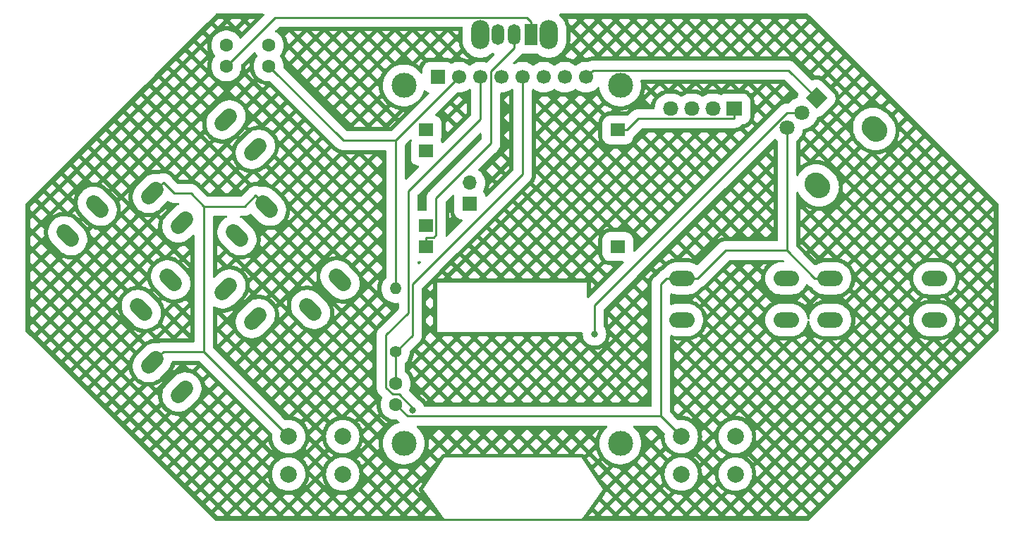
<source format=gbr>
%TF.GenerationSoftware,KiCad,Pcbnew,7.0.10*%
%TF.CreationDate,2024-01-30T15:10:23+02:00*%
%TF.ProjectId,main,6d61696e-2e6b-4696-9361-645f70636258,rev?*%
%TF.SameCoordinates,Original*%
%TF.FileFunction,Copper,L2,Bot*%
%TF.FilePolarity,Positive*%
%FSLAX46Y46*%
G04 Gerber Fmt 4.6, Leading zero omitted, Abs format (unit mm)*
G04 Created by KiCad (PCBNEW 7.0.10) date 2024-01-30 15:10:23*
%MOMM*%
%LPD*%
G01*
G04 APERTURE LIST*
G04 Aperture macros list*
%AMHorizOval*
0 Thick line with rounded ends*
0 $1 width*
0 $2 $3 position (X,Y) of the first rounded end (center of the circle)*
0 $4 $5 position (X,Y) of the second rounded end (center of the circle)*
0 Add line between two ends*
20,1,$1,$2,$3,$4,$5,0*
0 Add two circle primitives to create the rounded ends*
1,1,$1,$2,$3*
1,1,$1,$4,$5*%
%AMRotRect*
0 Rectangle, with rotation*
0 The origin of the aperture is its center*
0 $1 length*
0 $2 width*
0 $3 Rotation angle, in degrees counterclockwise*
0 Add horizontal line*
21,1,$1,$2,0,0,$3*%
G04 Aperture macros list end*
%TA.AperFunction,ComponentPad*%
%ADD10C,3.000000*%
%TD*%
%TA.AperFunction,ComponentPad*%
%ADD11R,1.700000X1.700000*%
%TD*%
%TA.AperFunction,ComponentPad*%
%ADD12C,1.700000*%
%TD*%
%TA.AperFunction,ComponentPad*%
%ADD13HorizOval,1.850000X0.423557X-0.423557X-0.423557X0.423557X0*%
%TD*%
%TA.AperFunction,ComponentPad*%
%ADD14HorizOval,1.850000X0.423557X0.423557X-0.423557X-0.423557X0*%
%TD*%
%TA.AperFunction,ComponentPad*%
%ADD15O,3.048000X1.850000*%
%TD*%
%TA.AperFunction,ComponentPad*%
%ADD16R,1.700000X1.500000*%
%TD*%
%TA.AperFunction,ComponentPad*%
%ADD17O,1.700000X1.700000*%
%TD*%
%TA.AperFunction,ComponentPad*%
%ADD18C,2.000000*%
%TD*%
%TA.AperFunction,ComponentPad*%
%ADD19C,1.600000*%
%TD*%
%TA.AperFunction,ComponentPad*%
%ADD20O,2.200000X3.500000*%
%TD*%
%TA.AperFunction,ComponentPad*%
%ADD21R,1.500000X2.500000*%
%TD*%
%TA.AperFunction,ComponentPad*%
%ADD22O,1.500000X2.500000*%
%TD*%
%TA.AperFunction,ComponentPad*%
%ADD23R,1.850000X1.700000*%
%TD*%
%TA.AperFunction,ComponentPad*%
%ADD24O,1.850000X1.700000*%
%TD*%
%TA.AperFunction,ComponentPad*%
%ADD25HorizOval,2.720000X-0.183848X0.183848X0.183848X-0.183848X0*%
%TD*%
%TA.AperFunction,ComponentPad*%
%ADD26RotRect,1.800000X1.800000X45.000000*%
%TD*%
%TA.AperFunction,ComponentPad*%
%ADD27C,1.800000*%
%TD*%
%TA.AperFunction,ComponentPad*%
%ADD28C,1.400000*%
%TD*%
%TA.AperFunction,ComponentPad*%
%ADD29O,1.400000X1.400000*%
%TD*%
%TA.AperFunction,ViaPad*%
%ADD30C,0.800000*%
%TD*%
%TA.AperFunction,Conductor*%
%ADD31C,0.250000*%
%TD*%
G04 APERTURE END LIST*
D10*
%TO.P,U2,*%
%TO.N,*%
X83520000Y-54340000D03*
X83520000Y-97340000D03*
X109520000Y-54340000D03*
X109520000Y-97340000D03*
D11*
%TO.P,U2,1,GND*%
%TO.N,GND*%
X87630000Y-53340000D03*
D12*
%TO.P,U2,2,VCC*%
%TO.N,+3V3*%
X90170000Y-53340000D03*
%TO.P,U2,3,SCL*%
%TO.N,DISP_SCK*%
X92710000Y-53340000D03*
%TO.P,U2,4,SDA*%
%TO.N,DISP_MOSI*%
X95250000Y-53340000D03*
%TO.P,U2,5,RES*%
%TO.N,~{RESET}*%
X97790000Y-53340000D03*
%TO.P,U2,6,D/C*%
%TO.N,DISP_D{slash}C*%
X100330000Y-53340000D03*
%TO.P,U2,7,CS*%
%TO.N,DISP_CS*%
X102870000Y-53340000D03*
%TO.P,U2,8,BLK*%
%TO.N,+3V3*%
X105410000Y-53340000D03*
%TD*%
D13*
%TO.P,SW4,*%
%TO.N,*%
X75874335Y-77693335D03*
X72338801Y-81228869D03*
%TO.P,SW4,1,1*%
%TO.N,GND*%
X67035500Y-68854500D03*
%TO.P,SW4,2,2*%
%TO.N,RIGHT*%
X63499966Y-72390034D03*
%TD*%
D14*
%TO.P,SW2,*%
%TO.N,*%
X62178835Y-78791165D03*
X65714369Y-82326699D03*
%TO.P,SW2,1,1*%
%TO.N,GND*%
X53340000Y-87630000D03*
%TO.P,SW2,2,2*%
%TO.N,DOWN*%
X56875534Y-91165534D03*
%TD*%
D15*
%TO.P,SW5,*%
%TO.N,*%
X147230000Y-77510000D03*
X147230000Y-82510000D03*
%TO.P,SW5,1,1*%
%TO.N,GND*%
X134730000Y-77510000D03*
%TO.P,SW5,2,2*%
%TO.N,A*%
X134730000Y-82510000D03*
%TD*%
D16*
%TO.P,J3,1,IN+*%
%TO.N,VBUS*%
X109220000Y-73690000D03*
%TO.P,J3,2,IN-*%
%TO.N,GND1*%
X109220000Y-59690000D03*
%TO.P,J3,3,OUT+*%
%TO.N,Net-(J3-OUT+)*%
X86220000Y-73690000D03*
%TO.P,J3,4,OUT-*%
%TO.N,GND*%
X86220000Y-59690000D03*
%TO.P,J3,5,BAT+*%
%TO.N,Net-(J2-Pin_1)*%
X86220000Y-71150000D03*
%TO.P,J3,6,BAT-*%
%TO.N,Net-(J2-Pin_2)*%
X86220000Y-62230000D03*
%TD*%
D11*
%TO.P,J2,1,Pin_1*%
%TO.N,Net-(J2-Pin_1)*%
X91440000Y-68580000D03*
D17*
%TO.P,J2,2,Pin_2*%
%TO.N,Net-(J2-Pin_2)*%
X91440000Y-66040000D03*
%TD*%
D18*
%TO.P,SW7,1,1*%
%TO.N,GND*%
X69700000Y-96520000D03*
X76200000Y-96520000D03*
%TO.P,SW7,2,2*%
%TO.N,SELECT*%
X69700000Y-101020000D03*
X76200000Y-101020000D03*
%TD*%
D14*
%TO.P,SW1,*%
%TO.N,*%
X62178835Y-58471165D03*
X65714369Y-62006699D03*
%TO.P,SW1,1,1*%
%TO.N,GND*%
X53340000Y-67310000D03*
%TO.P,SW1,2,2*%
%TO.N,UP*%
X56875534Y-70845534D03*
%TD*%
D19*
%TO.P,C1,1*%
%TO.N,~{RESET}*%
X82550000Y-90170000D03*
%TO.P,C1,2*%
%TO.N,GND*%
X82550000Y-92670000D03*
%TD*%
%TO.P,C2,1*%
%TO.N,VCC*%
X62230000Y-52030000D03*
%TO.P,C2,2*%
%TO.N,GND*%
X62230000Y-49530000D03*
%TD*%
D20*
%TO.P,SW9,*%
%TO.N,*%
X100910000Y-48260000D03*
X92710000Y-48260000D03*
D21*
%TO.P,SW9,1,A*%
%TO.N,VCC*%
X98810000Y-48260000D03*
D22*
%TO.P,SW9,2,B*%
%TO.N,Net-(J3-OUT+)*%
X96810000Y-48260000D03*
%TO.P,SW9,3,C*%
%TO.N,unconnected-(SW9-C-Pad3)*%
X94810000Y-48260000D03*
%TD*%
D23*
%TO.P,J1,1,GND*%
%TO.N,GND1*%
X123190000Y-57150000D03*
D24*
%TO.P,J1,2,D+*%
%TO.N,USB+*%
X120650000Y-57150000D03*
%TO.P,J1,3,D-*%
%TO.N,USB-*%
X118110000Y-57150000D03*
%TO.P,J1,4,VBUS*%
%TO.N,VBUS*%
X115570000Y-57150000D03*
%TD*%
D25*
%TO.P,RV1,*%
%TO.N,*%
X140005146Y-59556955D03*
X133216921Y-66345180D03*
D26*
%TO.P,RV1,1,1*%
%TO.N,+3V3*%
X133075500Y-55880000D03*
D27*
%TO.P,RV1,2,2*%
%TO.N,Net-(U1-GPIO0{slash}ADC1_CH0{slash}XTAL_32K_P)*%
X131307733Y-57647767D03*
%TO.P,RV1,3,3*%
%TO.N,GND*%
X129539966Y-59415534D03*
%TD*%
D19*
%TO.P,C3,1*%
%TO.N,+3V3*%
X67310000Y-52030000D03*
%TO.P,C3,2*%
%TO.N,GND*%
X67310000Y-49530000D03*
%TD*%
D15*
%TO.P,SW6,*%
%TO.N,*%
X129450000Y-77510000D03*
X129450000Y-82510000D03*
%TO.P,SW6,1,1*%
%TO.N,GND*%
X116950000Y-77510000D03*
%TO.P,SW6,2,2*%
%TO.N,B*%
X116950000Y-82510000D03*
%TD*%
D13*
%TO.P,SW3,*%
%TO.N,*%
X55554335Y-77693335D03*
X52018801Y-81228869D03*
%TO.P,SW3,1,1*%
%TO.N,GND*%
X46715500Y-68854500D03*
%TO.P,SW3,2,2*%
%TO.N,LEFT*%
X43179966Y-72390034D03*
%TD*%
D28*
%TO.P,R1,1*%
%TO.N,~{RESET}*%
X82550000Y-86360000D03*
D29*
%TO.P,R1,2*%
%TO.N,+3V3*%
X82550000Y-78740000D03*
%TD*%
D18*
%TO.P,SW8,1,1*%
%TO.N,GND*%
X116840000Y-96520000D03*
X123340000Y-96520000D03*
%TO.P,SW8,2,2*%
%TO.N,START*%
X116840000Y-101020000D03*
X123340000Y-101020000D03*
%TD*%
D30*
%TO.N,DISP_SCK*%
X84583200Y-93307100D03*
%TO.N,Net-(U1-GPIO0{slash}ADC1_CH0{slash}XTAL_32K_P)*%
X106426600Y-84190700D03*
%TD*%
D31*
%TO.N,~{RESET}*%
X84567200Y-78217600D02*
X97790000Y-64994800D01*
X84567200Y-84342800D02*
X84567200Y-78217600D01*
X97790000Y-64994800D02*
X97790000Y-53340000D01*
X82550000Y-86360000D02*
X84567200Y-84342800D01*
X82550000Y-86360000D02*
X82550000Y-90170000D01*
%TO.N,GND*%
X65726800Y-67545700D02*
X64418000Y-68854500D01*
X116950000Y-77510000D02*
X118800900Y-77510000D01*
X69700000Y-96520000D02*
X59501300Y-86321300D01*
X55957500Y-67310000D02*
X57956800Y-67310000D01*
X53340000Y-87630000D02*
X54648800Y-86321200D01*
X83943100Y-94063100D02*
X114383100Y-94063100D01*
X134730000Y-77510000D02*
X132879100Y-77510000D01*
X59501300Y-68854500D02*
X59501300Y-86321300D01*
X122140000Y-74170900D02*
X118800900Y-77510000D01*
X54648800Y-86321300D02*
X54648800Y-86321200D01*
X129540000Y-59415500D02*
X129540000Y-74170900D01*
X116950000Y-77510000D02*
X115099100Y-77510000D01*
X67035500Y-68854500D02*
X65726800Y-67545700D01*
X129540000Y-74170900D02*
X122140000Y-74170900D01*
X59501300Y-86321300D02*
X54648800Y-86321300D01*
X114383100Y-78226000D02*
X115099100Y-77510000D01*
X53340000Y-67310000D02*
X54648800Y-66001200D01*
X114383100Y-94063100D02*
X116840000Y-96520000D01*
X114383100Y-94063100D02*
X114383100Y-78226000D01*
X57956800Y-67310000D02*
X59501300Y-68854500D01*
X82550000Y-92670000D02*
X83943100Y-94063100D01*
X129540000Y-74170900D02*
X132879100Y-77510000D01*
X54648800Y-66001200D02*
X55957500Y-67310000D01*
X64418000Y-68854500D02*
X59501300Y-68854500D01*
%TO.N,DISP_SCK*%
X82949600Y-91420000D02*
X84583200Y-93053600D01*
X84066500Y-67027300D02*
X84066500Y-81643500D01*
X84066500Y-81643500D02*
X81399600Y-84310400D01*
X82187200Y-91420000D02*
X82949600Y-91420000D01*
X81399600Y-90632400D02*
X82187200Y-91420000D01*
X84583200Y-93053600D02*
X84583200Y-93307100D01*
X92710000Y-58383800D02*
X84066500Y-67027300D01*
X92710000Y-53340000D02*
X92710000Y-58383800D01*
X81399600Y-84310400D02*
X81399600Y-90632400D01*
%TO.N,Net-(U1-GPIO0{slash}ADC1_CH0{slash}XTAL_32K_P)*%
X106426600Y-80721400D02*
X129500200Y-57647800D01*
X129500200Y-57647800D02*
X131307700Y-57647800D01*
X106426600Y-84190700D02*
X106426600Y-80721400D01*
%TO.N,+3V3*%
X76240000Y-60960000D02*
X82550000Y-60960000D01*
X106248800Y-52501200D02*
X129696700Y-52501200D01*
X129696700Y-52501200D02*
X133075500Y-55880000D01*
X82550000Y-60960000D02*
X82550000Y-78740000D01*
X67310000Y-52030000D02*
X76240000Y-60960000D01*
X90170000Y-53340000D02*
X82550000Y-60960000D01*
X105410000Y-53340000D02*
X106248800Y-52501200D01*
%TO.N,GND1*%
X111672000Y-58326900D02*
X110308900Y-59690000D01*
X123190000Y-58326900D02*
X111672000Y-58326900D01*
X123190000Y-57150000D02*
X123190000Y-58326900D01*
X109220000Y-59690000D02*
X110308900Y-59690000D01*
%TO.N,VCC*%
X98310000Y-46183100D02*
X68076900Y-46183100D01*
X98810000Y-46683100D02*
X98310000Y-46183100D01*
X68076900Y-46183100D02*
X62230000Y-52030000D01*
X98810000Y-48260000D02*
X98810000Y-46683100D01*
%TO.N,Net-(J3-OUT+)*%
X93980000Y-61291800D02*
X93980000Y-52666900D01*
X87100800Y-72601100D02*
X87395000Y-72306900D01*
X87395000Y-72306900D02*
X87395000Y-67876800D01*
X93980000Y-52666900D02*
X96810000Y-49836900D01*
X86220000Y-73690000D02*
X86220000Y-72601100D01*
X96810000Y-49836900D02*
X96810000Y-48260000D01*
X86220000Y-72601100D02*
X87100800Y-72601100D01*
X87395000Y-67876800D02*
X93980000Y-61291800D01*
%TD*%
%TA.AperFunction,NonConductor*%
G36*
X90559476Y-47328285D02*
G01*
X90605231Y-47381089D01*
X90616147Y-47441061D01*
X90609500Y-47538248D01*
X90609500Y-48981752D01*
X90611101Y-49005158D01*
X90624201Y-49196680D01*
X90682666Y-49478034D01*
X90682667Y-49478037D01*
X90778894Y-49748793D01*
X90778893Y-49748793D01*
X90911098Y-50003935D01*
X91076812Y-50238700D01*
X91099099Y-50262563D01*
X91272947Y-50448708D01*
X91495853Y-50630055D01*
X91721663Y-50767374D01*
X91741382Y-50779365D01*
X91871930Y-50836069D01*
X92004942Y-50893844D01*
X92281642Y-50971371D01*
X92527166Y-51005118D01*
X92566321Y-51010500D01*
X92566322Y-51010500D01*
X92853679Y-51010500D01*
X92888018Y-51005780D01*
X93138358Y-50971371D01*
X93415058Y-50893844D01*
X93548070Y-50836069D01*
X93678617Y-50779365D01*
X93678620Y-50779363D01*
X93678625Y-50779361D01*
X93924147Y-50630055D01*
X94147053Y-50448708D01*
X94147053Y-50448707D01*
X94150261Y-50446098D01*
X94214687Y-50419060D01*
X94265065Y-50423795D01*
X94323264Y-50441746D01*
X94345832Y-50448708D01*
X94348397Y-50449499D01*
X94406656Y-50488069D01*
X94434814Y-50552013D01*
X94423932Y-50621030D01*
X94399529Y-50655671D01*
X93480291Y-51574910D01*
X93418968Y-51608395D01*
X93349277Y-51603411D01*
X93232679Y-51559923D01*
X92974034Y-51503658D01*
X92974027Y-51503657D01*
X92710001Y-51484773D01*
X92709999Y-51484773D01*
X92445972Y-51503657D01*
X92445965Y-51503658D01*
X92187326Y-51559921D01*
X91939309Y-51652426D01*
X91939305Y-51652428D01*
X91706994Y-51779280D01*
X91706986Y-51779285D01*
X91514310Y-51923520D01*
X91448845Y-51947937D01*
X91380573Y-51933085D01*
X91365690Y-51923520D01*
X91173013Y-51779285D01*
X91173005Y-51779280D01*
X90940694Y-51652428D01*
X90940690Y-51652426D01*
X90692673Y-51559921D01*
X90434034Y-51503658D01*
X90434027Y-51503657D01*
X90170001Y-51484773D01*
X90169999Y-51484773D01*
X89905972Y-51503657D01*
X89905965Y-51503658D01*
X89647326Y-51559921D01*
X89399309Y-51652426D01*
X89254895Y-51731282D01*
X89186622Y-51746133D01*
X89121158Y-51721716D01*
X89117108Y-51718551D01*
X89061106Y-51672888D01*
X89033407Y-51650302D01*
X88853049Y-51556091D01*
X88853048Y-51556090D01*
X88853045Y-51556089D01*
X88735829Y-51522550D01*
X88657418Y-51500114D01*
X88657415Y-51500113D01*
X88657413Y-51500113D01*
X88591102Y-51494217D01*
X88538037Y-51489500D01*
X88538032Y-51489500D01*
X86721971Y-51489500D01*
X86721965Y-51489500D01*
X86721964Y-51489501D01*
X86710316Y-51490536D01*
X86602584Y-51500113D01*
X86406954Y-51556089D01*
X86340856Y-51590616D01*
X86226593Y-51650302D01*
X86226591Y-51650303D01*
X86226590Y-51650304D01*
X86068890Y-51778890D01*
X85943162Y-51933085D01*
X85940302Y-51936593D01*
X85900091Y-52013574D01*
X85846089Y-52116954D01*
X85815293Y-52224584D01*
X85793303Y-52301439D01*
X85790114Y-52312583D01*
X85790113Y-52312586D01*
X85779500Y-52431966D01*
X85779500Y-52806970D01*
X85759815Y-52874009D01*
X85707011Y-52919764D01*
X85637853Y-52929708D01*
X85574297Y-52900683D01*
X85550804Y-52873414D01*
X85546946Y-52867335D01*
X85546945Y-52867334D01*
X85346393Y-52624909D01*
X85346391Y-52624907D01*
X85117031Y-52409523D01*
X85117021Y-52409515D01*
X84862495Y-52224591D01*
X84862488Y-52224586D01*
X84862484Y-52224584D01*
X84586766Y-52073006D01*
X84586763Y-52073004D01*
X84586758Y-52073002D01*
X84586757Y-52073001D01*
X84294228Y-51957181D01*
X84294225Y-51957180D01*
X83989476Y-51878934D01*
X83989463Y-51878932D01*
X83677329Y-51839500D01*
X83677318Y-51839500D01*
X83362682Y-51839500D01*
X83362670Y-51839500D01*
X83050536Y-51878932D01*
X83050523Y-51878934D01*
X82745774Y-51957180D01*
X82745771Y-51957181D01*
X82453242Y-52073001D01*
X82453241Y-52073002D01*
X82177516Y-52224584D01*
X82177504Y-52224591D01*
X81922978Y-52409515D01*
X81922968Y-52409523D01*
X81693608Y-52624907D01*
X81693606Y-52624909D01*
X81493054Y-52867334D01*
X81493051Y-52867338D01*
X81324464Y-53132990D01*
X81324461Y-53132996D01*
X81190499Y-53417678D01*
X81190497Y-53417683D01*
X81093270Y-53716916D01*
X81034311Y-54025988D01*
X81034310Y-54025995D01*
X81014556Y-54339994D01*
X81014556Y-54340005D01*
X81034310Y-54654004D01*
X81034311Y-54654011D01*
X81051114Y-54742093D01*
X81093102Y-54962206D01*
X81093270Y-54963083D01*
X81190497Y-55262316D01*
X81190499Y-55262321D01*
X81324461Y-55547003D01*
X81324464Y-55547009D01*
X81493051Y-55812661D01*
X81493054Y-55812665D01*
X81693606Y-56055090D01*
X81693608Y-56055092D01*
X81693610Y-56055094D01*
X81857269Y-56208780D01*
X81922968Y-56270476D01*
X81922978Y-56270484D01*
X82177504Y-56455408D01*
X82177509Y-56455410D01*
X82177516Y-56455416D01*
X82453234Y-56606994D01*
X82453239Y-56606996D01*
X82453241Y-56606997D01*
X82453242Y-56606998D01*
X82745771Y-56722818D01*
X82745774Y-56722819D01*
X82952749Y-56775961D01*
X83050527Y-56801066D01*
X83078051Y-56804543D01*
X83362670Y-56840499D01*
X83362679Y-56840499D01*
X83362682Y-56840500D01*
X83362684Y-56840500D01*
X83677316Y-56840500D01*
X83677318Y-56840500D01*
X83677321Y-56840499D01*
X83677329Y-56840499D01*
X83863593Y-56816968D01*
X83989473Y-56801066D01*
X84294225Y-56722819D01*
X84297049Y-56721701D01*
X84586757Y-56606998D01*
X84586758Y-56606997D01*
X84586756Y-56606997D01*
X84586766Y-56606994D01*
X84862484Y-56455416D01*
X85117030Y-56270478D01*
X85346390Y-56055094D01*
X85546947Y-55812663D01*
X85715537Y-55547007D01*
X85849503Y-55262315D01*
X85932280Y-55007552D01*
X85971716Y-54949880D01*
X86036075Y-54922681D01*
X86104921Y-54934595D01*
X86128567Y-54949768D01*
X86226593Y-55029698D01*
X86406951Y-55123909D01*
X86505678Y-55152158D01*
X86564714Y-55189524D01*
X86594178Y-55252877D01*
X86584713Y-55322103D01*
X86559246Y-55359054D01*
X82120122Y-59798181D01*
X82058799Y-59831666D01*
X82032441Y-59834500D01*
X76757560Y-59834500D01*
X76690521Y-59814815D01*
X76669879Y-59798181D01*
X76101135Y-59229437D01*
X77500479Y-59229437D01*
X77607542Y-59336500D01*
X78810461Y-59336500D01*
X78917523Y-59229438D01*
X78917522Y-59229437D01*
X79621799Y-59229437D01*
X79728862Y-59336500D01*
X80931781Y-59336500D01*
X81038843Y-59229438D01*
X81743120Y-59229438D01*
X81850182Y-59336500D01*
X81877525Y-59336500D01*
X82572374Y-58641648D01*
X82451641Y-58520916D01*
X81743120Y-59229438D01*
X81038843Y-59229438D01*
X80330321Y-58520916D01*
X79621799Y-59229437D01*
X78917522Y-59229437D01*
X78209001Y-58520916D01*
X77500479Y-59229437D01*
X76101135Y-59229437D01*
X75040474Y-58168777D01*
X76439819Y-58168777D01*
X77148340Y-58877298D01*
X77856862Y-58168777D01*
X78561139Y-58168777D01*
X79269661Y-58877298D01*
X79978182Y-58168777D01*
X80682460Y-58168777D01*
X81390981Y-58877298D01*
X82099503Y-58168777D01*
X82803780Y-58168777D01*
X82924512Y-58289509D01*
X83633034Y-57580988D01*
X83512301Y-57460255D01*
X82803780Y-58168777D01*
X82099503Y-58168777D01*
X81390981Y-57460255D01*
X80682460Y-58168777D01*
X79978182Y-58168777D01*
X79269661Y-57460255D01*
X78561139Y-58168777D01*
X77856862Y-58168777D01*
X77148340Y-57460255D01*
X76439819Y-58168777D01*
X75040474Y-58168777D01*
X73979814Y-57108117D01*
X75379159Y-57108117D01*
X76087680Y-57816638D01*
X76796202Y-57108117D01*
X77500479Y-57108117D01*
X78209001Y-57816638D01*
X78917522Y-57108117D01*
X79621799Y-57108117D01*
X80330321Y-57816638D01*
X81038842Y-57108117D01*
X81038841Y-57108116D01*
X81743119Y-57108116D01*
X82451641Y-57816638D01*
X82974918Y-57293360D01*
X82968722Y-57292379D01*
X82964872Y-57291707D01*
X82949500Y-57288773D01*
X82945691Y-57287984D01*
X82938034Y-57286272D01*
X82934254Y-57285364D01*
X82614352Y-57203228D01*
X82610594Y-57202200D01*
X82603056Y-57200010D01*
X82599338Y-57198867D01*
X82584455Y-57194032D01*
X82580765Y-57192768D01*
X82573371Y-57190106D01*
X82569727Y-57188729D01*
X82262630Y-57067141D01*
X82259032Y-57065651D01*
X82251815Y-57062528D01*
X82248255Y-57060921D01*
X82234096Y-57054257D01*
X82230607Y-57052547D01*
X82223616Y-57048985D01*
X82220172Y-57047162D01*
X81951679Y-56899556D01*
X81743119Y-57108116D01*
X81038841Y-57108116D01*
X80330321Y-56399595D01*
X79621799Y-57108117D01*
X78917522Y-57108117D01*
X78209001Y-56399595D01*
X77500479Y-57108117D01*
X76796202Y-57108117D01*
X76087680Y-56399595D01*
X75379159Y-57108117D01*
X73979814Y-57108117D01*
X72919154Y-56047457D01*
X74318499Y-56047457D01*
X75027020Y-56755978D01*
X75735542Y-56047457D01*
X76439819Y-56047457D01*
X77148340Y-56755978D01*
X77856862Y-56047457D01*
X78561139Y-56047457D01*
X79269661Y-56755978D01*
X79978182Y-56047457D01*
X79978181Y-56047456D01*
X80682459Y-56047456D01*
X81390981Y-56755978D01*
X81546682Y-56600277D01*
X81347002Y-56412764D01*
X81344213Y-56410061D01*
X81338660Y-56404509D01*
X81335937Y-56401700D01*
X81325226Y-56390293D01*
X81322613Y-56387421D01*
X81317417Y-56381528D01*
X81314883Y-56378561D01*
X81104351Y-56124073D01*
X81101914Y-56121032D01*
X81097101Y-56114827D01*
X81094763Y-56111712D01*
X81085565Y-56099052D01*
X81083325Y-56095865D01*
X81078909Y-56089367D01*
X81076770Y-56086112D01*
X80908676Y-55821239D01*
X80682459Y-56047456D01*
X79978181Y-56047456D01*
X79269661Y-55338935D01*
X78561139Y-56047457D01*
X77856862Y-56047457D01*
X77148340Y-55338935D01*
X76439819Y-56047457D01*
X75735542Y-56047457D01*
X75027020Y-55338935D01*
X74318499Y-56047457D01*
X72919154Y-56047457D01*
X71858493Y-54986796D01*
X73257838Y-54986796D01*
X73966360Y-55695318D01*
X74674881Y-54986796D01*
X75379159Y-54986796D01*
X76087680Y-55695318D01*
X76796202Y-54986796D01*
X77500479Y-54986796D01*
X78209001Y-55695318D01*
X78917522Y-54986796D01*
X79621799Y-54986796D01*
X80330320Y-55695317D01*
X80690522Y-55335115D01*
X80617225Y-55109526D01*
X80616082Y-55105813D01*
X80613889Y-55098267D01*
X80612857Y-55094495D01*
X80608966Y-55079338D01*
X80608056Y-55075545D01*
X80606344Y-55067883D01*
X80605556Y-55064078D01*
X80543667Y-54739647D01*
X80542999Y-54735821D01*
X80541770Y-54728066D01*
X80541220Y-54724196D01*
X80539259Y-54708671D01*
X80538832Y-54704809D01*
X80538092Y-54696986D01*
X80537786Y-54693095D01*
X80523864Y-54471818D01*
X80330321Y-54278275D01*
X79621799Y-54986796D01*
X78917522Y-54986796D01*
X78209001Y-54278275D01*
X77500479Y-54986796D01*
X76796202Y-54986796D01*
X76087680Y-54278275D01*
X75379159Y-54986796D01*
X74674881Y-54986796D01*
X73966360Y-54278275D01*
X73257838Y-54986796D01*
X71858493Y-54986796D01*
X70797833Y-53926136D01*
X72197178Y-53926136D01*
X72905700Y-54634658D01*
X73614221Y-53926136D01*
X74318499Y-53926136D01*
X75027020Y-54634658D01*
X75735542Y-53926136D01*
X76439819Y-53926136D01*
X77148340Y-54634658D01*
X77856862Y-53926136D01*
X78561139Y-53926136D01*
X79269661Y-54634658D01*
X79978182Y-53926136D01*
X79269661Y-53217615D01*
X78561139Y-53926136D01*
X77856862Y-53926136D01*
X77148340Y-53217615D01*
X76439819Y-53926136D01*
X75735542Y-53926136D01*
X75027020Y-53217615D01*
X74318499Y-53926136D01*
X73614221Y-53926136D01*
X72905700Y-53217615D01*
X72197178Y-53926136D01*
X70797833Y-53926136D01*
X69737173Y-52865476D01*
X71136518Y-52865476D01*
X71845040Y-53573998D01*
X72553561Y-52865476D01*
X73257838Y-52865476D01*
X73966360Y-53573998D01*
X74674881Y-52865476D01*
X75379159Y-52865476D01*
X76087680Y-53573998D01*
X76796202Y-52865476D01*
X77500479Y-52865476D01*
X78209001Y-53573998D01*
X78917522Y-52865476D01*
X79621799Y-52865476D01*
X80330321Y-53573998D01*
X80776529Y-53127789D01*
X80877191Y-52913876D01*
X80878903Y-52910380D01*
X80882467Y-52903385D01*
X80884287Y-52899948D01*
X80891824Y-52886236D01*
X80893756Y-52882847D01*
X80897756Y-52876083D01*
X80899793Y-52872760D01*
X80956604Y-52783238D01*
X80330321Y-52156955D01*
X79621799Y-52865476D01*
X78917522Y-52865476D01*
X78209001Y-52156955D01*
X77500479Y-52865476D01*
X76796202Y-52865476D01*
X76087680Y-52156955D01*
X75379159Y-52865476D01*
X74674881Y-52865476D01*
X73966360Y-52156955D01*
X73257838Y-52865476D01*
X72553561Y-52865476D01*
X71845040Y-52156955D01*
X71136518Y-52865476D01*
X69737173Y-52865476D01*
X69140863Y-52269166D01*
X69107378Y-52207843D01*
X69104891Y-52172218D01*
X69115549Y-52030003D01*
X69115549Y-52029995D01*
X69098674Y-51804816D01*
X70075858Y-51804816D01*
X70784379Y-52513337D01*
X71492901Y-51804816D01*
X72197178Y-51804816D01*
X72905700Y-52513337D01*
X73614221Y-51804816D01*
X74318499Y-51804816D01*
X75027020Y-52513337D01*
X75735542Y-51804816D01*
X76439819Y-51804816D01*
X77148340Y-52513337D01*
X77856862Y-51804816D01*
X78561139Y-51804816D01*
X79269661Y-52513337D01*
X79978182Y-51804816D01*
X80682460Y-51804816D01*
X81253401Y-52375757D01*
X81314883Y-52301439D01*
X81317417Y-52298472D01*
X81322613Y-52292579D01*
X81325226Y-52289707D01*
X81335937Y-52278300D01*
X81338660Y-52275491D01*
X81344213Y-52269939D01*
X81347002Y-52267236D01*
X81587768Y-52041141D01*
X81590647Y-52038521D01*
X81596537Y-52033328D01*
X81599499Y-52030799D01*
X81611556Y-52020824D01*
X81614593Y-52018390D01*
X81620801Y-52013574D01*
X81623922Y-52011231D01*
X81891131Y-51817093D01*
X81894326Y-51814847D01*
X81900828Y-51810429D01*
X81904077Y-51808296D01*
X81917290Y-51799911D01*
X81920609Y-51797877D01*
X81927364Y-51793882D01*
X81930748Y-51791951D01*
X82031337Y-51736650D01*
X82025875Y-51731188D01*
X84998727Y-51731188D01*
X85109252Y-51791951D01*
X85112636Y-51793882D01*
X85119391Y-51797877D01*
X85122710Y-51799911D01*
X85135923Y-51808296D01*
X85139172Y-51810429D01*
X85145674Y-51814847D01*
X85148869Y-51817093D01*
X85368289Y-51976510D01*
X85370778Y-51967815D01*
X85372660Y-51961818D01*
X85376760Y-51949824D01*
X85378942Y-51943933D01*
X85388308Y-51920487D01*
X85390786Y-51914712D01*
X85396075Y-51903202D01*
X85398840Y-51897566D01*
X85504738Y-51694834D01*
X85507788Y-51689339D01*
X85514214Y-51678423D01*
X85517534Y-51673097D01*
X85531427Y-51652015D01*
X85535018Y-51646854D01*
X85542519Y-51636639D01*
X85546365Y-51631671D01*
X85690910Y-51454400D01*
X85695005Y-51449630D01*
X85703500Y-51440228D01*
X85707826Y-51435678D01*
X85725678Y-51417826D01*
X85730228Y-51413500D01*
X85739630Y-51405005D01*
X85744400Y-51400910D01*
X85851174Y-51313846D01*
X85633622Y-51096294D01*
X84998727Y-51731188D01*
X82025875Y-51731188D01*
X81390981Y-51096294D01*
X80682460Y-51804816D01*
X79978182Y-51804816D01*
X79269661Y-51096294D01*
X78561139Y-51804816D01*
X77856862Y-51804816D01*
X77148340Y-51096294D01*
X76439819Y-51804816D01*
X75735542Y-51804816D01*
X75027020Y-51096294D01*
X74318499Y-51804816D01*
X73614221Y-51804816D01*
X72905700Y-51096294D01*
X72197178Y-51804816D01*
X71492901Y-51804816D01*
X70784379Y-51096294D01*
X70075858Y-51804816D01*
X69098674Y-51804816D01*
X69095383Y-51760898D01*
X69095383Y-51760897D01*
X69035334Y-51497805D01*
X68936743Y-51246602D01*
X68801815Y-51012898D01*
X68677738Y-50857311D01*
X68651331Y-50792626D01*
X68653675Y-50780000D01*
X69242391Y-50780000D01*
X69372681Y-51005669D01*
X69374926Y-51009730D01*
X69379295Y-51017997D01*
X69381381Y-51022130D01*
X69389465Y-51038915D01*
X69391403Y-51043140D01*
X69395142Y-51051711D01*
X69396914Y-51055990D01*
X69442058Y-51171016D01*
X69723719Y-51452677D01*
X70432241Y-50744156D01*
X71136518Y-50744156D01*
X71845040Y-51452677D01*
X72553561Y-50744156D01*
X73257838Y-50744156D01*
X73966360Y-51452677D01*
X74674881Y-50744156D01*
X75379159Y-50744156D01*
X76087680Y-51452677D01*
X76796202Y-50744156D01*
X77500479Y-50744156D01*
X78209001Y-51452677D01*
X78917522Y-50744156D01*
X79621799Y-50744156D01*
X80330321Y-51452677D01*
X81038842Y-50744156D01*
X81743120Y-50744156D01*
X82451641Y-51452677D01*
X83160163Y-50744156D01*
X83864440Y-50744156D01*
X84572962Y-51452677D01*
X85281483Y-50744156D01*
X85985760Y-50744156D01*
X86308017Y-51066413D01*
X86476961Y-51018074D01*
X86482654Y-51016590D01*
X86494211Y-51013869D01*
X86499976Y-51012656D01*
X86523247Y-51008332D01*
X86529059Y-51007394D01*
X86540833Y-51005780D01*
X86546694Y-51005118D01*
X86686118Y-50992724D01*
X86691595Y-50992359D01*
X86708162Y-50991623D01*
X86713665Y-50991501D01*
X87155458Y-50991500D01*
X87402802Y-50744156D01*
X88107081Y-50744156D01*
X88354425Y-50991500D01*
X88546335Y-50991500D01*
X88551838Y-50991622D01*
X88568407Y-50992358D01*
X88573884Y-50992723D01*
X88713309Y-51005118D01*
X88719167Y-51005780D01*
X88730943Y-51007394D01*
X88736765Y-51008333D01*
X88760034Y-51012658D01*
X88765787Y-51013869D01*
X88777342Y-51016589D01*
X88783040Y-51018074D01*
X89002184Y-51080778D01*
X89008182Y-51082660D01*
X89020176Y-51086760D01*
X89026067Y-51088942D01*
X89049513Y-51098308D01*
X89055288Y-51100786D01*
X89066798Y-51106075D01*
X89072434Y-51108840D01*
X89129586Y-51138693D01*
X89524124Y-50744156D01*
X89524123Y-50744155D01*
X90228401Y-50744155D01*
X90493362Y-51009116D01*
X90496083Y-51009458D01*
X90513685Y-51011988D01*
X90518059Y-51012697D01*
X90526850Y-51014283D01*
X90531192Y-51015147D01*
X90807226Y-51075195D01*
X90811533Y-51076213D01*
X90820188Y-51078422D01*
X90824463Y-51079594D01*
X90841526Y-51084605D01*
X90845748Y-51085928D01*
X90854211Y-51088745D01*
X90858382Y-51090216D01*
X91123049Y-51188931D01*
X91127162Y-51190549D01*
X91135403Y-51193962D01*
X91139464Y-51195730D01*
X91155641Y-51203117D01*
X91159633Y-51205026D01*
X91167621Y-51209024D01*
X91171549Y-51211079D01*
X91176058Y-51213541D01*
X91297384Y-51092215D01*
X91229830Y-51051135D01*
X91226244Y-51048870D01*
X91219099Y-51044183D01*
X91215599Y-51041800D01*
X91201703Y-51031990D01*
X91198288Y-51029491D01*
X91191492Y-51024337D01*
X91188166Y-51021724D01*
X90952064Y-50829642D01*
X90948818Y-50826907D01*
X90942375Y-50821288D01*
X90939235Y-50818454D01*
X90926804Y-50806843D01*
X90923764Y-50803905D01*
X90917735Y-50797876D01*
X90914792Y-50794832D01*
X90707051Y-50572396D01*
X90704220Y-50569258D01*
X90698610Y-50562825D01*
X90695877Y-50559581D01*
X90685142Y-50546386D01*
X90682525Y-50543055D01*
X90677364Y-50536249D01*
X90674864Y-50532833D01*
X90577565Y-50394991D01*
X90228401Y-50744155D01*
X89524123Y-50744155D01*
X88815602Y-50035634D01*
X88107081Y-50744156D01*
X87402802Y-50744156D01*
X87402803Y-50744155D01*
X86694282Y-50035634D01*
X85985760Y-50744156D01*
X85281483Y-50744156D01*
X84572962Y-50035634D01*
X83864440Y-50744156D01*
X83160163Y-50744156D01*
X82451641Y-50035634D01*
X81743120Y-50744156D01*
X81038842Y-50744156D01*
X80330321Y-50035634D01*
X79621799Y-50744156D01*
X78917522Y-50744156D01*
X78209001Y-50035634D01*
X77500479Y-50744156D01*
X76796202Y-50744156D01*
X76087680Y-50035634D01*
X75379159Y-50744156D01*
X74674881Y-50744156D01*
X73966360Y-50035634D01*
X73257838Y-50744156D01*
X72553561Y-50744156D01*
X71845040Y-50035634D01*
X71136518Y-50744156D01*
X70432241Y-50744156D01*
X69723719Y-50035634D01*
X69488370Y-50270982D01*
X69396914Y-50504010D01*
X69395142Y-50508289D01*
X69391403Y-50516860D01*
X69389465Y-50521085D01*
X69381381Y-50537870D01*
X69379295Y-50542003D01*
X69374926Y-50550270D01*
X69372681Y-50554331D01*
X69242391Y-50780000D01*
X68653675Y-50780000D01*
X68664086Y-50723931D01*
X68677736Y-50702690D01*
X68801815Y-50547102D01*
X68936743Y-50313398D01*
X69035334Y-50062195D01*
X69095383Y-49799103D01*
X69104046Y-49683496D01*
X70075858Y-49683496D01*
X70784379Y-50392017D01*
X71492901Y-49683496D01*
X72197178Y-49683496D01*
X72905700Y-50392017D01*
X73614221Y-49683496D01*
X74318499Y-49683496D01*
X75027020Y-50392017D01*
X75735542Y-49683496D01*
X76439819Y-49683496D01*
X77148340Y-50392017D01*
X77856862Y-49683496D01*
X78561139Y-49683496D01*
X79269661Y-50392017D01*
X79978182Y-49683496D01*
X80682460Y-49683496D01*
X81390981Y-50392017D01*
X82099503Y-49683496D01*
X82803780Y-49683496D01*
X83512301Y-50392017D01*
X84220823Y-49683496D01*
X84925100Y-49683496D01*
X85633622Y-50392017D01*
X86342143Y-49683496D01*
X87046421Y-49683496D01*
X87754942Y-50392017D01*
X88463464Y-49683496D01*
X89167741Y-49683496D01*
X89876262Y-50392017D01*
X90321808Y-49946471D01*
X90318736Y-49939398D01*
X90317120Y-49935498D01*
X90313987Y-49927555D01*
X90312498Y-49923581D01*
X90210573Y-49636790D01*
X90209225Y-49632782D01*
X90206643Y-49624648D01*
X90205430Y-49620589D01*
X90200840Y-49604209D01*
X90199766Y-49600107D01*
X90197744Y-49591809D01*
X90196812Y-49587681D01*
X90134888Y-49289682D01*
X90134099Y-49285527D01*
X90132649Y-49277119D01*
X90132001Y-49272937D01*
X90129684Y-49256086D01*
X90129179Y-49251880D01*
X90128305Y-49243381D01*
X90127943Y-49239160D01*
X90127024Y-49225736D01*
X89876262Y-48974974D01*
X89167741Y-49683496D01*
X88463464Y-49683496D01*
X87754942Y-48974974D01*
X87046421Y-49683496D01*
X86342143Y-49683496D01*
X85633622Y-48974974D01*
X84925100Y-49683496D01*
X84220823Y-49683496D01*
X83512301Y-48974974D01*
X82803780Y-49683496D01*
X82099503Y-49683496D01*
X81390981Y-48974974D01*
X80682460Y-49683496D01*
X79978182Y-49683496D01*
X79269661Y-48974974D01*
X78561139Y-49683496D01*
X77856862Y-49683496D01*
X77148340Y-48974974D01*
X76439819Y-49683496D01*
X75735542Y-49683496D01*
X75027020Y-48974974D01*
X74318499Y-49683496D01*
X73614221Y-49683496D01*
X72905700Y-48974974D01*
X72197178Y-49683496D01*
X71492901Y-49683496D01*
X70784379Y-48974974D01*
X70075858Y-49683496D01*
X69104046Y-49683496D01*
X69115549Y-49530004D01*
X69115549Y-49529995D01*
X69095383Y-49260898D01*
X69091385Y-49243381D01*
X69035334Y-48997805D01*
X68936743Y-48746602D01*
X68801815Y-48512898D01*
X68674550Y-48353314D01*
X69284719Y-48353314D01*
X69372681Y-48505669D01*
X69374926Y-48509730D01*
X69379295Y-48517997D01*
X69381381Y-48522130D01*
X69389465Y-48538915D01*
X69391403Y-48543140D01*
X69395142Y-48551711D01*
X69396914Y-48555989D01*
X69502310Y-48824531D01*
X69503925Y-48828882D01*
X69507011Y-48837702D01*
X69508456Y-48842095D01*
X69513949Y-48859898D01*
X69515233Y-48864354D01*
X69517656Y-48873394D01*
X69518775Y-48877905D01*
X69582970Y-49159164D01*
X69583916Y-49163699D01*
X69585655Y-49172888D01*
X69586433Y-49177463D01*
X69589210Y-49195886D01*
X69589355Y-49196992D01*
X69723720Y-49331357D01*
X70432241Y-48622835D01*
X71136518Y-48622835D01*
X71845040Y-49331357D01*
X72553561Y-48622835D01*
X73257838Y-48622835D01*
X73966360Y-49331357D01*
X74674881Y-48622835D01*
X75379159Y-48622835D01*
X76087680Y-49331357D01*
X76796202Y-48622835D01*
X77500479Y-48622835D01*
X78209001Y-49331357D01*
X78917522Y-48622835D01*
X79621799Y-48622835D01*
X80330321Y-49331357D01*
X81038842Y-48622835D01*
X81743120Y-48622835D01*
X82451641Y-49331357D01*
X83160163Y-48622835D01*
X83864440Y-48622835D01*
X84572962Y-49331357D01*
X85281483Y-48622835D01*
X85985760Y-48622835D01*
X86694282Y-49331357D01*
X87402803Y-48622835D01*
X88107081Y-48622835D01*
X88815602Y-49331357D01*
X89524124Y-48622835D01*
X88815602Y-47914314D01*
X88107081Y-48622835D01*
X87402803Y-48622835D01*
X86694282Y-47914314D01*
X85985760Y-48622835D01*
X85281483Y-48622835D01*
X84572962Y-47914314D01*
X83864440Y-48622835D01*
X83160163Y-48622835D01*
X82451641Y-47914314D01*
X81743120Y-48622835D01*
X81038842Y-48622835D01*
X80330321Y-47914314D01*
X79621799Y-48622835D01*
X78917522Y-48622835D01*
X78209001Y-47914314D01*
X77500479Y-48622835D01*
X76796202Y-48622835D01*
X76087680Y-47914314D01*
X75379159Y-48622835D01*
X74674881Y-48622835D01*
X73966360Y-47914314D01*
X73257838Y-48622835D01*
X72553561Y-48622835D01*
X71845040Y-47914314D01*
X71136518Y-48622835D01*
X70432241Y-48622835D01*
X69723719Y-47914313D01*
X69284719Y-48353314D01*
X68674550Y-48353314D01*
X68633561Y-48301915D01*
X68633560Y-48301914D01*
X68633557Y-48301910D01*
X68435741Y-48118365D01*
X68365769Y-48070659D01*
X68212775Y-47966349D01*
X68178299Y-47949746D01*
X68149228Y-47935746D01*
X68097369Y-47888923D01*
X68079057Y-47821495D01*
X68083763Y-47806600D01*
X70320282Y-47806600D01*
X70784379Y-48270697D01*
X71248477Y-47806600D01*
X72441603Y-47806600D01*
X72905700Y-48270697D01*
X73369798Y-47806600D01*
X74562923Y-47806600D01*
X75027020Y-48270697D01*
X75491118Y-47806600D01*
X76684243Y-47806600D01*
X77148340Y-48270697D01*
X77612438Y-47806600D01*
X78805564Y-47806600D01*
X79269661Y-48270697D01*
X79733759Y-47806600D01*
X80926884Y-47806600D01*
X81390981Y-48270697D01*
X81855079Y-47806600D01*
X83048204Y-47806600D01*
X83512301Y-48270697D01*
X83976399Y-47806600D01*
X85169525Y-47806600D01*
X85633622Y-48270697D01*
X86097720Y-47806600D01*
X87290845Y-47806600D01*
X87754942Y-48270697D01*
X88219040Y-47806600D01*
X89412165Y-47806600D01*
X89876262Y-48270697D01*
X90111500Y-48035460D01*
X90111500Y-47806600D01*
X89412165Y-47806600D01*
X88219040Y-47806600D01*
X87290845Y-47806600D01*
X86097720Y-47806600D01*
X85169525Y-47806600D01*
X83976399Y-47806600D01*
X83048204Y-47806600D01*
X81855079Y-47806600D01*
X80926884Y-47806600D01*
X79733759Y-47806600D01*
X78805564Y-47806600D01*
X77612438Y-47806600D01*
X76684243Y-47806600D01*
X75491118Y-47806600D01*
X74562923Y-47806600D01*
X73369798Y-47806600D01*
X72441603Y-47806600D01*
X71248477Y-47806600D01*
X70320282Y-47806600D01*
X68083763Y-47806600D01*
X68100106Y-47754872D01*
X68115344Y-47736351D01*
X68506778Y-47344919D01*
X68568101Y-47311434D01*
X68594459Y-47308600D01*
X90492437Y-47308600D01*
X90559476Y-47328285D01*
G37*
%TD.AperFunction*%
%TA.AperFunction,NonConductor*%
G36*
X91499427Y-54746914D02*
G01*
X91514303Y-54756473D01*
X91534808Y-54771823D01*
X91576680Y-54827753D01*
X91584500Y-54871091D01*
X91584500Y-57866240D01*
X91564815Y-57933279D01*
X91548181Y-57953921D01*
X88239900Y-61262201D01*
X88178577Y-61295686D01*
X88108885Y-61290702D01*
X88052952Y-61248830D01*
X88033003Y-61208631D01*
X88022749Y-61172796D01*
X88011165Y-61132310D01*
X88003910Y-61106954D01*
X88003909Y-61106953D01*
X88003909Y-61106951D01*
X87957136Y-61017410D01*
X87943546Y-60948877D01*
X87957136Y-60902590D01*
X88003909Y-60813049D01*
X88059886Y-60617418D01*
X88070500Y-60498037D01*
X88070499Y-58881964D01*
X88061036Y-58775518D01*
X88560999Y-58775518D01*
X88567276Y-58846117D01*
X88567641Y-58851595D01*
X88568377Y-58868162D01*
X88568499Y-58873665D01*
X88568499Y-59690855D01*
X88815603Y-59937959D01*
X89524124Y-59229437D01*
X88815602Y-58520915D01*
X88560999Y-58775518D01*
X88061036Y-58775518D01*
X88059886Y-58762582D01*
X88003909Y-58566951D01*
X87909698Y-58386593D01*
X87837840Y-58298466D01*
X87781109Y-58228890D01*
X87707386Y-58168777D01*
X89167741Y-58168777D01*
X89876262Y-58877298D01*
X90584784Y-58168777D01*
X89876262Y-57460255D01*
X89167741Y-58168777D01*
X87707386Y-58168777D01*
X87657895Y-58128423D01*
X87623407Y-58100302D01*
X87443049Y-58006091D01*
X87443048Y-58006090D01*
X87443043Y-58006088D01*
X87375421Y-57986739D01*
X87316384Y-57949372D01*
X87286921Y-57886018D01*
X87296387Y-57816792D01*
X87321850Y-57779846D01*
X87698193Y-57403503D01*
X88402467Y-57403503D01*
X88815602Y-57816638D01*
X89524124Y-57108117D01*
X90228401Y-57108117D01*
X90936923Y-57816638D01*
X91086500Y-57667062D01*
X91086500Y-56549172D01*
X90936923Y-56399595D01*
X90228401Y-57108117D01*
X89524124Y-57108117D01*
X89110989Y-56694982D01*
X88402467Y-57403503D01*
X87698193Y-57403503D01*
X88758852Y-56342844D01*
X89463128Y-56342844D01*
X89876262Y-56755978D01*
X90584784Y-56047457D01*
X90227698Y-55690371D01*
X90196659Y-55692592D01*
X90192244Y-55692829D01*
X90183323Y-55693148D01*
X90178892Y-55693227D01*
X90161108Y-55693227D01*
X90156677Y-55693148D01*
X90147756Y-55692829D01*
X90143340Y-55692592D01*
X90115379Y-55690592D01*
X89463128Y-56342844D01*
X88758852Y-56342844D01*
X89884018Y-55217677D01*
X89945339Y-55184194D01*
X89980543Y-55181676D01*
X90170000Y-55195227D01*
X90170001Y-55195227D01*
X90188885Y-55193876D01*
X90434026Y-55176343D01*
X90692678Y-55120077D01*
X90940689Y-55027574D01*
X91173011Y-54900716D01*
X91304991Y-54801917D01*
X91365690Y-54756479D01*
X91431154Y-54732062D01*
X91499427Y-54746914D01*
G37*
%TD.AperFunction*%
%TA.AperFunction,NonConductor*%
G36*
X84397108Y-60807101D02*
G01*
X84453042Y-60848972D01*
X84463685Y-60865875D01*
X84482863Y-60902592D01*
X84496453Y-60971127D01*
X84482862Y-61017410D01*
X84436090Y-61106951D01*
X84436090Y-61106953D01*
X84417152Y-61173140D01*
X84383514Y-61290702D01*
X84380114Y-61302583D01*
X84380113Y-61302586D01*
X84375764Y-61351507D01*
X84370518Y-61410520D01*
X84369500Y-61421966D01*
X84369500Y-63038028D01*
X84369501Y-63038034D01*
X84380113Y-63157415D01*
X84436089Y-63353045D01*
X84436090Y-63353048D01*
X84436091Y-63353049D01*
X84530302Y-63533407D01*
X84530304Y-63533409D01*
X84658890Y-63691109D01*
X84752803Y-63767684D01*
X84816593Y-63819698D01*
X84996951Y-63913909D01*
X85192582Y-63969886D01*
X85240097Y-63974110D01*
X85305129Y-63999654D01*
X85346029Y-64056302D01*
X85349809Y-64126069D01*
X85316797Y-64185304D01*
X83887181Y-65614921D01*
X83825858Y-65648406D01*
X83756166Y-65643422D01*
X83700233Y-65601550D01*
X83675816Y-65536086D01*
X83675500Y-65527240D01*
X83675500Y-61477559D01*
X83695185Y-61410520D01*
X83711819Y-61389878D01*
X83984376Y-61117321D01*
X84266096Y-60835600D01*
X84327417Y-60802117D01*
X84397108Y-60807101D01*
G37*
%TD.AperFunction*%
%TA.AperFunction,NonConductor*%
G36*
X96579427Y-54746914D02*
G01*
X96594303Y-54756473D01*
X96614808Y-54771823D01*
X96656680Y-54827753D01*
X96664500Y-54871091D01*
X96664500Y-64477240D01*
X96644815Y-64544279D01*
X96628181Y-64564921D01*
X93497018Y-67696083D01*
X93435695Y-67729568D01*
X93366003Y-67724584D01*
X93310070Y-67682712D01*
X93285824Y-67619381D01*
X93284545Y-67604997D01*
X93279886Y-67552582D01*
X93223909Y-67356951D01*
X93129698Y-67176593D01*
X93061447Y-67092890D01*
X93034338Y-67028494D01*
X93046347Y-66959664D01*
X93048706Y-66955122D01*
X93110987Y-66841065D01*
X93647755Y-66841065D01*
X94331094Y-66157727D01*
X94118903Y-65945536D01*
X93776785Y-66287654D01*
X93772440Y-66348419D01*
X93772046Y-66352822D01*
X93771093Y-66361690D01*
X93770542Y-66366083D01*
X93768012Y-66383685D01*
X93767303Y-66388059D01*
X93765717Y-66396850D01*
X93764853Y-66401192D01*
X93704805Y-66677226D01*
X93703787Y-66681533D01*
X93701578Y-66690188D01*
X93700406Y-66694463D01*
X93695395Y-66711526D01*
X93694072Y-66715748D01*
X93691255Y-66724211D01*
X93689784Y-66728383D01*
X93647755Y-66841065D01*
X93110987Y-66841065D01*
X93127574Y-66810689D01*
X93220077Y-66562678D01*
X93276343Y-66304026D01*
X93295227Y-66040000D01*
X93293170Y-66011247D01*
X93288548Y-65946620D01*
X93276343Y-65775974D01*
X93258446Y-65693702D01*
X93236627Y-65593399D01*
X94471042Y-65593399D01*
X94683232Y-65805589D01*
X95391754Y-65097067D01*
X95179563Y-64884877D01*
X94471042Y-65593399D01*
X93236627Y-65593399D01*
X93220078Y-65517326D01*
X93218418Y-65512876D01*
X93127574Y-65269311D01*
X93123741Y-65262292D01*
X93000719Y-65036994D01*
X93000714Y-65036986D01*
X92842093Y-64825092D01*
X92842077Y-64825074D01*
X92654925Y-64637922D01*
X92654919Y-64637917D01*
X92654915Y-64637913D01*
X92561443Y-64567941D01*
X92523944Y-64539869D01*
X92518606Y-64532738D01*
X93410382Y-64532738D01*
X94118903Y-65241259D01*
X94827425Y-64532738D01*
X95531702Y-64532738D01*
X95743893Y-64744928D01*
X96166500Y-64322322D01*
X96166500Y-63897941D01*
X95531702Y-64532738D01*
X94827425Y-64532738D01*
X94118903Y-63824216D01*
X93410382Y-64532738D01*
X92518606Y-64532738D01*
X92482073Y-64483935D01*
X92477089Y-64414244D01*
X92510572Y-64352923D01*
X93391417Y-63472078D01*
X94471042Y-63472078D01*
X95179563Y-64180599D01*
X95888085Y-63472078D01*
X95179563Y-62763556D01*
X94471042Y-63472078D01*
X93391417Y-63472078D01*
X94452077Y-62411418D01*
X95531702Y-62411418D01*
X96166500Y-63046215D01*
X96166500Y-61776621D01*
X95531702Y-62411418D01*
X94452077Y-62411418D01*
X94702077Y-62161418D01*
X94717832Y-62148093D01*
X94720399Y-62146266D01*
X94784364Y-62079179D01*
X94786342Y-62077153D01*
X94813762Y-62049735D01*
X94819481Y-62042807D01*
X94825344Y-62036200D01*
X94868727Y-61990703D01*
X94886598Y-61962893D01*
X94895280Y-61951004D01*
X94916322Y-61925521D01*
X94946459Y-61870326D01*
X94950934Y-61862784D01*
X94984935Y-61809880D01*
X94997215Y-61779202D01*
X95003491Y-61765880D01*
X95019334Y-61736869D01*
X95038471Y-61676997D01*
X95041456Y-61668694D01*
X95064822Y-61610332D01*
X95071074Y-61577891D01*
X95074722Y-61563599D01*
X95084779Y-61532139D01*
X95084779Y-61532135D01*
X95084781Y-61532131D01*
X95092241Y-61469733D01*
X95093605Y-61460987D01*
X95099269Y-61431603D01*
X95105500Y-61399272D01*
X95105500Y-61366228D01*
X95106377Y-61351507D01*
X95106467Y-61350757D01*
X95110299Y-61318706D01*
X95105816Y-61256020D01*
X95105500Y-61247175D01*
X95105500Y-60361895D01*
X95603500Y-60361895D01*
X96166500Y-60924895D01*
X96166500Y-59655300D01*
X95603500Y-60218300D01*
X95603500Y-60361895D01*
X95105500Y-60361895D01*
X95105500Y-58240574D01*
X95603500Y-58240574D01*
X96166500Y-58803574D01*
X96166500Y-57533980D01*
X95603500Y-58096980D01*
X95603500Y-58240574D01*
X95105500Y-58240574D01*
X95105500Y-56119254D01*
X95603500Y-56119254D01*
X96166500Y-56682254D01*
X96166500Y-55504700D01*
X96019708Y-55559450D01*
X95603500Y-55975659D01*
X95603500Y-56119254D01*
X95105500Y-56119254D01*
X95105500Y-55318077D01*
X95125185Y-55251038D01*
X95177989Y-55205283D01*
X95238347Y-55194393D01*
X95250000Y-55195227D01*
X95514026Y-55176343D01*
X95772678Y-55120077D01*
X96020689Y-55027574D01*
X96253011Y-54900716D01*
X96384991Y-54801917D01*
X96445690Y-54756479D01*
X96511154Y-54732062D01*
X96579427Y-54746914D01*
G37*
%TD.AperFunction*%
%TA.AperFunction,NonConductor*%
G36*
X92773834Y-60014177D02*
G01*
X92829767Y-60056049D01*
X92854184Y-60121513D01*
X92854500Y-60130359D01*
X92854500Y-60774240D01*
X92834815Y-60841279D01*
X92818181Y-60861921D01*
X86672923Y-67007178D01*
X86657183Y-67020494D01*
X86654604Y-67022330D01*
X86654600Y-67022333D01*
X86590674Y-67089377D01*
X86588618Y-67091483D01*
X86561234Y-67118869D01*
X86555521Y-67125788D01*
X86549653Y-67132398D01*
X86506280Y-67177888D01*
X86506266Y-67177905D01*
X86488405Y-67205696D01*
X86479715Y-67217597D01*
X86458683Y-67243071D01*
X86458678Y-67243079D01*
X86428556Y-67298241D01*
X86424041Y-67305850D01*
X86390065Y-67358718D01*
X86390063Y-67358722D01*
X86377782Y-67389397D01*
X86371501Y-67402729D01*
X86355668Y-67431726D01*
X86355663Y-67431737D01*
X86336525Y-67491604D01*
X86333532Y-67499929D01*
X86310180Y-67558261D01*
X86310179Y-67558264D01*
X86310178Y-67558266D01*
X86310178Y-67558268D01*
X86307224Y-67573597D01*
X86303925Y-67590711D01*
X86300278Y-67604997D01*
X86290218Y-67636468D01*
X86282754Y-67698886D01*
X86281391Y-67707628D01*
X86269500Y-67769330D01*
X86269500Y-67802362D01*
X86268623Y-67817082D01*
X86264700Y-67849889D01*
X86264700Y-67849895D01*
X86269184Y-67912587D01*
X86269500Y-67921433D01*
X86269500Y-69275500D01*
X86249815Y-69342539D01*
X86197011Y-69388294D01*
X86145500Y-69399500D01*
X85316000Y-69399500D01*
X85248961Y-69379815D01*
X85203206Y-69327011D01*
X85192000Y-69275500D01*
X85192000Y-67544859D01*
X85211685Y-67477820D01*
X85228319Y-67457178D01*
X92642819Y-60042678D01*
X92704142Y-60009193D01*
X92773834Y-60014177D01*
G37*
%TD.AperFunction*%
%TA.AperFunction,NonConductor*%
G36*
X89517918Y-67448091D02*
G01*
X89573852Y-67489963D01*
X89598269Y-67555427D01*
X89598098Y-67575253D01*
X89589500Y-67671964D01*
X89589500Y-69488028D01*
X89589501Y-69488034D01*
X89600113Y-69607415D01*
X89656089Y-69803045D01*
X89656090Y-69803048D01*
X89656091Y-69803049D01*
X89750302Y-69983407D01*
X89775664Y-70014511D01*
X89878890Y-70141109D01*
X89938104Y-70189391D01*
X90036593Y-70269698D01*
X90216951Y-70363909D01*
X90412582Y-70419886D01*
X90479383Y-70425825D01*
X90544414Y-70451367D01*
X90585313Y-70508015D01*
X90589094Y-70577782D01*
X90556082Y-70637018D01*
X88733280Y-72459820D01*
X88671957Y-72493305D01*
X88602265Y-72488321D01*
X88546332Y-72446449D01*
X88521915Y-72380985D01*
X88522475Y-72357427D01*
X88525300Y-72333806D01*
X88520816Y-72271110D01*
X88520500Y-72262265D01*
X88520500Y-69330415D01*
X89018500Y-69330415D01*
X89018500Y-70341663D01*
X89253064Y-70107098D01*
X89208840Y-70022434D01*
X89206075Y-70016798D01*
X89200786Y-70005288D01*
X89198308Y-69999513D01*
X89188942Y-69976067D01*
X89186760Y-69970176D01*
X89182660Y-69958182D01*
X89180778Y-69952184D01*
X89118074Y-69733039D01*
X89116590Y-69727346D01*
X89113869Y-69715789D01*
X89112656Y-69710024D01*
X89108332Y-69686753D01*
X89107394Y-69680941D01*
X89105780Y-69669167D01*
X89105118Y-69663306D01*
X89092724Y-69523882D01*
X89092359Y-69518405D01*
X89091623Y-69501838D01*
X89091501Y-69496336D01*
X89091500Y-69403415D01*
X89018500Y-69330415D01*
X88520500Y-69330415D01*
X88520500Y-68394359D01*
X88540185Y-68327320D01*
X88556819Y-68306678D01*
X88970402Y-67893095D01*
X89386906Y-67476590D01*
X89448227Y-67443107D01*
X89517918Y-67448091D01*
G37*
%TD.AperFunction*%
%TA.AperFunction,NonConductor*%
G36*
X85520279Y-75460184D02*
G01*
X85566034Y-75512988D01*
X85575978Y-75582146D01*
X85546953Y-75645702D01*
X85540922Y-75652180D01*
X85403679Y-75789422D01*
X85342359Y-75822906D01*
X85272667Y-75817922D01*
X85216733Y-75776051D01*
X85192316Y-75710587D01*
X85192000Y-75701740D01*
X85192000Y-75564499D01*
X85211685Y-75497460D01*
X85264489Y-75451705D01*
X85315995Y-75440499D01*
X85453242Y-75440499D01*
X85520279Y-75460184D01*
G37*
%TD.AperFunction*%
%TA.AperFunction,NonConductor*%
G36*
X129246179Y-53646385D02*
G01*
X129266821Y-53663019D01*
X130886916Y-55283114D01*
X130920401Y-55344437D01*
X130915417Y-55414129D01*
X130907655Y-55430971D01*
X130878550Y-55483408D01*
X130878545Y-55483420D01*
X130817634Y-55677560D01*
X130817633Y-55677561D01*
X130812261Y-55730391D01*
X130785894Y-55795095D01*
X130732231Y-55834026D01*
X130627887Y-55872945D01*
X130516214Y-55914597D01*
X130277625Y-56044876D01*
X130277624Y-56044877D01*
X130059992Y-56207795D01*
X130059980Y-56207805D01*
X129867771Y-56400014D01*
X129867755Y-56400032D01*
X129813425Y-56472610D01*
X129757492Y-56514482D01*
X129714158Y-56522300D01*
X129604533Y-56522300D01*
X129583966Y-56520582D01*
X129580869Y-56520061D01*
X129580860Y-56520060D01*
X129580858Y-56520060D01*
X129491724Y-56522182D01*
X129488243Y-56522265D01*
X129485292Y-56522300D01*
X129446582Y-56522300D01*
X129437630Y-56523154D01*
X129428815Y-56523679D01*
X129371881Y-56525035D01*
X129365974Y-56525176D01*
X129365973Y-56525176D01*
X129365965Y-56525177D01*
X129333688Y-56532199D01*
X129319128Y-56534470D01*
X129286229Y-56537612D01*
X129225925Y-56555318D01*
X129217357Y-56557505D01*
X129155944Y-56570865D01*
X129155936Y-56570868D01*
X129125569Y-56583872D01*
X129111694Y-56588860D01*
X129079991Y-56598169D01*
X129024130Y-56626966D01*
X129016127Y-56630737D01*
X128958349Y-56655479D01*
X128930985Y-56673999D01*
X128918312Y-56681519D01*
X128888940Y-56696662D01*
X128888934Y-56696667D01*
X128839538Y-56735510D01*
X128832397Y-56740725D01*
X128780339Y-56775961D01*
X128756973Y-56799326D01*
X128745950Y-56809110D01*
X128719984Y-56829530D01*
X128719983Y-56829531D01*
X128678822Y-56877032D01*
X128672792Y-56883508D01*
X111282180Y-74274121D01*
X111220857Y-74307606D01*
X111151165Y-74302622D01*
X111095232Y-74260750D01*
X111070815Y-74195286D01*
X111070499Y-74186440D01*
X111070499Y-72881971D01*
X111070499Y-72881964D01*
X111059886Y-72762582D01*
X111007075Y-72578015D01*
X111003910Y-72566954D01*
X111003909Y-72566953D01*
X111003909Y-72566951D01*
X110909698Y-72386593D01*
X110815534Y-72271110D01*
X110781109Y-72228890D01*
X110639084Y-72113085D01*
X110623407Y-72100302D01*
X110443049Y-72006091D01*
X110443048Y-72006090D01*
X110443045Y-72006089D01*
X110325829Y-71972550D01*
X110272738Y-71957359D01*
X111441605Y-71957359D01*
X112150126Y-72665881D01*
X112858648Y-71957359D01*
X112150126Y-71248838D01*
X111441605Y-71957359D01*
X110272738Y-71957359D01*
X110247418Y-71950114D01*
X110247415Y-71950113D01*
X110247413Y-71950113D01*
X110175310Y-71943703D01*
X110128037Y-71939500D01*
X110128032Y-71939500D01*
X108311971Y-71939500D01*
X108311965Y-71939500D01*
X108311964Y-71939501D01*
X108304169Y-71940194D01*
X108192584Y-71950113D01*
X107996954Y-72006089D01*
X107906772Y-72053196D01*
X107816593Y-72100302D01*
X107816591Y-72100303D01*
X107816590Y-72100304D01*
X107658890Y-72228890D01*
X107530304Y-72386590D01*
X107530302Y-72386593D01*
X107483196Y-72476772D01*
X107436089Y-72566954D01*
X107380114Y-72762583D01*
X107380113Y-72762586D01*
X107369500Y-72881966D01*
X107369500Y-74498028D01*
X107369501Y-74498034D01*
X107380113Y-74617415D01*
X107436089Y-74813045D01*
X107436090Y-74813048D01*
X107436091Y-74813049D01*
X107530302Y-74993407D01*
X107539250Y-75004381D01*
X107658890Y-75151109D01*
X107708499Y-75191559D01*
X107816593Y-75279698D01*
X107996951Y-75373909D01*
X108192582Y-75429886D01*
X108311963Y-75440500D01*
X109816440Y-75440499D01*
X109883479Y-75460184D01*
X109929234Y-75512987D01*
X109939178Y-75582146D01*
X109910153Y-75645702D01*
X109904121Y-75652180D01*
X105731681Y-79824621D01*
X105670358Y-79858106D01*
X105600666Y-79853122D01*
X105544733Y-79811250D01*
X105520316Y-79745786D01*
X105520000Y-79736940D01*
X105520000Y-77990000D01*
X87520000Y-77990000D01*
X87520000Y-83990000D01*
X104903230Y-83990000D01*
X104970269Y-84009685D01*
X105016024Y-84062489D01*
X105026806Y-84124238D01*
X105021870Y-84183831D01*
X105021300Y-84190705D01*
X105021300Y-84190706D01*
X105040464Y-84421997D01*
X105040466Y-84422008D01*
X105097442Y-84647000D01*
X105190675Y-84859548D01*
X105317616Y-85053847D01*
X105317619Y-85053851D01*
X105317621Y-85053853D01*
X105474816Y-85224613D01*
X105474819Y-85224615D01*
X105474822Y-85224618D01*
X105657965Y-85367164D01*
X105657971Y-85367168D01*
X105657974Y-85367170D01*
X105862097Y-85477636D01*
X105962653Y-85512157D01*
X106081615Y-85552997D01*
X106081617Y-85552997D01*
X106081619Y-85552998D01*
X106310551Y-85591200D01*
X106310552Y-85591200D01*
X106542648Y-85591200D01*
X106542649Y-85591200D01*
X106771581Y-85552998D01*
X106991103Y-85477636D01*
X107153681Y-85389653D01*
X107903336Y-85389653D01*
X107907486Y-85393803D01*
X108616007Y-84685281D01*
X109320284Y-84685281D01*
X110028806Y-85393803D01*
X110737327Y-84685281D01*
X111441605Y-84685281D01*
X112150126Y-85393803D01*
X112759600Y-84784330D01*
X112759600Y-84586233D01*
X112150127Y-83976760D01*
X111441605Y-84685281D01*
X110737327Y-84685281D01*
X110028806Y-83976760D01*
X109320284Y-84685281D01*
X108616007Y-84685281D01*
X108315524Y-84384798D01*
X108308184Y-84473387D01*
X108307655Y-84478487D01*
X108306377Y-84488739D01*
X108305638Y-84493806D01*
X108302249Y-84514119D01*
X108301301Y-84519158D01*
X108299179Y-84529279D01*
X108298024Y-84534274D01*
X108235991Y-84779235D01*
X108234630Y-84784176D01*
X108231680Y-84794085D01*
X108230114Y-84798973D01*
X108223426Y-84818451D01*
X108221663Y-84823260D01*
X108217907Y-84832885D01*
X108215947Y-84837617D01*
X108114443Y-85069023D01*
X108112286Y-85073677D01*
X108107746Y-85082963D01*
X108105402Y-85087516D01*
X108095601Y-85105627D01*
X108093069Y-85110083D01*
X108087779Y-85118961D01*
X108085065Y-85123310D01*
X107946854Y-85334858D01*
X107943959Y-85339094D01*
X107937946Y-85347515D01*
X107934877Y-85351630D01*
X107922227Y-85367879D01*
X107919006Y-85371845D01*
X107912334Y-85379723D01*
X107908940Y-85383567D01*
X107903336Y-85389653D01*
X107153681Y-85389653D01*
X107195226Y-85367170D01*
X107378384Y-85224613D01*
X107535579Y-85053853D01*
X107662524Y-84859549D01*
X107755757Y-84647000D01*
X107812734Y-84422005D01*
X107812735Y-84421997D01*
X107831900Y-84190706D01*
X107831900Y-84190693D01*
X107812735Y-83959402D01*
X107812733Y-83959391D01*
X107755757Y-83734399D01*
X107707603Y-83624621D01*
X108259624Y-83624621D01*
X108968146Y-84333143D01*
X109676667Y-83624621D01*
X110380944Y-83624621D01*
X111089466Y-84333143D01*
X111797987Y-83624621D01*
X111089466Y-82916100D01*
X110380944Y-83624621D01*
X109676667Y-83624621D01*
X108968146Y-82916100D01*
X108259624Y-83624621D01*
X107707603Y-83624621D01*
X107662524Y-83521851D01*
X107572291Y-83383738D01*
X107552103Y-83316849D01*
X107552100Y-83315917D01*
X107552100Y-81998054D01*
X108050100Y-81998054D01*
X108050100Y-83129868D01*
X108616007Y-82563961D01*
X109320284Y-82563961D01*
X110028806Y-83272482D01*
X110737327Y-82563961D01*
X111441605Y-82563961D01*
X112150126Y-83272482D01*
X112759600Y-82663009D01*
X112759600Y-82464913D01*
X112150126Y-81855439D01*
X111441605Y-82563961D01*
X110737327Y-82563961D01*
X110028806Y-81855439D01*
X109320284Y-82563961D01*
X108616007Y-82563961D01*
X108050100Y-81998054D01*
X107552100Y-81998054D01*
X107552100Y-81503301D01*
X108259624Y-81503301D01*
X108968146Y-82211822D01*
X109676667Y-81503301D01*
X110380944Y-81503301D01*
X111089466Y-82211822D01*
X111797987Y-81503301D01*
X111089466Y-80794779D01*
X110380944Y-81503301D01*
X109676667Y-81503301D01*
X108968146Y-80794779D01*
X108259624Y-81503301D01*
X107552100Y-81503301D01*
X107552100Y-81238958D01*
X107571785Y-81171919D01*
X107588414Y-81151282D01*
X108297055Y-80442641D01*
X109320284Y-80442641D01*
X110028806Y-81151162D01*
X110737327Y-80442641D01*
X111441605Y-80442641D01*
X112150126Y-81151162D01*
X112759600Y-80541689D01*
X112759600Y-80343593D01*
X112150126Y-79734119D01*
X111441605Y-80442641D01*
X110737327Y-80442641D01*
X110028806Y-79734119D01*
X109320284Y-80442641D01*
X108297055Y-80442641D01*
X109357716Y-79381980D01*
X110380944Y-79381980D01*
X111089466Y-80090502D01*
X111797987Y-79381980D01*
X111089466Y-78673459D01*
X110380944Y-79381980D01*
X109357716Y-79381980D01*
X110418376Y-78321320D01*
X111441605Y-78321320D01*
X112150126Y-79029842D01*
X112759600Y-78420369D01*
X112759600Y-78283988D01*
X112755223Y-78222794D01*
X112754977Y-78217650D01*
X112150126Y-77612799D01*
X111441605Y-78321320D01*
X110418376Y-78321320D01*
X111479036Y-77260660D01*
X112502265Y-77260660D01*
X112869772Y-77628168D01*
X112873026Y-77617993D01*
X112874955Y-77612420D01*
X112879113Y-77601272D01*
X112881307Y-77595793D01*
X112890641Y-77573996D01*
X112893094Y-77568625D01*
X112898293Y-77557923D01*
X112900992Y-77552687D01*
X112911837Y-77532822D01*
X112920251Y-77511809D01*
X112922575Y-77506382D01*
X112927520Y-77495556D01*
X112930096Y-77490255D01*
X112940961Y-77469180D01*
X112943791Y-77463996D01*
X112949740Y-77453693D01*
X112952808Y-77448660D01*
X112985976Y-77397045D01*
X113015380Y-77343202D01*
X113018327Y-77338097D01*
X113024517Y-77327941D01*
X113027707Y-77322977D01*
X113040996Y-77303341D01*
X113044415Y-77298538D01*
X113051547Y-77289009D01*
X113055197Y-77284367D01*
X113069610Y-77266907D01*
X113081850Y-77247866D01*
X113085157Y-77242981D01*
X113092058Y-77233291D01*
X113095590Y-77228573D01*
X113110245Y-77209937D01*
X113114002Y-77205387D01*
X113121794Y-77196394D01*
X113125763Y-77192027D01*
X113168137Y-77147582D01*
X113169132Y-77146379D01*
X113171014Y-77144154D01*
X113174913Y-77139654D01*
X113176884Y-77137433D01*
X113184850Y-77128672D01*
X113186858Y-77126516D01*
X113190951Y-77122224D01*
X113192999Y-77120126D01*
X113221427Y-77091692D01*
X113290468Y-77019289D01*
X113294636Y-77015121D01*
X113303251Y-77006906D01*
X113307626Y-77002929D01*
X113325541Y-76987407D01*
X113326540Y-76986581D01*
X113485884Y-76827237D01*
X113210786Y-76552139D01*
X112502265Y-77260660D01*
X111479036Y-77260660D01*
X112539696Y-76200000D01*
X113562925Y-76200000D01*
X113838022Y-76475097D01*
X113910115Y-76403005D01*
X113950291Y-76356644D01*
X113954260Y-76352278D01*
X113962469Y-76343669D01*
X113966635Y-76339503D01*
X113983794Y-76323140D01*
X113988166Y-76319165D01*
X113997163Y-76311369D01*
X114001711Y-76307614D01*
X114019499Y-76293624D01*
X114035502Y-76277623D01*
X114039773Y-76273551D01*
X114048585Y-76265541D01*
X114053046Y-76261676D01*
X114071331Y-76246580D01*
X114075971Y-76242931D01*
X114085490Y-76235806D01*
X114090288Y-76232389D01*
X114141082Y-76198007D01*
X114189327Y-76160070D01*
X114194058Y-76156529D01*
X114203758Y-76149623D01*
X114208640Y-76146320D01*
X114228588Y-76133501D01*
X114233625Y-76130430D01*
X114243924Y-76124484D01*
X114249099Y-76121658D01*
X114269207Y-76111290D01*
X114287945Y-76098609D01*
X114292910Y-76095418D01*
X114303074Y-76089223D01*
X114308186Y-76086272D01*
X114328999Y-76074908D01*
X114334244Y-76072205D01*
X114344945Y-76067007D01*
X114350308Y-76064557D01*
X114406708Y-76040403D01*
X114434538Y-76026056D01*
X114498747Y-75940286D01*
X114501458Y-75936795D01*
X114507055Y-75929849D01*
X114509894Y-75926452D01*
X114521539Y-75913012D01*
X114524505Y-75909710D01*
X114530590Y-75903175D01*
X114533659Y-75899995D01*
X114606811Y-75826843D01*
X114271446Y-75491478D01*
X113562925Y-76200000D01*
X112539696Y-76200000D01*
X113600356Y-75139340D01*
X114623586Y-75139340D01*
X114987569Y-75503323D01*
X115016013Y-75482032D01*
X115019605Y-75479442D01*
X115026932Y-75474355D01*
X115030603Y-75471902D01*
X115045562Y-75462287D01*
X115049335Y-75459957D01*
X115057017Y-75455399D01*
X115060864Y-75453208D01*
X115318216Y-75312683D01*
X115322139Y-75310631D01*
X115330126Y-75306633D01*
X115334123Y-75304721D01*
X115350300Y-75297334D01*
X115354356Y-75295568D01*
X115362596Y-75292155D01*
X115366713Y-75290535D01*
X115641432Y-75188070D01*
X115645608Y-75186597D01*
X115654072Y-75183780D01*
X115658290Y-75182459D01*
X115675353Y-75177448D01*
X115679628Y-75176276D01*
X115688283Y-75174067D01*
X115692590Y-75173049D01*
X115979108Y-75110721D01*
X115983450Y-75109857D01*
X115992241Y-75108271D01*
X115996615Y-75107562D01*
X116007313Y-75106024D01*
X115987789Y-75086500D01*
X116797746Y-75086500D01*
X117624439Y-75086500D01*
X117628869Y-75086579D01*
X117642213Y-75087056D01*
X117646629Y-75087293D01*
X117868119Y-75103134D01*
X117872522Y-75103528D01*
X117881390Y-75104481D01*
X117885783Y-75105032D01*
X117903385Y-75107562D01*
X117907759Y-75108271D01*
X117916550Y-75109857D01*
X117920892Y-75110721D01*
X118142383Y-75158903D01*
X118161948Y-75139339D01*
X117453427Y-74430818D01*
X116797746Y-75086500D01*
X115987789Y-75086500D01*
X115332107Y-74430818D01*
X114623586Y-75139340D01*
X113600356Y-75139340D01*
X114661016Y-74078680D01*
X115684245Y-74078680D01*
X116392767Y-74787201D01*
X117101288Y-74078680D01*
X117805566Y-74078680D01*
X118514087Y-74787201D01*
X119222609Y-74078680D01*
X118514087Y-73370158D01*
X117805566Y-74078680D01*
X117101288Y-74078680D01*
X116392767Y-73370158D01*
X115684245Y-74078680D01*
X114661016Y-74078680D01*
X115721677Y-73018019D01*
X116744905Y-73018019D01*
X117453427Y-73726541D01*
X118161948Y-73018019D01*
X118866226Y-73018019D01*
X119574747Y-73726541D01*
X120283269Y-73018019D01*
X120987546Y-73018019D01*
X120989278Y-73019751D01*
X120991191Y-73017544D01*
X120995160Y-73013178D01*
X121003369Y-73004569D01*
X121007535Y-73000403D01*
X121024694Y-72984040D01*
X121029066Y-72980065D01*
X121038063Y-72972269D01*
X121042611Y-72968514D01*
X121060399Y-72954524D01*
X121076402Y-72938523D01*
X121080673Y-72934451D01*
X121089485Y-72926441D01*
X121093946Y-72922576D01*
X121112231Y-72907480D01*
X121116871Y-72903831D01*
X121126390Y-72896706D01*
X121131188Y-72893289D01*
X121181982Y-72858907D01*
X121230227Y-72820970D01*
X121234958Y-72817429D01*
X121244658Y-72810523D01*
X121249542Y-72807218D01*
X121269491Y-72794399D01*
X121274523Y-72791332D01*
X121284823Y-72785385D01*
X121290003Y-72782557D01*
X121310103Y-72772193D01*
X121328844Y-72759511D01*
X121333803Y-72756324D01*
X121343958Y-72750134D01*
X121349068Y-72747184D01*
X121369880Y-72735819D01*
X121375121Y-72733116D01*
X121385830Y-72727913D01*
X121391203Y-72725459D01*
X121447609Y-72701302D01*
X121502139Y-72673193D01*
X121507438Y-72670619D01*
X121518258Y-72665677D01*
X121523686Y-72663352D01*
X121545701Y-72654538D01*
X121551230Y-72652476D01*
X121562480Y-72648582D01*
X121568103Y-72646784D01*
X121589804Y-72640411D01*
X121610612Y-72631502D01*
X121616087Y-72629310D01*
X121627235Y-72625152D01*
X121632811Y-72623223D01*
X121655399Y-72616002D01*
X121661062Y-72614339D01*
X121672560Y-72611258D01*
X121678295Y-72609866D01*
X121738259Y-72596820D01*
X121797106Y-72579543D01*
X121802810Y-72578015D01*
X121814371Y-72575211D01*
X121820126Y-72573959D01*
X121843411Y-72569470D01*
X121849231Y-72568491D01*
X121861016Y-72566796D01*
X121866877Y-72566095D01*
X121889402Y-72563943D01*
X121911520Y-72559133D01*
X121917313Y-72558017D01*
X121929049Y-72556044D01*
X121934885Y-72555205D01*
X121941039Y-72554469D01*
X121696068Y-72309498D01*
X120987546Y-73018019D01*
X120283269Y-73018019D01*
X119574747Y-72309498D01*
X118866226Y-73018019D01*
X118161948Y-73018019D01*
X117453427Y-72309498D01*
X116744905Y-73018019D01*
X115721677Y-73018019D01*
X116782337Y-71957359D01*
X117805566Y-71957359D01*
X118514087Y-72665881D01*
X119222609Y-71957359D01*
X119926886Y-71957359D01*
X120635407Y-72665881D01*
X121343929Y-71957359D01*
X122048206Y-71957359D01*
X122638247Y-72547400D01*
X122875209Y-72547400D01*
X123465249Y-71957359D01*
X124169527Y-71957359D01*
X124759568Y-72547400D01*
X124996530Y-72547400D01*
X125586570Y-71957359D01*
X126290847Y-71957359D01*
X126880888Y-72547400D01*
X127117850Y-72547400D01*
X127707890Y-71957359D01*
X126999368Y-71248838D01*
X126290847Y-71957359D01*
X125586570Y-71957359D01*
X124878048Y-71248838D01*
X124169527Y-71957359D01*
X123465249Y-71957359D01*
X122756728Y-71248838D01*
X122048206Y-71957359D01*
X121343929Y-71957359D01*
X120635407Y-71248838D01*
X119926886Y-71957359D01*
X119222609Y-71957359D01*
X118514087Y-71248838D01*
X117805566Y-71957359D01*
X116782337Y-71957359D01*
X117842997Y-70896699D01*
X118866226Y-70896699D01*
X119574747Y-71605221D01*
X120283269Y-70896699D01*
X120987546Y-70896699D01*
X121696068Y-71605221D01*
X122404589Y-70896699D01*
X123108866Y-70896699D01*
X123817388Y-71605221D01*
X124525909Y-70896699D01*
X125230187Y-70896699D01*
X125938708Y-71605221D01*
X126647230Y-70896699D01*
X127351507Y-70896699D01*
X127916500Y-71461692D01*
X127916500Y-70331707D01*
X127351507Y-70896699D01*
X126647230Y-70896699D01*
X125938708Y-70188178D01*
X125230187Y-70896699D01*
X124525909Y-70896699D01*
X123817388Y-70188178D01*
X123108866Y-70896699D01*
X122404589Y-70896699D01*
X121696068Y-70188178D01*
X120987546Y-70896699D01*
X120283269Y-70896699D01*
X119574747Y-70188178D01*
X118866226Y-70896699D01*
X117842997Y-70896699D01*
X118903657Y-69836039D01*
X119926886Y-69836039D01*
X120635407Y-70544560D01*
X121343929Y-69836039D01*
X122048206Y-69836039D01*
X122756728Y-70544560D01*
X123465249Y-69836039D01*
X124169527Y-69836039D01*
X124878048Y-70544560D01*
X125586570Y-69836039D01*
X126290847Y-69836039D01*
X126999368Y-70544560D01*
X127707890Y-69836039D01*
X126999368Y-69127517D01*
X126290847Y-69836039D01*
X125586570Y-69836039D01*
X124878048Y-69127517D01*
X124169527Y-69836039D01*
X123465249Y-69836039D01*
X122756728Y-69127517D01*
X122048206Y-69836039D01*
X121343929Y-69836039D01*
X120635407Y-69127517D01*
X119926886Y-69836039D01*
X118903657Y-69836039D01*
X119964317Y-68775379D01*
X120987546Y-68775379D01*
X121696068Y-69483900D01*
X122404589Y-68775379D01*
X123108866Y-68775379D01*
X123817388Y-69483900D01*
X124525909Y-68775379D01*
X125230187Y-68775379D01*
X125938708Y-69483900D01*
X126647230Y-68775379D01*
X127351508Y-68775379D01*
X127916500Y-69340371D01*
X127916500Y-68210387D01*
X127351508Y-68775379D01*
X126647230Y-68775379D01*
X125938708Y-68066857D01*
X125230187Y-68775379D01*
X124525909Y-68775379D01*
X123817388Y-68066857D01*
X123108866Y-68775379D01*
X122404589Y-68775379D01*
X121696068Y-68066857D01*
X120987546Y-68775379D01*
X119964317Y-68775379D01*
X121024977Y-67714719D01*
X122048207Y-67714719D01*
X122756728Y-68423240D01*
X123465249Y-67714719D01*
X124169527Y-67714719D01*
X124878048Y-68423240D01*
X125586570Y-67714719D01*
X126290847Y-67714719D01*
X126999368Y-68423240D01*
X127707890Y-67714719D01*
X126999368Y-67006197D01*
X126290847Y-67714719D01*
X125586570Y-67714719D01*
X124878048Y-67006197D01*
X124169527Y-67714719D01*
X123465249Y-67714719D01*
X122756728Y-67006197D01*
X122048207Y-67714719D01*
X121024977Y-67714719D01*
X122085638Y-66654058D01*
X123108866Y-66654058D01*
X123817388Y-67362580D01*
X124525909Y-66654058D01*
X125230187Y-66654058D01*
X125938708Y-67362580D01*
X126647230Y-66654058D01*
X127351507Y-66654058D01*
X127916500Y-67219051D01*
X127916500Y-66089066D01*
X127351507Y-66654058D01*
X126647230Y-66654058D01*
X125938708Y-65945537D01*
X125230187Y-66654058D01*
X124525909Y-66654058D01*
X123817388Y-65945537D01*
X123108866Y-66654058D01*
X122085638Y-66654058D01*
X123146298Y-65593398D01*
X124169527Y-65593398D01*
X124878048Y-66301920D01*
X125586570Y-65593398D01*
X126290847Y-65593398D01*
X126999368Y-66301920D01*
X127707890Y-65593398D01*
X126999368Y-64884877D01*
X126290847Y-65593398D01*
X125586570Y-65593398D01*
X124878048Y-64884877D01*
X124169527Y-65593398D01*
X123146298Y-65593398D01*
X124206958Y-64532738D01*
X125230187Y-64532738D01*
X125938708Y-65241259D01*
X126647230Y-64532738D01*
X127351508Y-64532738D01*
X127916500Y-65097730D01*
X127916500Y-63967746D01*
X127351508Y-64532738D01*
X126647230Y-64532738D01*
X125938708Y-63824216D01*
X125230187Y-64532738D01*
X124206958Y-64532738D01*
X125267618Y-63472078D01*
X126290847Y-63472078D01*
X126999368Y-64180599D01*
X127707890Y-63472078D01*
X126999368Y-62763556D01*
X126290847Y-63472078D01*
X125267618Y-63472078D01*
X126328278Y-62411418D01*
X127351508Y-62411418D01*
X127916500Y-62976410D01*
X127916500Y-61846426D01*
X127351508Y-62411418D01*
X126328278Y-62411418D01*
X128000528Y-60739167D01*
X128061849Y-60705684D01*
X128131541Y-60710668D01*
X128175886Y-60739167D01*
X128292224Y-60855505D01*
X128355125Y-60902592D01*
X128364811Y-60909843D01*
X128406682Y-60965777D01*
X128414500Y-61009110D01*
X128414500Y-72921400D01*
X128394815Y-72988439D01*
X128342011Y-73034194D01*
X128290500Y-73045400D01*
X122244332Y-73045400D01*
X122223769Y-73043683D01*
X122222592Y-73043485D01*
X122220660Y-73043160D01*
X122220658Y-73043160D01*
X122131524Y-73045282D01*
X122128043Y-73045365D01*
X122125092Y-73045400D01*
X122086382Y-73045400D01*
X122077429Y-73046254D01*
X122068615Y-73046779D01*
X122005772Y-73048276D01*
X121973480Y-73055300D01*
X121958914Y-73057571D01*
X121926033Y-73060711D01*
X121926029Y-73060711D01*
X121865739Y-73078414D01*
X121857163Y-73080603D01*
X121795749Y-73093962D01*
X121795738Y-73093966D01*
X121765361Y-73106974D01*
X121751486Y-73111962D01*
X121719793Y-73121268D01*
X121663937Y-73150063D01*
X121655934Y-73153833D01*
X121598153Y-73178577D01*
X121598151Y-73178578D01*
X121570786Y-73197099D01*
X121558108Y-73204622D01*
X121528737Y-73219764D01*
X121479333Y-73258615D01*
X121472189Y-73263832D01*
X121420142Y-73299059D01*
X121396780Y-73322422D01*
X121385760Y-73332202D01*
X121377768Y-73338488D01*
X121359785Y-73352630D01*
X121359783Y-73352631D01*
X121359783Y-73352632D01*
X121344596Y-73370158D01*
X121318615Y-73400141D01*
X121312585Y-73406616D01*
X118806184Y-75913017D01*
X118744861Y-75946502D01*
X118675169Y-75941518D01*
X118644193Y-75924604D01*
X118634492Y-75917342D01*
X118592663Y-75886029D01*
X118592660Y-75886027D01*
X118592657Y-75886025D01*
X118350930Y-75754032D01*
X118350931Y-75754032D01*
X118271495Y-75724404D01*
X118092862Y-75657777D01*
X118092855Y-75657775D01*
X118092854Y-75657775D01*
X117823734Y-75599232D01*
X117823727Y-75599231D01*
X117617764Y-75584500D01*
X117617762Y-75584500D01*
X116282238Y-75584500D01*
X116282235Y-75584500D01*
X116076272Y-75599231D01*
X116076265Y-75599232D01*
X115807145Y-75657775D01*
X115807141Y-75657776D01*
X115807138Y-75657777D01*
X115665550Y-75710587D01*
X115549069Y-75754032D01*
X115307342Y-75886025D01*
X115307334Y-75886030D01*
X115086852Y-76051080D01*
X115086834Y-76051096D01*
X114892096Y-76245834D01*
X114892085Y-76245846D01*
X114771048Y-76407532D01*
X114715114Y-76449403D01*
X114706718Y-76452198D01*
X114678891Y-76460368D01*
X114623029Y-76489167D01*
X114615025Y-76492938D01*
X114557249Y-76517679D01*
X114557248Y-76517680D01*
X114529886Y-76536199D01*
X114517208Y-76543721D01*
X114487840Y-76558861D01*
X114487838Y-76558863D01*
X114438433Y-76597715D01*
X114431289Y-76602932D01*
X114379242Y-76638159D01*
X114355880Y-76661522D01*
X114344860Y-76671302D01*
X114334268Y-76679633D01*
X114318885Y-76691730D01*
X114277715Y-76739241D01*
X114271685Y-76745716D01*
X113661023Y-77356378D01*
X113645283Y-77369694D01*
X113642704Y-77371530D01*
X113642700Y-77371533D01*
X113578774Y-77438577D01*
X113576718Y-77440683D01*
X113549334Y-77468069D01*
X113543621Y-77474988D01*
X113537753Y-77481598D01*
X113494380Y-77527088D01*
X113494366Y-77527105D01*
X113476505Y-77554896D01*
X113467815Y-77566797D01*
X113446783Y-77592271D01*
X113446778Y-77592279D01*
X113416656Y-77647441D01*
X113412141Y-77655050D01*
X113378165Y-77707918D01*
X113378163Y-77707922D01*
X113365882Y-77738597D01*
X113359601Y-77751929D01*
X113343768Y-77780926D01*
X113343763Y-77780937D01*
X113324625Y-77840804D01*
X113321632Y-77849129D01*
X113298280Y-77907461D01*
X113298279Y-77907464D01*
X113292025Y-77939911D01*
X113288378Y-77954197D01*
X113278318Y-77985668D01*
X113270854Y-78048086D01*
X113269491Y-78056828D01*
X113257806Y-78117463D01*
X113257600Y-78118530D01*
X113257600Y-78151562D01*
X113256723Y-78166282D01*
X113252800Y-78199089D01*
X113252800Y-78199095D01*
X113257284Y-78261787D01*
X113257600Y-78270633D01*
X113257600Y-92813600D01*
X113237915Y-92880639D01*
X113185111Y-92926394D01*
X113133600Y-92937600D01*
X86030690Y-92937600D01*
X85963651Y-92917915D01*
X85917896Y-92865111D01*
X85913409Y-92853864D01*
X85912358Y-92850807D01*
X85912357Y-92850800D01*
X85819124Y-92638251D01*
X85692183Y-92443952D01*
X85692180Y-92443949D01*
X85692179Y-92443947D01*
X85534984Y-92273187D01*
X85534979Y-92273183D01*
X85534977Y-92273181D01*
X85351834Y-92130635D01*
X85351823Y-92130628D01*
X85149989Y-92021401D01*
X85121325Y-92000027D01*
X84726011Y-91604713D01*
X85430289Y-91604713D01*
X85434934Y-91609358D01*
X85597902Y-91697552D01*
X85602358Y-91700084D01*
X85611236Y-91705374D01*
X85615581Y-91708086D01*
X85632820Y-91719348D01*
X85637057Y-91722243D01*
X85645470Y-91728250D01*
X85649577Y-91731312D01*
X85848989Y-91886520D01*
X85852972Y-91889755D01*
X85860862Y-91896438D01*
X85864701Y-91899829D01*
X85879851Y-91913776D01*
X85883548Y-91917323D01*
X85890854Y-91924629D01*
X85894403Y-91928327D01*
X86065540Y-92114233D01*
X86068934Y-92118077D01*
X86075606Y-92125955D01*
X86078827Y-92129921D01*
X86091477Y-92146170D01*
X86094546Y-92150285D01*
X86100559Y-92158706D01*
X86103454Y-92162942D01*
X86176815Y-92275230D01*
X86342143Y-92109902D01*
X87046421Y-92109902D01*
X87376119Y-92439600D01*
X88133767Y-92439600D01*
X88463464Y-92109902D01*
X89167741Y-92109902D01*
X89497439Y-92439600D01*
X90255087Y-92439600D01*
X90584784Y-92109902D01*
X91289061Y-92109902D01*
X91618759Y-92439600D01*
X92376407Y-92439600D01*
X92706104Y-92109902D01*
X93410382Y-92109902D01*
X93740080Y-92439600D01*
X94497728Y-92439600D01*
X94827425Y-92109902D01*
X95531702Y-92109902D01*
X95861400Y-92439600D01*
X96619048Y-92439600D01*
X96948745Y-92109902D01*
X97653022Y-92109902D01*
X97982720Y-92439600D01*
X98740368Y-92439600D01*
X99070065Y-92109902D01*
X99774343Y-92109902D01*
X100104041Y-92439600D01*
X100861689Y-92439600D01*
X101191386Y-92109902D01*
X101895663Y-92109902D01*
X102225361Y-92439600D01*
X102983009Y-92439600D01*
X103312706Y-92109902D01*
X104016983Y-92109902D01*
X104346681Y-92439600D01*
X105104329Y-92439600D01*
X105434026Y-92109902D01*
X106138304Y-92109902D01*
X106468002Y-92439600D01*
X107225650Y-92439600D01*
X107555347Y-92109902D01*
X108259624Y-92109902D01*
X108589322Y-92439600D01*
X109346970Y-92439600D01*
X109676667Y-92109902D01*
X110380944Y-92109902D01*
X110710642Y-92439600D01*
X111468290Y-92439600D01*
X111797987Y-92109902D01*
X111089466Y-91401381D01*
X110380944Y-92109902D01*
X109676667Y-92109902D01*
X108968146Y-91401381D01*
X108259624Y-92109902D01*
X107555347Y-92109902D01*
X106846825Y-91401381D01*
X106138304Y-92109902D01*
X105434026Y-92109902D01*
X104725505Y-91401381D01*
X104016983Y-92109902D01*
X103312706Y-92109902D01*
X102604185Y-91401381D01*
X101895663Y-92109902D01*
X101191386Y-92109902D01*
X100482864Y-91401381D01*
X99774343Y-92109902D01*
X99070065Y-92109902D01*
X98361544Y-91401381D01*
X97653022Y-92109902D01*
X96948745Y-92109902D01*
X96240224Y-91401381D01*
X95531702Y-92109902D01*
X94827425Y-92109902D01*
X94118903Y-91401381D01*
X93410382Y-92109902D01*
X92706104Y-92109902D01*
X91997583Y-91401381D01*
X91289061Y-92109902D01*
X90584784Y-92109902D01*
X89876262Y-91401381D01*
X89167741Y-92109902D01*
X88463464Y-92109902D01*
X87754942Y-91401381D01*
X87046421Y-92109902D01*
X86342143Y-92109902D01*
X85633621Y-91401380D01*
X85430289Y-91604713D01*
X84726011Y-91604713D01*
X84205389Y-91084091D01*
X84186360Y-91049242D01*
X85985760Y-91049242D01*
X86694282Y-91757764D01*
X87402803Y-91049242D01*
X88107081Y-91049242D01*
X88815602Y-91757764D01*
X89524124Y-91049242D01*
X90228401Y-91049242D01*
X90936923Y-91757764D01*
X91645444Y-91049242D01*
X92349721Y-91049242D01*
X93058243Y-91757764D01*
X93766764Y-91049242D01*
X94471042Y-91049242D01*
X95179563Y-91757764D01*
X95888085Y-91049242D01*
X96592362Y-91049242D01*
X97300884Y-91757764D01*
X98009405Y-91049242D01*
X98713682Y-91049242D01*
X99422204Y-91757764D01*
X100130725Y-91049242D01*
X100835003Y-91049242D01*
X101543524Y-91757764D01*
X102252046Y-91049242D01*
X102956323Y-91049242D01*
X103664845Y-91757764D01*
X104373366Y-91049242D01*
X105077644Y-91049242D01*
X105786165Y-91757764D01*
X106494687Y-91049242D01*
X107198964Y-91049242D01*
X107907485Y-91757764D01*
X108616007Y-91049242D01*
X109320284Y-91049242D01*
X110028806Y-91757764D01*
X110737327Y-91049242D01*
X111441605Y-91049242D01*
X112150126Y-91757764D01*
X112759600Y-91148291D01*
X112759600Y-90950194D01*
X112150127Y-90340721D01*
X111441605Y-91049242D01*
X110737327Y-91049242D01*
X110028806Y-90340721D01*
X109320284Y-91049242D01*
X108616007Y-91049242D01*
X107907485Y-90340721D01*
X107198964Y-91049242D01*
X106494687Y-91049242D01*
X105786165Y-90340721D01*
X105077644Y-91049242D01*
X104373366Y-91049242D01*
X103664845Y-90340721D01*
X102956323Y-91049242D01*
X102252046Y-91049242D01*
X101543524Y-90340721D01*
X100835003Y-91049242D01*
X100130725Y-91049242D01*
X99422204Y-90340721D01*
X98713682Y-91049242D01*
X98009405Y-91049242D01*
X97300884Y-90340721D01*
X96592362Y-91049242D01*
X95888085Y-91049242D01*
X95179563Y-90340721D01*
X94471042Y-91049242D01*
X93766764Y-91049242D01*
X93058243Y-90340721D01*
X92349721Y-91049242D01*
X91645444Y-91049242D01*
X90936923Y-90340721D01*
X90228401Y-91049242D01*
X89524124Y-91049242D01*
X88815602Y-90340721D01*
X88107081Y-91049242D01*
X87402803Y-91049242D01*
X86694282Y-90340721D01*
X85985760Y-91049242D01*
X84186360Y-91049242D01*
X84171904Y-91022768D01*
X84176888Y-90953076D01*
X84177642Y-90951107D01*
X84191716Y-90915248D01*
X84275334Y-90702195D01*
X84335383Y-90439103D01*
X84353957Y-90191242D01*
X84355549Y-90170004D01*
X84355549Y-90169995D01*
X84341954Y-89988582D01*
X84925100Y-89988582D01*
X85633622Y-90697104D01*
X86342143Y-89988582D01*
X87046421Y-89988582D01*
X87754942Y-90697104D01*
X88463464Y-89988582D01*
X89167741Y-89988582D01*
X89876262Y-90697104D01*
X90584784Y-89988582D01*
X91289061Y-89988582D01*
X91997583Y-90697104D01*
X92706104Y-89988582D01*
X93410382Y-89988582D01*
X94118903Y-90697104D01*
X94827425Y-89988582D01*
X95531702Y-89988582D01*
X96240224Y-90697104D01*
X96948745Y-89988582D01*
X97653022Y-89988582D01*
X98361544Y-90697104D01*
X99070065Y-89988582D01*
X99774343Y-89988582D01*
X100482864Y-90697104D01*
X101191386Y-89988582D01*
X101895663Y-89988582D01*
X102604185Y-90697104D01*
X103312706Y-89988582D01*
X104016983Y-89988582D01*
X104725505Y-90697104D01*
X105434026Y-89988582D01*
X106138304Y-89988582D01*
X106846825Y-90697104D01*
X107555347Y-89988582D01*
X108259624Y-89988582D01*
X108968146Y-90697104D01*
X109676667Y-89988582D01*
X110380944Y-89988582D01*
X111089466Y-90697104D01*
X111797987Y-89988582D01*
X111089466Y-89280061D01*
X110380944Y-89988582D01*
X109676667Y-89988582D01*
X108968146Y-89280061D01*
X108259624Y-89988582D01*
X107555347Y-89988582D01*
X106846825Y-89280061D01*
X106138304Y-89988582D01*
X105434026Y-89988582D01*
X104725505Y-89280061D01*
X104016983Y-89988582D01*
X103312706Y-89988582D01*
X102604185Y-89280061D01*
X101895663Y-89988582D01*
X101191386Y-89988582D01*
X100482864Y-89280061D01*
X99774343Y-89988582D01*
X99070065Y-89988582D01*
X98361544Y-89280061D01*
X97653022Y-89988582D01*
X96948745Y-89988582D01*
X96240224Y-89280061D01*
X95531702Y-89988582D01*
X94827425Y-89988582D01*
X94118903Y-89280061D01*
X93410382Y-89988582D01*
X92706104Y-89988582D01*
X91997583Y-89280061D01*
X91289061Y-89988582D01*
X90584784Y-89988582D01*
X89876262Y-89280061D01*
X89167741Y-89988582D01*
X88463464Y-89988582D01*
X87754942Y-89280061D01*
X87046421Y-89988582D01*
X86342143Y-89988582D01*
X85633622Y-89280061D01*
X84925100Y-89988582D01*
X84341954Y-89988582D01*
X84335383Y-89900898D01*
X84326565Y-89862262D01*
X84275334Y-89637805D01*
X84176743Y-89386602D01*
X84041815Y-89152898D01*
X83873561Y-88941915D01*
X83873559Y-88941913D01*
X83873555Y-88941908D01*
X83873552Y-88941905D01*
X83715159Y-88794938D01*
X83679404Y-88734910D01*
X83675500Y-88704040D01*
X83675500Y-88578404D01*
X84213958Y-88578404D01*
X84219121Y-88583195D01*
X84222467Y-88586418D01*
X84229088Y-88593040D01*
X84232308Y-88596383D01*
X84244978Y-88610041D01*
X84248065Y-88613497D01*
X84254156Y-88620576D01*
X84257108Y-88624139D01*
X84436976Y-88849684D01*
X84439802Y-88853367D01*
X84445356Y-88860893D01*
X84448038Y-88864673D01*
X84458533Y-88880067D01*
X84461072Y-88883945D01*
X84466046Y-88891861D01*
X84468439Y-88895833D01*
X84612681Y-89145669D01*
X84614926Y-89149730D01*
X84619295Y-89157997D01*
X84621381Y-89162130D01*
X84629465Y-89178915D01*
X84631403Y-89183140D01*
X84635142Y-89191711D01*
X84636914Y-89195989D01*
X84742310Y-89464531D01*
X84743004Y-89466401D01*
X85281482Y-88927922D01*
X85985760Y-88927922D01*
X86694282Y-89636443D01*
X87402803Y-88927922D01*
X88107081Y-88927922D01*
X88815602Y-89636443D01*
X89524124Y-88927922D01*
X90228401Y-88927922D01*
X90936923Y-89636443D01*
X91645444Y-88927922D01*
X92349721Y-88927922D01*
X93058243Y-89636443D01*
X93766764Y-88927922D01*
X94471042Y-88927922D01*
X95179563Y-89636443D01*
X95888085Y-88927922D01*
X96592362Y-88927922D01*
X97300884Y-89636443D01*
X98009405Y-88927922D01*
X98713682Y-88927922D01*
X99422204Y-89636443D01*
X100130725Y-88927922D01*
X100835003Y-88927922D01*
X101543524Y-89636443D01*
X102252046Y-88927922D01*
X102956323Y-88927922D01*
X103664845Y-89636443D01*
X104373366Y-88927922D01*
X105077644Y-88927922D01*
X105786165Y-89636443D01*
X106494687Y-88927922D01*
X107198964Y-88927922D01*
X107907485Y-89636443D01*
X108616007Y-88927922D01*
X109320284Y-88927922D01*
X110028806Y-89636443D01*
X110737327Y-88927922D01*
X111441605Y-88927922D01*
X112150126Y-89636443D01*
X112759600Y-89026970D01*
X112759600Y-88828874D01*
X112150126Y-88219400D01*
X111441605Y-88927922D01*
X110737327Y-88927922D01*
X110028806Y-88219400D01*
X109320284Y-88927922D01*
X108616007Y-88927922D01*
X107907485Y-88219400D01*
X107198964Y-88927922D01*
X106494687Y-88927922D01*
X105786165Y-88219400D01*
X105077644Y-88927922D01*
X104373366Y-88927922D01*
X103664845Y-88219400D01*
X102956323Y-88927922D01*
X102252046Y-88927922D01*
X101543524Y-88219400D01*
X100835003Y-88927922D01*
X100130725Y-88927922D01*
X99422204Y-88219400D01*
X98713682Y-88927922D01*
X98009405Y-88927922D01*
X97300884Y-88219400D01*
X96592362Y-88927922D01*
X95888085Y-88927922D01*
X95179563Y-88219400D01*
X94471042Y-88927922D01*
X93766764Y-88927922D01*
X93058243Y-88219400D01*
X92349721Y-88927922D01*
X91645444Y-88927922D01*
X90936923Y-88219400D01*
X90228401Y-88927922D01*
X89524124Y-88927922D01*
X88815602Y-88219400D01*
X88107081Y-88927922D01*
X87402803Y-88927922D01*
X86694282Y-88219400D01*
X85985760Y-88927922D01*
X85281482Y-88927922D01*
X85281483Y-88927921D01*
X84572962Y-88219400D01*
X84213958Y-88578404D01*
X83675500Y-88578404D01*
X83675500Y-87867262D01*
X84925100Y-87867262D01*
X85633622Y-88575783D01*
X86342143Y-87867262D01*
X87046421Y-87867262D01*
X87754942Y-88575783D01*
X88463464Y-87867262D01*
X89167741Y-87867262D01*
X89876262Y-88575783D01*
X90584784Y-87867262D01*
X91289061Y-87867262D01*
X91997583Y-88575783D01*
X92706104Y-87867262D01*
X93410382Y-87867262D01*
X94118903Y-88575783D01*
X94827425Y-87867262D01*
X95531702Y-87867262D01*
X96240224Y-88575783D01*
X96948745Y-87867262D01*
X97653022Y-87867262D01*
X98361544Y-88575783D01*
X99070065Y-87867262D01*
X99774343Y-87867262D01*
X100482864Y-88575783D01*
X101191386Y-87867262D01*
X101895663Y-87867262D01*
X102604185Y-88575783D01*
X103312706Y-87867262D01*
X104016983Y-87867262D01*
X104725505Y-88575783D01*
X105434026Y-87867262D01*
X106138304Y-87867262D01*
X106846825Y-88575783D01*
X107555347Y-87867262D01*
X108259624Y-87867262D01*
X108968146Y-88575783D01*
X109676667Y-87867262D01*
X110380944Y-87867262D01*
X111089466Y-88575783D01*
X111797987Y-87867262D01*
X111089466Y-87158740D01*
X110380944Y-87867262D01*
X109676667Y-87867262D01*
X108968146Y-87158740D01*
X108259624Y-87867262D01*
X107555347Y-87867262D01*
X106846825Y-87158740D01*
X106138304Y-87867262D01*
X105434026Y-87867262D01*
X104725505Y-87158740D01*
X104016983Y-87867262D01*
X103312706Y-87867262D01*
X102604185Y-87158741D01*
X101895663Y-87867262D01*
X101191386Y-87867262D01*
X100482864Y-87158740D01*
X99774343Y-87867262D01*
X99070065Y-87867262D01*
X98361544Y-87158740D01*
X97653022Y-87867262D01*
X96948745Y-87867262D01*
X96240224Y-87158741D01*
X95531702Y-87867262D01*
X94827425Y-87867262D01*
X94118903Y-87158740D01*
X93410382Y-87867262D01*
X92706104Y-87867262D01*
X91997583Y-87158740D01*
X91289061Y-87867262D01*
X90584784Y-87867262D01*
X89876262Y-87158740D01*
X89167741Y-87867262D01*
X88463464Y-87867262D01*
X87754942Y-87158740D01*
X87046421Y-87867262D01*
X86342143Y-87867262D01*
X85633622Y-87158740D01*
X84925100Y-87867262D01*
X83675500Y-87867262D01*
X83675500Y-87689542D01*
X83695185Y-87622503D01*
X83715155Y-87598647D01*
X83800050Y-87519877D01*
X83880317Y-87419226D01*
X84477064Y-87419226D01*
X84572962Y-87515124D01*
X85281484Y-86806602D01*
X85985760Y-86806602D01*
X86694282Y-87515123D01*
X87402803Y-86806602D01*
X88107081Y-86806602D01*
X88815602Y-87515123D01*
X89524124Y-86806602D01*
X90228401Y-86806602D01*
X90936923Y-87515123D01*
X91645444Y-86806602D01*
X92349721Y-86806602D01*
X93058243Y-87515123D01*
X93766764Y-86806602D01*
X94471042Y-86806602D01*
X95179563Y-87515123D01*
X95888085Y-86806602D01*
X96592362Y-86806602D01*
X97300884Y-87515123D01*
X98009405Y-86806602D01*
X98713682Y-86806602D01*
X99422204Y-87515123D01*
X100130725Y-86806602D01*
X100835003Y-86806602D01*
X101543524Y-87515123D01*
X102252046Y-86806602D01*
X102956323Y-86806602D01*
X103664845Y-87515123D01*
X104373366Y-86806602D01*
X105077644Y-86806602D01*
X105786165Y-87515123D01*
X106494687Y-86806602D01*
X107198964Y-86806602D01*
X107907485Y-87515123D01*
X108616007Y-86806602D01*
X109320284Y-86806602D01*
X110028806Y-87515123D01*
X110737327Y-86806602D01*
X111441605Y-86806602D01*
X112150126Y-87515123D01*
X112759600Y-86905650D01*
X112759600Y-86707554D01*
X112150126Y-86098080D01*
X111441605Y-86806602D01*
X110737327Y-86806602D01*
X110028806Y-86098080D01*
X109320284Y-86806602D01*
X108616007Y-86806602D01*
X107907485Y-86098080D01*
X107198964Y-86806602D01*
X106494687Y-86806602D01*
X105786165Y-86098080D01*
X105077644Y-86806602D01*
X104373366Y-86806602D01*
X103664845Y-86098080D01*
X102956323Y-86806602D01*
X102252046Y-86806602D01*
X101543524Y-86098080D01*
X100835003Y-86806602D01*
X100130725Y-86806602D01*
X99422204Y-86098080D01*
X98713682Y-86806602D01*
X98009405Y-86806602D01*
X97300884Y-86098080D01*
X96592362Y-86806602D01*
X95888085Y-86806602D01*
X95179563Y-86098080D01*
X94471042Y-86806602D01*
X93766764Y-86806602D01*
X93058243Y-86098080D01*
X92349721Y-86806602D01*
X91645444Y-86806602D01*
X90936923Y-86098080D01*
X90228401Y-86806602D01*
X89524124Y-86806602D01*
X88815602Y-86098080D01*
X88107081Y-86806602D01*
X87402803Y-86806602D01*
X86694282Y-86098080D01*
X85985760Y-86806602D01*
X85281484Y-86806602D01*
X84840427Y-86365545D01*
X84747267Y-86458705D01*
X84732134Y-86660660D01*
X84731701Y-86665278D01*
X84730654Y-86674570D01*
X84730049Y-86679168D01*
X84727272Y-86697591D01*
X84726494Y-86702166D01*
X84724755Y-86711355D01*
X84723809Y-86715890D01*
X84662949Y-86982537D01*
X84661830Y-86987048D01*
X84659407Y-86996088D01*
X84658124Y-87000542D01*
X84652631Y-87018346D01*
X84651183Y-87022745D01*
X84648097Y-87031564D01*
X84646484Y-87035911D01*
X84546565Y-87290498D01*
X84544790Y-87294783D01*
X84541053Y-87303348D01*
X84539122Y-87307558D01*
X84531039Y-87324344D01*
X84528952Y-87328478D01*
X84524581Y-87336750D01*
X84522333Y-87340818D01*
X84477064Y-87419226D01*
X83880317Y-87419226D01*
X83958959Y-87320612D01*
X84086393Y-87099888D01*
X84179508Y-86862637D01*
X84236222Y-86614157D01*
X84248189Y-86454462D01*
X84255268Y-86360003D01*
X84255268Y-86359998D01*
X84251601Y-86311072D01*
X84266220Y-86242749D01*
X84287570Y-86214126D01*
X84488289Y-86013407D01*
X85192566Y-86013407D01*
X85633622Y-86454463D01*
X86342143Y-85745941D01*
X87046421Y-85745941D01*
X87754942Y-86454463D01*
X88463464Y-85745941D01*
X89167741Y-85745941D01*
X89876262Y-86454463D01*
X90584784Y-85745941D01*
X91289061Y-85745941D01*
X91997583Y-86454463D01*
X92706104Y-85745941D01*
X93410382Y-85745941D01*
X94118903Y-86454463D01*
X94827425Y-85745941D01*
X95531702Y-85745941D01*
X96240224Y-86454463D01*
X96948745Y-85745941D01*
X97653022Y-85745941D01*
X98361544Y-86454463D01*
X99070065Y-85745941D01*
X99774343Y-85745941D01*
X100482864Y-86454463D01*
X101191386Y-85745941D01*
X101895663Y-85745941D01*
X102604185Y-86454463D01*
X103312706Y-85745941D01*
X104016983Y-85745941D01*
X104725504Y-86454462D01*
X105090766Y-86089200D01*
X106481562Y-86089200D01*
X106846825Y-86454463D01*
X107555347Y-85745942D01*
X107555346Y-85745941D01*
X108259624Y-85745941D01*
X108968146Y-86454463D01*
X109676667Y-85745941D01*
X110380944Y-85745941D01*
X111089466Y-86454463D01*
X111797987Y-85745941D01*
X111089466Y-85037420D01*
X110380944Y-85745941D01*
X109676667Y-85745941D01*
X108968146Y-85037420D01*
X108259624Y-85745941D01*
X107555346Y-85745941D01*
X107539602Y-85730197D01*
X107492978Y-85766487D01*
X107488870Y-85769550D01*
X107480457Y-85775557D01*
X107476220Y-85778452D01*
X107458981Y-85789714D01*
X107454636Y-85792426D01*
X107445758Y-85797716D01*
X107441302Y-85800248D01*
X107219068Y-85920515D01*
X107214520Y-85922856D01*
X107205233Y-85927397D01*
X107200570Y-85929559D01*
X107181712Y-85937830D01*
X107176987Y-85939787D01*
X107167360Y-85943544D01*
X107162542Y-85945310D01*
X106923542Y-86027359D01*
X106918653Y-86028925D01*
X106908745Y-86031874D01*
X106903809Y-86033233D01*
X106883846Y-86038288D01*
X106878858Y-86039442D01*
X106868744Y-86041563D01*
X106863704Y-86042512D01*
X106614461Y-86084103D01*
X106609384Y-86084842D01*
X106599128Y-86086120D01*
X106594037Y-86086648D01*
X106573514Y-86088349D01*
X106568395Y-86088667D01*
X106558069Y-86089094D01*
X106552946Y-86089200D01*
X106481562Y-86089200D01*
X105090766Y-86089200D01*
X105391820Y-85788146D01*
X105376980Y-85778452D01*
X105372743Y-85775557D01*
X105364330Y-85769550D01*
X105360223Y-85766488D01*
X105160811Y-85611280D01*
X105156828Y-85608045D01*
X105148938Y-85601362D01*
X105145099Y-85597971D01*
X105129949Y-85584024D01*
X105126252Y-85580477D01*
X105118946Y-85573171D01*
X105115397Y-85569473D01*
X104944260Y-85383567D01*
X104940866Y-85379723D01*
X104934194Y-85371845D01*
X104930973Y-85367879D01*
X104918323Y-85351630D01*
X104915254Y-85347515D01*
X104909241Y-85339094D01*
X104906346Y-85334858D01*
X104768135Y-85123310D01*
X104765421Y-85118961D01*
X104760131Y-85110083D01*
X104757599Y-85105627D01*
X104747798Y-85087516D01*
X104745454Y-85082963D01*
X104740914Y-85073677D01*
X104738757Y-85069023D01*
X104725080Y-85037844D01*
X104016983Y-85745941D01*
X103312706Y-85745941D01*
X102604185Y-85037420D01*
X101895663Y-85745941D01*
X101191386Y-85745941D01*
X100482864Y-85037420D01*
X99774343Y-85745941D01*
X99070065Y-85745941D01*
X98361544Y-85037420D01*
X97653022Y-85745941D01*
X96948745Y-85745941D01*
X96240224Y-85037420D01*
X95531702Y-85745941D01*
X94827425Y-85745941D01*
X94118903Y-85037420D01*
X93410382Y-85745941D01*
X92706104Y-85745941D01*
X91997583Y-85037420D01*
X91289061Y-85745941D01*
X90584784Y-85745941D01*
X89876262Y-85037420D01*
X89167741Y-85745941D01*
X88463464Y-85745941D01*
X87754942Y-85037420D01*
X87046421Y-85745941D01*
X86342143Y-85745941D01*
X85888559Y-85292357D01*
X85880685Y-85301891D01*
X85868468Y-85320905D01*
X85865159Y-85325795D01*
X85858255Y-85335491D01*
X85854719Y-85340214D01*
X85840057Y-85358860D01*
X85836294Y-85363418D01*
X85828496Y-85372417D01*
X85824525Y-85376785D01*
X85782218Y-85421151D01*
X85781248Y-85422328D01*
X85779329Y-85424597D01*
X85775438Y-85429088D01*
X85773491Y-85431283D01*
X85765509Y-85440067D01*
X85763480Y-85442246D01*
X85759357Y-85446570D01*
X85757293Y-85448683D01*
X85728852Y-85477121D01*
X85659842Y-85549502D01*
X85655663Y-85553680D01*
X85647049Y-85561893D01*
X85642688Y-85565858D01*
X85624754Y-85581399D01*
X85623722Y-85582250D01*
X85192566Y-86013407D01*
X84488289Y-86013407D01*
X85289278Y-85212418D01*
X85305038Y-85199089D01*
X85307599Y-85197266D01*
X85371544Y-85130200D01*
X85373567Y-85128130D01*
X85400947Y-85100751D01*
X85400947Y-85100750D01*
X85400963Y-85100735D01*
X85406685Y-85093803D01*
X85412562Y-85087182D01*
X85429877Y-85069023D01*
X85455927Y-85041703D01*
X85473797Y-85013894D01*
X85482484Y-85002000D01*
X85503522Y-84976521D01*
X85533647Y-84921348D01*
X85538153Y-84913755D01*
X85572135Y-84860880D01*
X85577711Y-84846951D01*
X85584416Y-84830203D01*
X85587907Y-84822793D01*
X86123272Y-84822793D01*
X86694282Y-85393803D01*
X87402803Y-84685281D01*
X88107081Y-84685281D01*
X88815602Y-85393803D01*
X89524124Y-84685282D01*
X90228402Y-84685282D01*
X90936923Y-85393803D01*
X91645443Y-84685282D01*
X92349722Y-84685282D01*
X93058243Y-85393803D01*
X93766764Y-84685281D01*
X94471042Y-84685281D01*
X95179563Y-85393803D01*
X95888085Y-84685282D01*
X96592363Y-84685282D01*
X97300884Y-85393803D01*
X98009404Y-84685282D01*
X98713683Y-84685282D01*
X99422204Y-85393803D01*
X100130725Y-84685281D01*
X100835003Y-84685281D01*
X101543524Y-85393803D01*
X102252046Y-84685282D01*
X102956324Y-84685282D01*
X103664845Y-85393803D01*
X104373366Y-84685281D01*
X104176085Y-84488000D01*
X103153606Y-84488000D01*
X102956324Y-84685282D01*
X102252046Y-84685282D01*
X102054764Y-84488000D01*
X101032285Y-84488000D01*
X100835003Y-84685281D01*
X100130725Y-84685281D01*
X99933444Y-84488000D01*
X98910965Y-84488000D01*
X98713683Y-84685282D01*
X98009404Y-84685282D01*
X98009405Y-84685281D01*
X97812124Y-84488000D01*
X96789645Y-84488000D01*
X96592363Y-84685282D01*
X95888085Y-84685282D01*
X95690803Y-84488000D01*
X94668324Y-84488000D01*
X94471042Y-84685281D01*
X93766764Y-84685281D01*
X93569483Y-84488000D01*
X92547004Y-84488000D01*
X92349722Y-84685282D01*
X91645443Y-84685282D01*
X91645444Y-84685281D01*
X91448163Y-84488000D01*
X90425684Y-84488000D01*
X90228402Y-84685282D01*
X89524124Y-84685282D01*
X89326842Y-84488000D01*
X88304363Y-84488000D01*
X88107081Y-84685281D01*
X87402803Y-84685281D01*
X86694282Y-83976760D01*
X86189906Y-84481135D01*
X86189572Y-84485807D01*
X86187317Y-84509418D01*
X86186617Y-84515273D01*
X86184923Y-84527057D01*
X86183943Y-84532885D01*
X86172335Y-84593095D01*
X86165054Y-84654019D01*
X86164214Y-84659861D01*
X86162239Y-84671608D01*
X86161119Y-84677417D01*
X86156075Y-84700595D01*
X86154685Y-84706322D01*
X86151605Y-84717816D01*
X86149941Y-84723483D01*
X86143058Y-84745010D01*
X86138781Y-84767209D01*
X86137527Y-84772976D01*
X86134720Y-84784549D01*
X86133190Y-84790260D01*
X86126506Y-84813021D01*
X86124711Y-84818635D01*
X86123272Y-84822793D01*
X85587907Y-84822793D01*
X85590703Y-84816858D01*
X85606534Y-84787868D01*
X85625672Y-84727996D01*
X85628655Y-84719696D01*
X85652022Y-84661332D01*
X85652306Y-84659861D01*
X85658273Y-84628894D01*
X85661919Y-84614605D01*
X85671982Y-84583130D01*
X85679445Y-84520706D01*
X85680799Y-84512012D01*
X85692700Y-84450272D01*
X85692700Y-84417236D01*
X85693577Y-84402515D01*
X85697500Y-84369706D01*
X85693016Y-84307010D01*
X85692700Y-84298165D01*
X85692700Y-82768900D01*
X86190700Y-82768900D01*
X86694282Y-83272482D01*
X87022000Y-82944765D01*
X87022000Y-82183157D01*
X86694282Y-81855439D01*
X86190700Y-82359022D01*
X86190700Y-82768900D01*
X85692700Y-82768900D01*
X85692700Y-80647580D01*
X86190700Y-80647580D01*
X86694282Y-81151162D01*
X87022000Y-80823445D01*
X87022000Y-80061837D01*
X86694282Y-79734119D01*
X86190700Y-80237702D01*
X86190700Y-80647580D01*
X85692700Y-80647580D01*
X85692700Y-78735158D01*
X85700626Y-78708165D01*
X86372605Y-78708165D01*
X86694282Y-79029842D01*
X87022000Y-78702124D01*
X87022000Y-78058771D01*
X86372605Y-78708165D01*
X85700626Y-78708165D01*
X85712385Y-78668119D01*
X85729014Y-78647482D01*
X86545731Y-77830765D01*
X106004132Y-77830765D01*
X106008561Y-77841458D01*
X106018000Y-77888910D01*
X106018000Y-78798008D01*
X106494687Y-78321320D01*
X106004132Y-77830765D01*
X86545731Y-77830765D01*
X86884496Y-77492000D01*
X87588772Y-77492000D01*
X88232125Y-77492000D01*
X88463463Y-77260661D01*
X89167741Y-77260661D01*
X89399080Y-77492000D01*
X90353445Y-77492000D01*
X90584784Y-77260660D01*
X91289061Y-77260660D01*
X91520401Y-77492000D01*
X92474766Y-77492000D01*
X92706105Y-77260661D01*
X93410382Y-77260661D01*
X93641721Y-77492000D01*
X94596086Y-77492000D01*
X94827425Y-77260660D01*
X95531702Y-77260660D01*
X95763042Y-77492000D01*
X96717406Y-77492000D01*
X96948745Y-77260660D01*
X97653022Y-77260660D01*
X97884362Y-77492000D01*
X98838727Y-77492000D01*
X99070066Y-77260661D01*
X99774343Y-77260661D01*
X100005682Y-77492000D01*
X100960047Y-77492000D01*
X101191386Y-77260660D01*
X101895663Y-77260660D01*
X102127003Y-77492000D01*
X103081367Y-77492000D01*
X103312706Y-77260660D01*
X104016983Y-77260660D01*
X104248323Y-77492000D01*
X105202688Y-77492000D01*
X105434027Y-77260661D01*
X105434026Y-77260660D01*
X106138304Y-77260660D01*
X106846825Y-77969182D01*
X107555347Y-77260660D01*
X106846825Y-76552139D01*
X106138304Y-77260660D01*
X105434026Y-77260660D01*
X104725505Y-76552139D01*
X104016983Y-77260660D01*
X103312706Y-77260660D01*
X102604185Y-76552139D01*
X101895663Y-77260660D01*
X101191386Y-77260660D01*
X100482864Y-76552139D01*
X99774343Y-77260661D01*
X99070066Y-77260661D01*
X98361544Y-76552139D01*
X97653022Y-77260660D01*
X96948745Y-77260660D01*
X96240224Y-76552139D01*
X95531702Y-77260660D01*
X94827425Y-77260660D01*
X94118903Y-76552139D01*
X93410382Y-77260661D01*
X92706105Y-77260661D01*
X91997583Y-76552139D01*
X91289061Y-77260660D01*
X90584784Y-77260660D01*
X89876262Y-76552139D01*
X89167741Y-77260661D01*
X88463463Y-77260661D01*
X88463464Y-77260660D01*
X88141787Y-76938984D01*
X87588772Y-77492000D01*
X86884496Y-77492000D01*
X87789651Y-76586845D01*
X88493926Y-76586845D01*
X88815602Y-76908521D01*
X89524124Y-76200000D01*
X90228401Y-76200000D01*
X90936923Y-76908521D01*
X91645444Y-76200000D01*
X92349721Y-76200000D01*
X93058243Y-76908521D01*
X93766764Y-76200000D01*
X94471042Y-76200000D01*
X95179563Y-76908521D01*
X95888085Y-76200000D01*
X96592362Y-76200000D01*
X97300884Y-76908521D01*
X98009405Y-76200000D01*
X98713682Y-76200000D01*
X99422204Y-76908521D01*
X100130725Y-76200000D01*
X100835003Y-76200000D01*
X101543524Y-76908521D01*
X102252046Y-76200000D01*
X102956323Y-76200000D01*
X103664845Y-76908521D01*
X104373366Y-76200000D01*
X105077644Y-76200000D01*
X105786165Y-76908521D01*
X106494687Y-76200000D01*
X107198964Y-76200000D01*
X107907485Y-76908521D01*
X108616007Y-76200000D01*
X108354506Y-75938499D01*
X108303666Y-75938500D01*
X108298162Y-75938378D01*
X108281593Y-75937642D01*
X108276116Y-75937277D01*
X108136691Y-75924882D01*
X108130833Y-75924220D01*
X108119057Y-75922606D01*
X108113235Y-75921667D01*
X108089966Y-75917342D01*
X108084213Y-75916131D01*
X108072658Y-75913411D01*
X108066960Y-75911926D01*
X107847816Y-75849222D01*
X107841818Y-75847340D01*
X107829824Y-75843240D01*
X107823933Y-75841058D01*
X107800487Y-75831692D01*
X107794712Y-75829214D01*
X107783202Y-75823925D01*
X107777566Y-75821160D01*
X107646346Y-75752617D01*
X107198964Y-76200000D01*
X106494687Y-76200000D01*
X105786165Y-75491478D01*
X105077644Y-76200000D01*
X104373366Y-76200000D01*
X103664845Y-75491478D01*
X102956323Y-76200000D01*
X102252046Y-76200000D01*
X101543524Y-75491478D01*
X100835003Y-76200000D01*
X100130725Y-76200000D01*
X99422204Y-75491478D01*
X98713682Y-76200000D01*
X98009405Y-76200000D01*
X97300884Y-75491478D01*
X96592362Y-76200000D01*
X95888085Y-76200000D01*
X95179563Y-75491478D01*
X94471042Y-76200000D01*
X93766764Y-76200000D01*
X93058243Y-75491478D01*
X92349721Y-76200000D01*
X91645444Y-76200000D01*
X90936923Y-75491478D01*
X90228401Y-76200000D01*
X89524124Y-76200000D01*
X89202447Y-75878323D01*
X88493926Y-76586845D01*
X87789651Y-76586845D01*
X88850311Y-75526185D01*
X89554586Y-75526185D01*
X89876262Y-75847861D01*
X90584784Y-75139340D01*
X91289061Y-75139340D01*
X91997583Y-75847861D01*
X92706104Y-75139340D01*
X93410382Y-75139340D01*
X94118903Y-75847861D01*
X94827425Y-75139340D01*
X95531702Y-75139340D01*
X96240224Y-75847861D01*
X96948745Y-75139340D01*
X97653022Y-75139340D01*
X98361544Y-75847861D01*
X99070065Y-75139340D01*
X99774343Y-75139340D01*
X100482864Y-75847861D01*
X101191386Y-75139340D01*
X101895663Y-75139340D01*
X102604185Y-75847861D01*
X103312706Y-75139340D01*
X104016983Y-75139340D01*
X104725505Y-75847861D01*
X105434026Y-75139340D01*
X106138304Y-75139340D01*
X106846825Y-75847861D01*
X107253141Y-75441544D01*
X107136365Y-75298329D01*
X107132519Y-75293361D01*
X107125018Y-75283146D01*
X107121427Y-75277985D01*
X107107534Y-75256903D01*
X107104214Y-75251577D01*
X107097788Y-75240661D01*
X107094738Y-75235166D01*
X106988840Y-75032434D01*
X106986075Y-75026798D01*
X106980786Y-75015288D01*
X106978308Y-75009513D01*
X106968942Y-74986067D01*
X106966760Y-74980176D01*
X106962660Y-74968182D01*
X106960778Y-74962184D01*
X106898074Y-74743039D01*
X106896590Y-74737346D01*
X106893869Y-74725789D01*
X106892656Y-74720024D01*
X106888332Y-74696753D01*
X106887394Y-74690941D01*
X106885780Y-74679167D01*
X106885118Y-74673306D01*
X106872724Y-74533882D01*
X106872359Y-74528405D01*
X106871623Y-74511838D01*
X106871501Y-74506336D01*
X106871500Y-74455493D01*
X106846825Y-74430818D01*
X106138304Y-75139340D01*
X105434026Y-75139340D01*
X104725505Y-74430818D01*
X104016983Y-75139340D01*
X103312706Y-75139340D01*
X102604185Y-74430819D01*
X101895663Y-75139340D01*
X101191386Y-75139340D01*
X100482864Y-74430818D01*
X99774343Y-75139340D01*
X99070065Y-75139340D01*
X98361544Y-74430818D01*
X97653022Y-75139340D01*
X96948745Y-75139340D01*
X96240224Y-74430819D01*
X95531702Y-75139340D01*
X94827425Y-75139340D01*
X94118903Y-74430818D01*
X93410382Y-75139340D01*
X92706104Y-75139340D01*
X91997583Y-74430818D01*
X91289061Y-75139340D01*
X90584784Y-75139340D01*
X90263107Y-74817663D01*
X89554586Y-75526185D01*
X88850311Y-75526185D01*
X89910971Y-74465525D01*
X90615246Y-74465525D01*
X90936923Y-74787201D01*
X91645444Y-74078680D01*
X92349721Y-74078680D01*
X93058243Y-74787201D01*
X93766764Y-74078680D01*
X94471042Y-74078680D01*
X95179563Y-74787201D01*
X95888085Y-74078680D01*
X96592362Y-74078680D01*
X97300884Y-74787201D01*
X98009405Y-74078680D01*
X98713682Y-74078680D01*
X99422204Y-74787201D01*
X100130725Y-74078680D01*
X100835003Y-74078680D01*
X101543524Y-74787201D01*
X102252046Y-74078680D01*
X102956323Y-74078680D01*
X103664845Y-74787201D01*
X104373366Y-74078680D01*
X105077644Y-74078680D01*
X105786165Y-74787201D01*
X106494687Y-74078680D01*
X105786165Y-73370158D01*
X105077644Y-74078680D01*
X104373366Y-74078680D01*
X103664845Y-73370158D01*
X102956323Y-74078680D01*
X102252046Y-74078680D01*
X101543524Y-73370158D01*
X100835003Y-74078680D01*
X100130725Y-74078680D01*
X99422204Y-73370158D01*
X98713682Y-74078680D01*
X98009405Y-74078680D01*
X97300884Y-73370158D01*
X96592362Y-74078680D01*
X95888085Y-74078680D01*
X95179563Y-73370158D01*
X94471042Y-74078680D01*
X93766764Y-74078680D01*
X93058243Y-73370158D01*
X92349721Y-74078680D01*
X91645444Y-74078680D01*
X91323768Y-73757003D01*
X90615246Y-74465525D01*
X89910971Y-74465525D01*
X90971632Y-73404864D01*
X91675906Y-73404864D01*
X91997583Y-73726541D01*
X92706104Y-73018019D01*
X93410382Y-73018019D01*
X94118903Y-73726541D01*
X94827425Y-73018019D01*
X95531702Y-73018019D01*
X96240224Y-73726541D01*
X96948745Y-73018019D01*
X97653022Y-73018019D01*
X98361544Y-73726541D01*
X99070065Y-73018019D01*
X99774343Y-73018019D01*
X100482864Y-73726541D01*
X101191386Y-73018019D01*
X101895663Y-73018019D01*
X102604185Y-73726541D01*
X103312706Y-73018019D01*
X104016983Y-73018019D01*
X104725505Y-73726541D01*
X105434026Y-73018019D01*
X106138304Y-73018019D01*
X106846825Y-73726540D01*
X106871500Y-73701865D01*
X106871500Y-72873665D01*
X106871622Y-72868162D01*
X106872358Y-72851593D01*
X106872723Y-72846116D01*
X106885118Y-72706691D01*
X106885780Y-72700833D01*
X106887394Y-72689057D01*
X106888333Y-72683235D01*
X106892658Y-72659966D01*
X106893869Y-72654213D01*
X106896589Y-72642658D01*
X106898074Y-72636960D01*
X106959524Y-72422196D01*
X106846826Y-72309498D01*
X106138304Y-73018019D01*
X105434026Y-73018019D01*
X104725505Y-72309498D01*
X104016983Y-73018019D01*
X103312706Y-73018019D01*
X102604185Y-72309498D01*
X101895663Y-73018019D01*
X101191386Y-73018019D01*
X100482864Y-72309498D01*
X99774343Y-73018019D01*
X99070065Y-73018019D01*
X98361544Y-72309498D01*
X97653022Y-73018019D01*
X96948745Y-73018019D01*
X96240224Y-72309498D01*
X95531702Y-73018019D01*
X94827425Y-73018019D01*
X94118903Y-72309498D01*
X93410382Y-73018019D01*
X92706104Y-73018019D01*
X92384428Y-72696343D01*
X91675906Y-73404864D01*
X90971632Y-73404864D01*
X92032292Y-72344204D01*
X92736566Y-72344204D01*
X93058243Y-72665881D01*
X93766764Y-71957359D01*
X94471042Y-71957359D01*
X95179563Y-72665881D01*
X95888085Y-71957359D01*
X96592362Y-71957359D01*
X97300884Y-72665881D01*
X98009405Y-71957359D01*
X98713682Y-71957359D01*
X99422204Y-72665881D01*
X100130725Y-71957359D01*
X100835003Y-71957359D01*
X101543524Y-72665881D01*
X102252046Y-71957359D01*
X102956323Y-71957359D01*
X103664845Y-72665881D01*
X104373366Y-71957359D01*
X105077644Y-71957359D01*
X105786165Y-72665881D01*
X106494686Y-71957360D01*
X107198964Y-71957360D01*
X107220316Y-71978712D01*
X107280910Y-71904400D01*
X107285005Y-71899630D01*
X107293500Y-71890228D01*
X107297826Y-71885678D01*
X107315678Y-71867826D01*
X107320228Y-71863500D01*
X107329630Y-71855005D01*
X107334400Y-71850910D01*
X107511671Y-71706365D01*
X107516639Y-71702519D01*
X107526854Y-71695018D01*
X107532015Y-71691427D01*
X107553097Y-71677534D01*
X107558423Y-71674214D01*
X107569339Y-71667788D01*
X107574834Y-71664738D01*
X107777566Y-71558840D01*
X107783202Y-71556075D01*
X107794712Y-71550786D01*
X107800487Y-71548308D01*
X107823933Y-71538942D01*
X107829824Y-71536760D01*
X107841818Y-71532660D01*
X107847816Y-71530778D01*
X108066961Y-71468074D01*
X108072654Y-71466590D01*
X108084211Y-71463869D01*
X108089976Y-71462656D01*
X108113247Y-71458332D01*
X108116461Y-71457813D01*
X107907486Y-71248838D01*
X107198964Y-71957360D01*
X106494686Y-71957360D01*
X106494687Y-71957359D01*
X105786165Y-71248838D01*
X105077644Y-71957359D01*
X104373366Y-71957359D01*
X103664845Y-71248838D01*
X102956323Y-71957359D01*
X102252046Y-71957359D01*
X101543524Y-71248838D01*
X100835003Y-71957359D01*
X100130725Y-71957359D01*
X99422204Y-71248838D01*
X98713682Y-71957359D01*
X98009405Y-71957359D01*
X97300884Y-71248838D01*
X96592362Y-71957359D01*
X95888085Y-71957359D01*
X95179563Y-71248838D01*
X94471042Y-71957359D01*
X93766764Y-71957359D01*
X93445088Y-71635683D01*
X92736566Y-72344204D01*
X92032292Y-72344204D01*
X93092952Y-71283544D01*
X93797227Y-71283544D01*
X94118904Y-71605221D01*
X94827425Y-70896700D01*
X94827424Y-70896699D01*
X95531702Y-70896699D01*
X96240224Y-71605221D01*
X96948745Y-70896699D01*
X97653022Y-70896699D01*
X98361544Y-71605221D01*
X99070065Y-70896699D01*
X99774343Y-70896699D01*
X100482864Y-71605221D01*
X101191386Y-70896699D01*
X101895663Y-70896699D01*
X102604185Y-71605221D01*
X103312706Y-70896699D01*
X104016983Y-70896699D01*
X104725505Y-71605221D01*
X105434026Y-70896699D01*
X106138304Y-70896699D01*
X106846825Y-71605221D01*
X107555347Y-70896699D01*
X108259624Y-70896699D01*
X108804425Y-71441500D01*
X109131866Y-71441500D01*
X109676667Y-70896699D01*
X110380944Y-70896699D01*
X111089466Y-71605221D01*
X111797987Y-70896699D01*
X112502265Y-70896699D01*
X113210786Y-71605221D01*
X113919308Y-70896699D01*
X113210786Y-70188178D01*
X112502265Y-70896699D01*
X111797987Y-70896699D01*
X111089466Y-70188178D01*
X110380944Y-70896699D01*
X109676667Y-70896699D01*
X108968146Y-70188178D01*
X108259624Y-70896699D01*
X107555347Y-70896699D01*
X106846825Y-70188178D01*
X106138304Y-70896699D01*
X105434026Y-70896699D01*
X104725505Y-70188178D01*
X104016983Y-70896699D01*
X103312706Y-70896699D01*
X102604185Y-70188178D01*
X101895663Y-70896699D01*
X101191386Y-70896699D01*
X100482864Y-70188178D01*
X99774343Y-70896699D01*
X99070065Y-70896699D01*
X98361544Y-70188178D01*
X97653022Y-70896699D01*
X96948745Y-70896699D01*
X96240224Y-70188178D01*
X95531702Y-70896699D01*
X94827424Y-70896699D01*
X94505748Y-70575023D01*
X93797227Y-71283544D01*
X93092952Y-71283544D01*
X94153612Y-70222884D01*
X94857887Y-70222884D01*
X95179563Y-70544560D01*
X95888085Y-69836039D01*
X96592362Y-69836039D01*
X97300884Y-70544560D01*
X98009405Y-69836039D01*
X98713682Y-69836039D01*
X99422204Y-70544560D01*
X100130725Y-69836039D01*
X100835003Y-69836039D01*
X101543524Y-70544560D01*
X102252046Y-69836039D01*
X102956323Y-69836039D01*
X103664845Y-70544560D01*
X104373366Y-69836039D01*
X105077644Y-69836039D01*
X105786165Y-70544560D01*
X106494687Y-69836039D01*
X107198964Y-69836039D01*
X107907485Y-70544560D01*
X108616007Y-69836039D01*
X109320284Y-69836039D01*
X110028806Y-70544560D01*
X110737327Y-69836039D01*
X111441605Y-69836039D01*
X112150126Y-70544560D01*
X112858648Y-69836039D01*
X113562925Y-69836039D01*
X114271446Y-70544560D01*
X114979968Y-69836039D01*
X114271446Y-69127517D01*
X113562925Y-69836039D01*
X112858648Y-69836039D01*
X112150126Y-69127517D01*
X111441605Y-69836039D01*
X110737327Y-69836039D01*
X110028806Y-69127517D01*
X109320284Y-69836039D01*
X108616007Y-69836039D01*
X107907485Y-69127517D01*
X107198964Y-69836039D01*
X106494687Y-69836039D01*
X105786165Y-69127517D01*
X105077644Y-69836039D01*
X104373366Y-69836039D01*
X103664845Y-69127517D01*
X102956323Y-69836039D01*
X102252046Y-69836039D01*
X101543524Y-69127517D01*
X100835003Y-69836039D01*
X100130725Y-69836039D01*
X99422204Y-69127517D01*
X98713682Y-69836039D01*
X98009405Y-69836039D01*
X97300884Y-69127517D01*
X96592362Y-69836039D01*
X95888085Y-69836039D01*
X95566408Y-69514362D01*
X94857887Y-70222884D01*
X94153612Y-70222884D01*
X95214272Y-69162224D01*
X95918547Y-69162224D01*
X96240223Y-69483900D01*
X96948745Y-68775379D01*
X97653022Y-68775379D01*
X98361544Y-69483900D01*
X99070065Y-68775379D01*
X99774343Y-68775379D01*
X100482864Y-69483900D01*
X101191386Y-68775379D01*
X101895663Y-68775379D01*
X102604185Y-69483900D01*
X103312706Y-68775379D01*
X104016983Y-68775379D01*
X104725505Y-69483900D01*
X105434026Y-68775379D01*
X106138304Y-68775379D01*
X106846825Y-69483900D01*
X107555347Y-68775379D01*
X108259624Y-68775379D01*
X108968146Y-69483900D01*
X109676667Y-68775379D01*
X110380944Y-68775379D01*
X111089466Y-69483900D01*
X111797987Y-68775379D01*
X112502265Y-68775379D01*
X113210786Y-69483900D01*
X113919308Y-68775379D01*
X114623585Y-68775379D01*
X115332107Y-69483900D01*
X116040628Y-68775379D01*
X115332107Y-68066857D01*
X114623585Y-68775379D01*
X113919308Y-68775379D01*
X113210786Y-68066857D01*
X112502265Y-68775379D01*
X111797987Y-68775379D01*
X111089466Y-68066857D01*
X110380944Y-68775379D01*
X109676667Y-68775379D01*
X108968146Y-68066857D01*
X108259624Y-68775379D01*
X107555347Y-68775379D01*
X106846825Y-68066857D01*
X106138304Y-68775379D01*
X105434026Y-68775379D01*
X104725505Y-68066857D01*
X104016983Y-68775379D01*
X103312706Y-68775379D01*
X102604185Y-68066858D01*
X101895663Y-68775379D01*
X101191386Y-68775379D01*
X100482864Y-68066857D01*
X99774343Y-68775379D01*
X99070065Y-68775379D01*
X98361544Y-68066857D01*
X97653022Y-68775379D01*
X96948745Y-68775379D01*
X96627068Y-68453702D01*
X95918547Y-69162224D01*
X95214272Y-69162224D01*
X96274933Y-68101563D01*
X96979207Y-68101563D01*
X97300884Y-68423240D01*
X98009404Y-67714719D01*
X98713683Y-67714719D01*
X99422204Y-68423240D01*
X100130725Y-67714719D01*
X100835003Y-67714719D01*
X101543524Y-68423240D01*
X102252046Y-67714719D01*
X102956324Y-67714719D01*
X103664845Y-68423240D01*
X104373366Y-67714719D01*
X105077644Y-67714719D01*
X105786165Y-68423240D01*
X106494687Y-67714719D01*
X107198964Y-67714719D01*
X107907485Y-68423240D01*
X108616007Y-67714719D01*
X109320285Y-67714719D01*
X110028806Y-68423240D01*
X110737327Y-67714719D01*
X111441605Y-67714719D01*
X112150126Y-68423240D01*
X112858648Y-67714719D01*
X113562925Y-67714719D01*
X114271446Y-68423240D01*
X114979968Y-67714719D01*
X115684246Y-67714719D01*
X116392767Y-68423240D01*
X117101288Y-67714719D01*
X116392767Y-67006197D01*
X115684246Y-67714719D01*
X114979968Y-67714719D01*
X114271446Y-67006197D01*
X113562925Y-67714719D01*
X112858648Y-67714719D01*
X112150126Y-67006197D01*
X111441605Y-67714719D01*
X110737327Y-67714719D01*
X110028806Y-67006197D01*
X109320285Y-67714719D01*
X108616007Y-67714719D01*
X107907485Y-67006197D01*
X107198964Y-67714719D01*
X106494687Y-67714719D01*
X105786165Y-67006197D01*
X105077644Y-67714719D01*
X104373366Y-67714719D01*
X103664845Y-67006197D01*
X102956324Y-67714719D01*
X102252046Y-67714719D01*
X101543524Y-67006197D01*
X100835003Y-67714719D01*
X100130725Y-67714719D01*
X99422204Y-67006197D01*
X98713683Y-67714719D01*
X98009404Y-67714719D01*
X98009405Y-67714718D01*
X97687729Y-67393042D01*
X96979207Y-68101563D01*
X96274933Y-68101563D01*
X97335593Y-67040903D01*
X98039867Y-67040903D01*
X98361544Y-67362580D01*
X99070065Y-66654058D01*
X99774343Y-66654058D01*
X100482864Y-67362580D01*
X101191386Y-66654058D01*
X101895663Y-66654058D01*
X102604185Y-67362580D01*
X103312706Y-66654058D01*
X104016983Y-66654058D01*
X104725505Y-67362580D01*
X105434026Y-66654058D01*
X106138304Y-66654058D01*
X106846825Y-67362580D01*
X107555347Y-66654058D01*
X108259624Y-66654058D01*
X108968146Y-67362580D01*
X109676667Y-66654058D01*
X110380944Y-66654058D01*
X111089466Y-67362580D01*
X111797987Y-66654058D01*
X112502265Y-66654058D01*
X113210786Y-67362580D01*
X113919308Y-66654058D01*
X114623585Y-66654058D01*
X115332107Y-67362580D01*
X116040628Y-66654058D01*
X116744905Y-66654058D01*
X117453427Y-67362580D01*
X118161948Y-66654058D01*
X117453427Y-65945537D01*
X116744905Y-66654058D01*
X116040628Y-66654058D01*
X115332107Y-65945537D01*
X114623585Y-66654058D01*
X113919308Y-66654058D01*
X113210786Y-65945537D01*
X112502265Y-66654058D01*
X111797987Y-66654058D01*
X111089466Y-65945537D01*
X110380944Y-66654058D01*
X109676667Y-66654058D01*
X108968146Y-65945537D01*
X108259624Y-66654058D01*
X107555347Y-66654058D01*
X106846825Y-65945537D01*
X106138304Y-66654058D01*
X105434026Y-66654058D01*
X104725505Y-65945537D01*
X104016983Y-66654058D01*
X103312706Y-66654058D01*
X102604185Y-65945537D01*
X101895663Y-66654058D01*
X101191386Y-66654058D01*
X100482864Y-65945537D01*
X99774343Y-66654058D01*
X99070065Y-66654058D01*
X98748389Y-66332382D01*
X98039867Y-67040903D01*
X97335593Y-67040903D01*
X98404760Y-65971735D01*
X99092019Y-65971735D01*
X99422204Y-66301920D01*
X100130725Y-65593398D01*
X100835003Y-65593398D01*
X101543524Y-66301920D01*
X102252046Y-65593398D01*
X102956323Y-65593398D01*
X103664845Y-66301920D01*
X104373366Y-65593398D01*
X105077644Y-65593398D01*
X105786165Y-66301920D01*
X106494687Y-65593398D01*
X107198964Y-65593398D01*
X107907485Y-66301920D01*
X108616007Y-65593398D01*
X109320284Y-65593398D01*
X110028806Y-66301920D01*
X110737327Y-65593398D01*
X111441605Y-65593398D01*
X112150126Y-66301920D01*
X112858648Y-65593398D01*
X113562925Y-65593398D01*
X114271446Y-66301920D01*
X114979968Y-65593398D01*
X115684245Y-65593398D01*
X116392767Y-66301920D01*
X117101288Y-65593398D01*
X117805566Y-65593398D01*
X118514087Y-66301920D01*
X119222609Y-65593398D01*
X118514087Y-64884877D01*
X117805566Y-65593398D01*
X117101288Y-65593398D01*
X116392767Y-64884877D01*
X115684245Y-65593398D01*
X114979968Y-65593398D01*
X114271446Y-64884877D01*
X113562925Y-65593398D01*
X112858648Y-65593398D01*
X112150126Y-64884877D01*
X111441605Y-65593398D01*
X110737327Y-65593398D01*
X110028806Y-64884877D01*
X109320284Y-65593398D01*
X108616007Y-65593398D01*
X107907485Y-64884877D01*
X107198964Y-65593398D01*
X106494687Y-65593398D01*
X105786165Y-64884877D01*
X105077644Y-65593398D01*
X104373366Y-65593398D01*
X103664845Y-64884877D01*
X102956323Y-65593398D01*
X102252046Y-65593398D01*
X101543524Y-64884877D01*
X100835003Y-65593398D01*
X100130725Y-65593398D01*
X99422204Y-64884877D01*
X99413500Y-64893581D01*
X99413500Y-64936810D01*
X99417877Y-64998008D01*
X99418158Y-65003905D01*
X99418441Y-65015801D01*
X99418441Y-65021699D01*
X99417877Y-65045409D01*
X99417596Y-65051304D01*
X99416747Y-65063177D01*
X99416186Y-65069056D01*
X99413500Y-65091518D01*
X99413500Y-65114130D01*
X99413360Y-65120026D01*
X99412794Y-65131916D01*
X99412372Y-65137810D01*
X99410117Y-65161419D01*
X99409417Y-65167276D01*
X99407723Y-65179058D01*
X99406744Y-65184881D01*
X99395130Y-65245130D01*
X99387851Y-65306027D01*
X99387011Y-65311870D01*
X99385036Y-65323616D01*
X99383917Y-65329421D01*
X99378874Y-65352596D01*
X99377484Y-65358326D01*
X99374405Y-65369816D01*
X99372743Y-65375477D01*
X99365858Y-65397013D01*
X99361580Y-65419214D01*
X99360326Y-65424979D01*
X99357521Y-65436543D01*
X99355994Y-65442241D01*
X99349313Y-65464999D01*
X99347516Y-65470621D01*
X99343621Y-65481877D01*
X99341555Y-65487417D01*
X99318755Y-65544361D01*
X99300080Y-65602789D01*
X99298149Y-65608369D01*
X99293990Y-65619520D01*
X99291798Y-65624996D01*
X99282460Y-65646804D01*
X99280009Y-65652172D01*
X99274804Y-65662888D01*
X99272091Y-65668150D01*
X99261256Y-65687986D01*
X99252866Y-65708952D01*
X99250537Y-65714392D01*
X99245590Y-65725224D01*
X99243014Y-65730527D01*
X99232144Y-65751614D01*
X99229310Y-65756804D01*
X99223355Y-65767117D01*
X99220283Y-65772156D01*
X99187120Y-65823751D01*
X99157732Y-65877580D01*
X99154779Y-65882694D01*
X99148586Y-65892855D01*
X99145397Y-65897818D01*
X99132101Y-65917465D01*
X99128669Y-65922284D01*
X99121528Y-65931822D01*
X99117879Y-65936461D01*
X99103489Y-65953886D01*
X99092019Y-65971735D01*
X98404760Y-65971735D01*
X98512077Y-65864418D01*
X98527832Y-65851093D01*
X98530399Y-65849266D01*
X98594364Y-65782179D01*
X98596342Y-65780153D01*
X98623762Y-65752735D01*
X98629481Y-65745807D01*
X98635344Y-65739200D01*
X98678727Y-65693703D01*
X98696598Y-65665893D01*
X98705280Y-65654004D01*
X98726322Y-65628521D01*
X98756459Y-65573326D01*
X98760934Y-65565784D01*
X98794935Y-65512880D01*
X98807215Y-65482202D01*
X98813491Y-65468880D01*
X98829334Y-65439869D01*
X98848471Y-65379997D01*
X98851456Y-65371694D01*
X98874822Y-65313332D01*
X98881077Y-65280871D01*
X98884718Y-65266607D01*
X98894781Y-65235131D01*
X98902244Y-65172713D01*
X98903601Y-65164009D01*
X98915500Y-65102272D01*
X98915500Y-65069236D01*
X98916377Y-65054515D01*
X98918472Y-65036994D01*
X98920300Y-65021706D01*
X98915816Y-64959010D01*
X98915500Y-64950165D01*
X98915500Y-64532738D01*
X99774343Y-64532738D01*
X100482864Y-65241259D01*
X101191386Y-64532738D01*
X101895663Y-64532738D01*
X102604185Y-65241259D01*
X103312706Y-64532738D01*
X104016983Y-64532738D01*
X104725505Y-65241259D01*
X105434026Y-64532738D01*
X106138304Y-64532738D01*
X106846825Y-65241259D01*
X107555347Y-64532738D01*
X108259624Y-64532738D01*
X108968146Y-65241259D01*
X109676667Y-64532738D01*
X110380944Y-64532738D01*
X111089466Y-65241259D01*
X111797987Y-64532738D01*
X112502265Y-64532738D01*
X113210786Y-65241259D01*
X113919308Y-64532738D01*
X114623585Y-64532738D01*
X115332107Y-65241259D01*
X116040628Y-64532738D01*
X116744905Y-64532738D01*
X117453427Y-65241259D01*
X118161948Y-64532738D01*
X118866226Y-64532738D01*
X119574747Y-65241259D01*
X120283269Y-64532738D01*
X119574747Y-63824216D01*
X118866226Y-64532738D01*
X118161948Y-64532738D01*
X117453427Y-63824216D01*
X116744905Y-64532738D01*
X116040628Y-64532738D01*
X115332107Y-63824216D01*
X114623585Y-64532738D01*
X113919308Y-64532738D01*
X113210786Y-63824216D01*
X112502265Y-64532738D01*
X111797987Y-64532738D01*
X111089466Y-63824216D01*
X110380944Y-64532738D01*
X109676667Y-64532738D01*
X108968146Y-63824216D01*
X108259624Y-64532738D01*
X107555347Y-64532738D01*
X106846825Y-63824216D01*
X106138304Y-64532738D01*
X105434026Y-64532738D01*
X104725505Y-63824216D01*
X104016983Y-64532738D01*
X103312706Y-64532738D01*
X102604185Y-63824217D01*
X101895663Y-64532738D01*
X101191386Y-64532738D01*
X100482864Y-63824216D01*
X99774343Y-64532738D01*
X98915500Y-64532738D01*
X98915500Y-64171894D01*
X99413500Y-64171894D01*
X99422204Y-64180599D01*
X100130725Y-63472078D01*
X100835003Y-63472078D01*
X101543524Y-64180599D01*
X102252046Y-63472078D01*
X102956323Y-63472078D01*
X103664845Y-64180599D01*
X104373366Y-63472078D01*
X105077644Y-63472078D01*
X105786165Y-64180599D01*
X106494687Y-63472078D01*
X107198964Y-63472078D01*
X107907485Y-64180599D01*
X108616007Y-63472078D01*
X109320284Y-63472078D01*
X110028806Y-64180599D01*
X110737327Y-63472078D01*
X111441605Y-63472078D01*
X112150126Y-64180599D01*
X112858648Y-63472078D01*
X113562925Y-63472078D01*
X114271446Y-64180599D01*
X114979968Y-63472078D01*
X115684245Y-63472078D01*
X116392767Y-64180599D01*
X117101288Y-63472078D01*
X117805566Y-63472078D01*
X118514087Y-64180599D01*
X119222609Y-63472078D01*
X119926886Y-63472078D01*
X120635407Y-64180599D01*
X121343929Y-63472078D01*
X120635407Y-62763556D01*
X119926886Y-63472078D01*
X119222609Y-63472078D01*
X118514087Y-62763556D01*
X117805566Y-63472078D01*
X117101288Y-63472078D01*
X116392767Y-62763556D01*
X115684245Y-63472078D01*
X114979968Y-63472078D01*
X114271446Y-62763556D01*
X113562925Y-63472078D01*
X112858648Y-63472078D01*
X112150126Y-62763556D01*
X111441605Y-63472078D01*
X110737327Y-63472078D01*
X110028806Y-62763556D01*
X109320284Y-63472078D01*
X108616007Y-63472078D01*
X107907485Y-62763556D01*
X107198964Y-63472078D01*
X106494687Y-63472078D01*
X105786165Y-62763556D01*
X105077644Y-63472078D01*
X104373366Y-63472078D01*
X103664845Y-62763556D01*
X102956323Y-63472078D01*
X102252046Y-63472078D01*
X101543524Y-62763556D01*
X100835003Y-63472078D01*
X100130725Y-63472078D01*
X99422204Y-62763556D01*
X99413500Y-62772261D01*
X99413500Y-64171894D01*
X98915500Y-64171894D01*
X98915500Y-62411418D01*
X99774343Y-62411418D01*
X100482864Y-63119939D01*
X101191386Y-62411418D01*
X101895663Y-62411418D01*
X102604185Y-63119939D01*
X103312706Y-62411418D01*
X104016983Y-62411418D01*
X104725505Y-63119939D01*
X105434026Y-62411418D01*
X106138304Y-62411418D01*
X106846825Y-63119939D01*
X107555347Y-62411418D01*
X107555346Y-62411417D01*
X108259624Y-62411417D01*
X108968146Y-63119939D01*
X109676667Y-62411418D01*
X110380944Y-62411418D01*
X111089466Y-63119939D01*
X111797987Y-62411418D01*
X112502265Y-62411418D01*
X113210786Y-63119939D01*
X113919308Y-62411418D01*
X114623585Y-62411418D01*
X115332107Y-63119939D01*
X116040628Y-62411418D01*
X116744905Y-62411418D01*
X117453427Y-63119939D01*
X118161948Y-62411418D01*
X118866226Y-62411418D01*
X119574747Y-63119939D01*
X120283269Y-62411418D01*
X120987546Y-62411418D01*
X121696068Y-63119939D01*
X122404589Y-62411418D01*
X121696068Y-61702896D01*
X120987546Y-62411418D01*
X120283269Y-62411418D01*
X119574747Y-61702896D01*
X118866226Y-62411418D01*
X118161948Y-62411418D01*
X117453427Y-61702896D01*
X116744905Y-62411418D01*
X116040628Y-62411418D01*
X115332107Y-61702896D01*
X114623585Y-62411418D01*
X113919308Y-62411418D01*
X113210786Y-61702896D01*
X112502265Y-62411418D01*
X111797987Y-62411418D01*
X111089466Y-61702896D01*
X110380944Y-62411418D01*
X109676667Y-62411418D01*
X109203748Y-61938499D01*
X108732543Y-61938499D01*
X108259624Y-62411417D01*
X107555346Y-62411417D01*
X106846825Y-61702896D01*
X106138304Y-62411418D01*
X105434026Y-62411418D01*
X104725505Y-61702896D01*
X104016983Y-62411418D01*
X103312706Y-62411418D01*
X102604185Y-61702897D01*
X101895663Y-62411418D01*
X101191386Y-62411418D01*
X100482864Y-61702896D01*
X99774343Y-62411418D01*
X98915500Y-62411418D01*
X98915500Y-62050575D01*
X99413500Y-62050575D01*
X99422204Y-62059279D01*
X100130725Y-61350758D01*
X100835003Y-61350758D01*
X101543524Y-62059279D01*
X102252046Y-61350758D01*
X102956324Y-61350758D01*
X103664845Y-62059279D01*
X104373366Y-61350758D01*
X105077644Y-61350758D01*
X105786165Y-62059279D01*
X106494687Y-61350758D01*
X105786165Y-60642236D01*
X105077644Y-61350758D01*
X104373366Y-61350758D01*
X103664845Y-60642236D01*
X102956324Y-61350758D01*
X102252046Y-61350758D01*
X101543524Y-60642236D01*
X100835003Y-61350758D01*
X100130725Y-61350758D01*
X99422204Y-60642236D01*
X99413500Y-60650941D01*
X99413500Y-62050575D01*
X98915500Y-62050575D01*
X98915500Y-60290097D01*
X99774343Y-60290097D01*
X100482864Y-60998619D01*
X101191386Y-60290097D01*
X101895663Y-60290097D01*
X102604185Y-60998619D01*
X103312706Y-60290097D01*
X104016983Y-60290097D01*
X104725505Y-60998619D01*
X105434026Y-60290097D01*
X106138304Y-60290097D01*
X106846825Y-60998618D01*
X106943532Y-60901911D01*
X106898074Y-60743039D01*
X106896590Y-60737346D01*
X106893869Y-60725789D01*
X106892656Y-60720024D01*
X106888332Y-60696753D01*
X106887394Y-60690941D01*
X106885780Y-60679167D01*
X106885118Y-60673306D01*
X106872724Y-60533882D01*
X106872359Y-60528405D01*
X106871623Y-60511838D01*
X106871501Y-60506335D01*
X106871501Y-60498028D01*
X107369500Y-60498028D01*
X107369501Y-60498034D01*
X107380113Y-60617415D01*
X107436089Y-60813045D01*
X107436090Y-60813048D01*
X107436091Y-60813049D01*
X107530302Y-60993407D01*
X107564977Y-61035933D01*
X107658890Y-61151109D01*
X107729436Y-61208631D01*
X107816593Y-61279698D01*
X107996951Y-61373909D01*
X108192582Y-61429886D01*
X108311963Y-61440500D01*
X110128036Y-61440499D01*
X110247418Y-61429886D01*
X110443049Y-61373909D01*
X110487369Y-61350758D01*
X111441605Y-61350758D01*
X112150126Y-62059279D01*
X112858648Y-61350758D01*
X113562925Y-61350758D01*
X114271446Y-62059279D01*
X114979968Y-61350758D01*
X115684246Y-61350758D01*
X116392767Y-62059279D01*
X117101288Y-61350758D01*
X117805566Y-61350758D01*
X118514087Y-62059279D01*
X119222609Y-61350758D01*
X119926886Y-61350758D01*
X120635407Y-62059279D01*
X121343929Y-61350758D01*
X122048207Y-61350758D01*
X122756728Y-62059279D01*
X123465249Y-61350758D01*
X122756728Y-60642236D01*
X122048207Y-61350758D01*
X121343929Y-61350758D01*
X120635407Y-60642236D01*
X119926886Y-61350758D01*
X119222609Y-61350758D01*
X118514087Y-60642236D01*
X117805566Y-61350758D01*
X117101288Y-61350758D01*
X116392767Y-60642236D01*
X115684246Y-61350758D01*
X114979968Y-61350758D01*
X114271446Y-60642236D01*
X113562925Y-61350758D01*
X112858648Y-61350758D01*
X112150126Y-60642236D01*
X111441605Y-61350758D01*
X110487369Y-61350758D01*
X110623407Y-61279698D01*
X110781109Y-61151109D01*
X110909698Y-60993407D01*
X111003909Y-60813049D01*
X111059886Y-60617418D01*
X111063807Y-60573307D01*
X111089350Y-60508276D01*
X111093607Y-60503086D01*
X111097986Y-60498033D01*
X111130277Y-60460766D01*
X111136295Y-60454301D01*
X111300499Y-60290097D01*
X112502265Y-60290097D01*
X113210786Y-60998619D01*
X113919308Y-60290097D01*
X114623585Y-60290097D01*
X115332107Y-60998619D01*
X116040628Y-60290097D01*
X116744905Y-60290097D01*
X117453427Y-60998619D01*
X118161948Y-60290097D01*
X118866226Y-60290097D01*
X119574747Y-60998619D01*
X120283269Y-60290097D01*
X120987546Y-60290097D01*
X121696068Y-60998619D01*
X122404589Y-60290097D01*
X123108866Y-60290097D01*
X123817388Y-60998619D01*
X124525909Y-60290097D01*
X123984265Y-59748453D01*
X123978277Y-59751540D01*
X123972969Y-59754119D01*
X123899578Y-59787633D01*
X123827866Y-59824604D01*
X123822556Y-59827184D01*
X123811730Y-59832128D01*
X123806307Y-59834450D01*
X123784289Y-59843265D01*
X123778757Y-59845328D01*
X123767506Y-59849222D01*
X123761875Y-59851022D01*
X123758813Y-59851920D01*
X123755908Y-59853248D01*
X123750464Y-59855580D01*
X123739400Y-59860009D01*
X123733867Y-59862072D01*
X123711448Y-59869830D01*
X123705832Y-59871625D01*
X123694416Y-59874977D01*
X123688715Y-59876505D01*
X123610294Y-59895528D01*
X123532901Y-59918254D01*
X123527206Y-59919780D01*
X123515646Y-59922585D01*
X123509884Y-59923839D01*
X123486588Y-59928331D01*
X123480754Y-59929312D01*
X123468956Y-59931008D01*
X123467819Y-59931144D01*
X123108866Y-60290097D01*
X122404589Y-60290097D01*
X122064892Y-59950400D01*
X121327244Y-59950400D01*
X120987546Y-60290097D01*
X120283269Y-60290097D01*
X119943572Y-59950400D01*
X119205924Y-59950400D01*
X118866226Y-60290097D01*
X118161948Y-60290097D01*
X117822251Y-59950400D01*
X117084603Y-59950400D01*
X116744905Y-60290097D01*
X116040628Y-60290097D01*
X115700931Y-59950400D01*
X114963283Y-59950400D01*
X114623585Y-60290097D01*
X113919308Y-60290097D01*
X113579611Y-59950400D01*
X112841963Y-59950400D01*
X112502265Y-60290097D01*
X111300499Y-60290097D01*
X112101879Y-59488719D01*
X112130353Y-59473171D01*
X124413260Y-59473171D01*
X124878048Y-59937959D01*
X125586570Y-59229437D01*
X125288819Y-58931686D01*
X125204090Y-59035600D01*
X125199995Y-59040370D01*
X125191500Y-59049772D01*
X125187174Y-59054322D01*
X125169322Y-59072174D01*
X125164772Y-59076500D01*
X125155370Y-59084995D01*
X125150600Y-59089090D01*
X124973329Y-59233635D01*
X124968361Y-59237481D01*
X124958146Y-59244982D01*
X124952985Y-59248573D01*
X124931903Y-59262466D01*
X124926577Y-59265786D01*
X124915661Y-59272212D01*
X124910166Y-59275262D01*
X124707434Y-59381160D01*
X124701798Y-59383925D01*
X124690288Y-59389214D01*
X124684513Y-59391692D01*
X124661067Y-59401058D01*
X124655176Y-59403240D01*
X124643182Y-59407340D01*
X124637184Y-59409222D01*
X124418039Y-59471926D01*
X124413260Y-59473171D01*
X112130353Y-59473171D01*
X112163202Y-59455234D01*
X112189560Y-59452400D01*
X123100632Y-59452400D01*
X123118277Y-59453661D01*
X123128103Y-59455074D01*
X123136202Y-59456239D01*
X123136202Y-59456238D01*
X123136203Y-59456239D01*
X123213858Y-59452540D01*
X123219758Y-59452400D01*
X123243609Y-59452400D01*
X123243618Y-59452400D01*
X123267417Y-59450126D01*
X123273218Y-59449711D01*
X123350904Y-59446012D01*
X123368507Y-59441740D01*
X123385957Y-59438807D01*
X123396482Y-59437802D01*
X123403962Y-59437089D01*
X123403962Y-59437088D01*
X123403971Y-59437088D01*
X123478563Y-59415184D01*
X123484223Y-59413668D01*
X123559790Y-59395337D01*
X123576260Y-59387814D01*
X123592831Y-59381633D01*
X123610209Y-59376531D01*
X123679334Y-59340894D01*
X123684558Y-59338357D01*
X123755310Y-59306046D01*
X123770071Y-59295533D01*
X123785157Y-59286338D01*
X123801259Y-59278038D01*
X123857721Y-59233635D01*
X123862352Y-59229993D01*
X123867031Y-59226488D01*
X123930399Y-59181366D01*
X123942904Y-59168250D01*
X123955984Y-59156359D01*
X123970217Y-59145168D01*
X124021149Y-59086387D01*
X124025059Y-59082087D01*
X124066212Y-59038927D01*
X124126721Y-59003994D01*
X124155954Y-59000499D01*
X124173028Y-59000499D01*
X124173036Y-59000499D01*
X124292418Y-58989886D01*
X124488049Y-58933909D01*
X124668407Y-58839698D01*
X124826109Y-58711109D01*
X124954698Y-58553407D01*
X124995122Y-58476020D01*
X125537430Y-58476020D01*
X125938708Y-58877298D01*
X126647230Y-58168777D01*
X125938708Y-57460255D01*
X125613499Y-57785464D01*
X125613500Y-58066335D01*
X125613378Y-58071838D01*
X125612642Y-58088407D01*
X125612277Y-58093884D01*
X125599882Y-58233309D01*
X125599220Y-58239167D01*
X125597606Y-58250943D01*
X125596667Y-58256765D01*
X125592342Y-58280034D01*
X125591131Y-58285787D01*
X125588411Y-58297342D01*
X125586926Y-58303040D01*
X125537430Y-58476020D01*
X124995122Y-58476020D01*
X125048909Y-58373049D01*
X125104886Y-58177418D01*
X125115500Y-58058037D01*
X125115499Y-57108117D01*
X126290847Y-57108117D01*
X126999368Y-57816638D01*
X127707890Y-57108117D01*
X126999368Y-56399595D01*
X126290847Y-57108117D01*
X125115499Y-57108117D01*
X125115499Y-56241964D01*
X125104886Y-56122582D01*
X125048909Y-55926951D01*
X124961448Y-55759516D01*
X125518126Y-55759516D01*
X125518240Y-55759824D01*
X125522340Y-55771818D01*
X125524222Y-55777816D01*
X125586926Y-55996961D01*
X125588410Y-56002654D01*
X125591131Y-56014211D01*
X125592344Y-56019976D01*
X125596668Y-56043247D01*
X125597606Y-56049059D01*
X125599220Y-56060833D01*
X125599882Y-56066694D01*
X125612276Y-56206118D01*
X125612641Y-56211595D01*
X125613377Y-56228162D01*
X125613499Y-56233665D01*
X125613499Y-56430769D01*
X125938708Y-56755978D01*
X126647230Y-56047457D01*
X127351507Y-56047457D01*
X128060029Y-56755978D01*
X128768550Y-56047457D01*
X128060029Y-55338935D01*
X127351507Y-56047457D01*
X126647230Y-56047457D01*
X125938708Y-55338935D01*
X125518126Y-55759516D01*
X124961448Y-55759516D01*
X124954698Y-55746593D01*
X124888048Y-55664853D01*
X124826109Y-55588890D01*
X124696744Y-55483408D01*
X124668407Y-55460302D01*
X124488049Y-55366091D01*
X124488048Y-55366090D01*
X124488045Y-55366089D01*
X124370829Y-55332550D01*
X124292418Y-55310114D01*
X124292415Y-55310113D01*
X124292413Y-55310113D01*
X124226102Y-55304217D01*
X124173037Y-55299500D01*
X124173032Y-55299500D01*
X122206971Y-55299500D01*
X122206965Y-55299500D01*
X122206964Y-55299501D01*
X122195316Y-55300536D01*
X122087584Y-55310113D01*
X121891954Y-55366089D01*
X121874924Y-55374985D01*
X121711593Y-55460302D01*
X121711591Y-55460303D01*
X121711588Y-55460305D01*
X121687549Y-55479906D01*
X121623152Y-55507014D01*
X121556559Y-55496079D01*
X121387824Y-55416980D01*
X121387820Y-55416978D01*
X121387813Y-55416976D01*
X121128442Y-55338942D01*
X121128428Y-55338939D01*
X120986668Y-55318077D01*
X120860439Y-55299500D01*
X120507369Y-55299500D01*
X120507351Y-55299500D01*
X120304844Y-55314323D01*
X120304831Y-55314325D01*
X120040453Y-55373217D01*
X120040446Y-55373220D01*
X119787439Y-55469987D01*
X119551222Y-55602559D01*
X119551220Y-55602560D01*
X119459282Y-55673552D01*
X119394189Y-55698944D01*
X119325702Y-55685114D01*
X119315078Y-55678822D01*
X119313170Y-55677560D01*
X119208681Y-55608430D01*
X119093092Y-55531957D01*
X119044088Y-55508985D01*
X118847824Y-55416980D01*
X118847819Y-55416978D01*
X118847814Y-55416976D01*
X118588442Y-55338942D01*
X118588428Y-55338939D01*
X118446668Y-55318077D01*
X118320439Y-55299500D01*
X117967369Y-55299500D01*
X117967351Y-55299500D01*
X117764844Y-55314323D01*
X117764831Y-55314325D01*
X117500453Y-55373217D01*
X117500446Y-55373220D01*
X117247439Y-55469987D01*
X117011222Y-55602559D01*
X117011220Y-55602560D01*
X116919282Y-55673552D01*
X116854189Y-55698944D01*
X116785702Y-55685114D01*
X116775078Y-55678822D01*
X116773170Y-55677560D01*
X116668681Y-55608430D01*
X116553092Y-55531957D01*
X116504088Y-55508985D01*
X116307824Y-55416980D01*
X116307819Y-55416978D01*
X116307814Y-55416976D01*
X116048442Y-55338942D01*
X116048428Y-55338939D01*
X115906668Y-55318077D01*
X115780439Y-55299500D01*
X115427369Y-55299500D01*
X115427351Y-55299500D01*
X115224844Y-55314323D01*
X115224831Y-55314325D01*
X114960453Y-55373217D01*
X114960446Y-55373220D01*
X114707439Y-55469987D01*
X114471226Y-55602557D01*
X114471224Y-55602558D01*
X114471223Y-55602559D01*
X114463620Y-55608430D01*
X114256822Y-55768112D01*
X114068822Y-55963109D01*
X114068816Y-55963116D01*
X113911202Y-56183419D01*
X113911199Y-56183424D01*
X113787350Y-56424309D01*
X113787343Y-56424327D01*
X113699884Y-56680685D01*
X113699881Y-56680699D01*
X113677648Y-56801067D01*
X113660725Y-56892692D01*
X113650681Y-56947068D01*
X113650680Y-56947075D01*
X113645752Y-57081929D01*
X113623633Y-57148204D01*
X113569193Y-57192000D01*
X113521835Y-57201400D01*
X111776332Y-57201400D01*
X111755769Y-57199683D01*
X111754592Y-57199485D01*
X111752660Y-57199160D01*
X111752658Y-57199160D01*
X111663524Y-57201282D01*
X111660043Y-57201365D01*
X111657092Y-57201400D01*
X111618382Y-57201400D01*
X111609429Y-57202254D01*
X111600615Y-57202779D01*
X111537772Y-57204276D01*
X111505480Y-57211300D01*
X111490914Y-57213571D01*
X111458033Y-57216711D01*
X111458029Y-57216711D01*
X111397739Y-57234414D01*
X111389163Y-57236603D01*
X111327749Y-57249962D01*
X111327738Y-57249966D01*
X111297361Y-57262974D01*
X111283486Y-57267962D01*
X111251793Y-57277268D01*
X111195937Y-57306063D01*
X111187934Y-57309833D01*
X111130153Y-57334577D01*
X111130151Y-57334578D01*
X111102786Y-57353099D01*
X111090108Y-57360622D01*
X111060737Y-57375764D01*
X111011333Y-57414615D01*
X111004189Y-57419832D01*
X110952142Y-57455059D01*
X110928780Y-57478422D01*
X110917760Y-57488202D01*
X110907365Y-57496378D01*
X110891785Y-57508630D01*
X110850615Y-57556141D01*
X110844585Y-57562616D01*
X110462056Y-57945145D01*
X110400733Y-57978630D01*
X110340264Y-57976680D01*
X110247418Y-57950114D01*
X110247416Y-57950113D01*
X110247413Y-57950113D01*
X110181102Y-57944217D01*
X110128037Y-57939500D01*
X110128032Y-57939500D01*
X108311971Y-57939500D01*
X108311965Y-57939500D01*
X108311964Y-57939501D01*
X108300316Y-57940536D01*
X108192584Y-57950113D01*
X107996954Y-58006089D01*
X107906772Y-58053196D01*
X107816593Y-58100302D01*
X107816591Y-58100303D01*
X107816590Y-58100304D01*
X107658890Y-58228890D01*
X107534021Y-58382032D01*
X107530302Y-58386593D01*
X107505385Y-58434295D01*
X107436089Y-58566954D01*
X107396106Y-58706691D01*
X107380608Y-58760858D01*
X107380114Y-58762583D01*
X107380113Y-58762586D01*
X107369500Y-58881966D01*
X107369500Y-60498028D01*
X106871501Y-60498028D01*
X106871500Y-59606250D01*
X106846826Y-59581576D01*
X106138304Y-60290097D01*
X105434026Y-60290097D01*
X104725505Y-59581576D01*
X104016983Y-60290097D01*
X103312706Y-60290097D01*
X102604185Y-59581576D01*
X101895663Y-60290097D01*
X101191386Y-60290097D01*
X100482864Y-59581576D01*
X99774343Y-60290097D01*
X98915500Y-60290097D01*
X98915500Y-59929255D01*
X99413500Y-59929255D01*
X99422204Y-59937959D01*
X100130725Y-59229437D01*
X100835003Y-59229437D01*
X101543524Y-59937959D01*
X102252046Y-59229437D01*
X102956323Y-59229437D01*
X103664845Y-59937959D01*
X104373366Y-59229437D01*
X105077644Y-59229437D01*
X105786165Y-59937959D01*
X106494687Y-59229437D01*
X105786165Y-58520916D01*
X105077644Y-59229437D01*
X104373366Y-59229437D01*
X103664845Y-58520916D01*
X102956323Y-59229437D01*
X102252046Y-59229437D01*
X101543524Y-58520916D01*
X100835003Y-59229437D01*
X100130725Y-59229437D01*
X99422204Y-58520916D01*
X99413500Y-58529620D01*
X99413500Y-59929255D01*
X98915500Y-59929255D01*
X98915500Y-58168777D01*
X99774343Y-58168777D01*
X100482864Y-58877298D01*
X101191386Y-58168777D01*
X101895663Y-58168777D01*
X102604185Y-58877298D01*
X103312706Y-58168777D01*
X104016983Y-58168777D01*
X104725505Y-58877298D01*
X105434026Y-58168777D01*
X106138304Y-58168777D01*
X106846825Y-58877298D01*
X106872349Y-58851773D01*
X106872358Y-58851593D01*
X106872723Y-58846116D01*
X106885118Y-58706691D01*
X106885780Y-58700833D01*
X106887394Y-58689057D01*
X106888333Y-58683235D01*
X106892658Y-58659966D01*
X106893869Y-58654213D01*
X106896589Y-58642658D01*
X106898074Y-58636960D01*
X106960778Y-58417816D01*
X106962660Y-58411818D01*
X106966760Y-58399824D01*
X106968942Y-58393933D01*
X106978308Y-58370487D01*
X106980786Y-58364712D01*
X106986075Y-58353202D01*
X106988840Y-58347566D01*
X107094738Y-58144834D01*
X107097788Y-58139339D01*
X107104214Y-58128423D01*
X107107534Y-58123097D01*
X107121427Y-58102015D01*
X107125018Y-58096854D01*
X107132519Y-58086639D01*
X107136365Y-58081671D01*
X107280910Y-57904400D01*
X107285005Y-57899630D01*
X107285572Y-57899002D01*
X106846825Y-57460255D01*
X106138304Y-58168777D01*
X105434026Y-58168777D01*
X104725505Y-57460255D01*
X104016983Y-58168777D01*
X103312706Y-58168777D01*
X102604185Y-57460256D01*
X101895663Y-58168777D01*
X101191386Y-58168777D01*
X100482864Y-57460255D01*
X99774343Y-58168777D01*
X98915500Y-58168777D01*
X98915500Y-57807933D01*
X99413500Y-57807933D01*
X99422204Y-57816638D01*
X100130725Y-57108117D01*
X100835003Y-57108117D01*
X101543524Y-57816638D01*
X102252046Y-57108117D01*
X102956323Y-57108117D01*
X103664845Y-57816638D01*
X104373366Y-57108117D01*
X105077644Y-57108117D01*
X105786165Y-57816638D01*
X106494687Y-57108117D01*
X107198964Y-57108117D01*
X107693564Y-57602717D01*
X107777566Y-57558840D01*
X107783202Y-57556075D01*
X107794712Y-57550786D01*
X107800487Y-57548308D01*
X107823933Y-57538942D01*
X107829824Y-57536760D01*
X107841818Y-57532660D01*
X107847816Y-57530778D01*
X108066961Y-57468074D01*
X108072654Y-57466590D01*
X108084211Y-57463869D01*
X108089976Y-57462656D01*
X108113247Y-57458332D01*
X108119059Y-57457394D01*
X108130833Y-57455780D01*
X108136694Y-57455118D01*
X108276118Y-57442724D01*
X108281595Y-57442359D01*
X108281771Y-57442351D01*
X108385622Y-57338500D01*
X109550667Y-57338500D01*
X109653667Y-57441500D01*
X110136335Y-57441500D01*
X110141838Y-57441622D01*
X110158407Y-57442358D01*
X110163884Y-57442723D01*
X110252335Y-57450586D01*
X110483008Y-57219913D01*
X110523191Y-57173544D01*
X110527160Y-57169178D01*
X110531712Y-57164403D01*
X110470273Y-57188729D01*
X110466629Y-57190106D01*
X110459235Y-57192768D01*
X110455545Y-57194032D01*
X110440662Y-57198867D01*
X110436944Y-57200010D01*
X110429406Y-57202200D01*
X110425648Y-57203228D01*
X110105746Y-57285364D01*
X110101966Y-57286272D01*
X110094309Y-57287984D01*
X110090500Y-57288773D01*
X110075128Y-57291707D01*
X110071278Y-57292379D01*
X110063512Y-57293609D01*
X110059655Y-57294158D01*
X109731968Y-57335554D01*
X109728101Y-57335981D01*
X109720276Y-57336721D01*
X109716384Y-57337028D01*
X109700767Y-57338010D01*
X109696871Y-57338193D01*
X109689026Y-57338439D01*
X109685140Y-57338500D01*
X109550667Y-57338500D01*
X108385622Y-57338500D01*
X108545131Y-57178991D01*
X108262630Y-57067141D01*
X108259032Y-57065651D01*
X108251815Y-57062528D01*
X108248255Y-57060921D01*
X108234096Y-57054257D01*
X108230607Y-57052547D01*
X108223616Y-57048985D01*
X108220172Y-57047162D01*
X107930748Y-56888049D01*
X107927364Y-56886118D01*
X107920609Y-56882123D01*
X107917290Y-56880089D01*
X107904077Y-56871704D01*
X107900828Y-56869571D01*
X107894326Y-56865153D01*
X107891131Y-56862907D01*
X107632256Y-56674824D01*
X107198964Y-57108117D01*
X106494687Y-57108117D01*
X105786165Y-56399595D01*
X105077644Y-57108117D01*
X104373366Y-57108117D01*
X103664845Y-56399595D01*
X102956323Y-57108117D01*
X102252046Y-57108117D01*
X101543524Y-56399595D01*
X100835003Y-57108117D01*
X100130725Y-57108117D01*
X99422204Y-56399595D01*
X99413500Y-56408300D01*
X99413500Y-57807933D01*
X98915500Y-57807933D01*
X98915500Y-56047457D01*
X99774343Y-56047457D01*
X100482864Y-56755978D01*
X101191386Y-56047457D01*
X101191385Y-56047456D01*
X101895663Y-56047456D01*
X102604185Y-56755978D01*
X103312706Y-56047457D01*
X103312705Y-56047456D01*
X104016983Y-56047456D01*
X104725505Y-56755978D01*
X105434026Y-56047457D01*
X105434025Y-56047456D01*
X106138303Y-56047456D01*
X106846825Y-56755978D01*
X107273846Y-56328956D01*
X107104351Y-56124073D01*
X107101914Y-56121032D01*
X107097101Y-56114827D01*
X107094763Y-56111712D01*
X107085565Y-56099052D01*
X107083325Y-56095865D01*
X107078909Y-56089367D01*
X107076770Y-56086112D01*
X106899793Y-55807241D01*
X106897756Y-55803917D01*
X106893756Y-55797153D01*
X106891824Y-55793764D01*
X106884287Y-55780052D01*
X106882467Y-55776615D01*
X106878903Y-55769620D01*
X106877191Y-55766124D01*
X106736561Y-55467273D01*
X106734955Y-55463718D01*
X106731834Y-55456505D01*
X106731079Y-55454681D01*
X106138303Y-56047456D01*
X105434025Y-56047456D01*
X105052071Y-55665502D01*
X105048808Y-55664853D01*
X104772774Y-55604805D01*
X104768467Y-55603787D01*
X104759812Y-55601578D01*
X104755537Y-55600406D01*
X104738474Y-55595395D01*
X104734252Y-55594072D01*
X104725789Y-55591255D01*
X104721618Y-55589784D01*
X104541744Y-55522695D01*
X104016983Y-56047456D01*
X103312705Y-56047456D01*
X102953757Y-55688508D01*
X102896660Y-55692592D01*
X102892244Y-55692829D01*
X102883323Y-55693148D01*
X102878892Y-55693227D01*
X102861108Y-55693227D01*
X102856677Y-55693148D01*
X102847756Y-55692829D01*
X102843341Y-55692592D01*
X102561581Y-55672440D01*
X102557178Y-55672046D01*
X102548310Y-55671093D01*
X102543917Y-55670542D01*
X102526315Y-55668012D01*
X102521941Y-55667303D01*
X102513150Y-55665717D01*
X102508807Y-55664853D01*
X102319458Y-55623661D01*
X101895663Y-56047456D01*
X101191385Y-56047456D01*
X100787772Y-55643843D01*
X100691193Y-55664853D01*
X100686850Y-55665717D01*
X100678059Y-55667303D01*
X100673685Y-55668012D01*
X100656083Y-55670542D01*
X100651690Y-55671093D01*
X100642822Y-55672046D01*
X100638419Y-55672440D01*
X100356659Y-55692592D01*
X100352244Y-55692829D01*
X100343323Y-55693148D01*
X100338892Y-55693227D01*
X100321108Y-55693227D01*
X100316677Y-55693148D01*
X100307756Y-55692829D01*
X100303341Y-55692592D01*
X100140831Y-55680968D01*
X99774343Y-56047457D01*
X98915500Y-56047457D01*
X98915500Y-54871091D01*
X98935185Y-54804052D01*
X98965188Y-54771826D01*
X98985691Y-54756477D01*
X99051154Y-54732062D01*
X99119427Y-54746914D01*
X99134309Y-54756479D01*
X99326986Y-54900714D01*
X99326994Y-54900719D01*
X99559305Y-55027571D01*
X99559309Y-55027573D01*
X99559311Y-55027574D01*
X99807322Y-55120077D01*
X99807325Y-55120077D01*
X99807326Y-55120078D01*
X99824942Y-55123910D01*
X100065974Y-55176343D01*
X100309660Y-55193772D01*
X100329999Y-55195227D01*
X100330000Y-55195227D01*
X100330001Y-55195227D01*
X100348885Y-55193876D01*
X100594026Y-55176343D01*
X100852678Y-55120077D01*
X101100689Y-55027574D01*
X101333011Y-54900716D01*
X101464991Y-54801917D01*
X101525690Y-54756479D01*
X101591154Y-54732062D01*
X101659427Y-54746914D01*
X101674310Y-54756479D01*
X101866986Y-54900714D01*
X101866994Y-54900719D01*
X102099305Y-55027571D01*
X102099309Y-55027573D01*
X102099311Y-55027574D01*
X102347322Y-55120077D01*
X102347325Y-55120077D01*
X102347326Y-55120078D01*
X102364942Y-55123910D01*
X102605974Y-55176343D01*
X102849660Y-55193772D01*
X102869999Y-55195227D01*
X102870000Y-55195227D01*
X102870001Y-55195227D01*
X102888885Y-55193876D01*
X103134026Y-55176343D01*
X103392678Y-55120077D01*
X103640689Y-55027574D01*
X103873011Y-54900716D01*
X104004991Y-54801917D01*
X104065690Y-54756479D01*
X104131154Y-54732062D01*
X104199427Y-54746914D01*
X104214310Y-54756479D01*
X104406986Y-54900714D01*
X104406994Y-54900719D01*
X104639305Y-55027571D01*
X104639309Y-55027573D01*
X104639311Y-55027574D01*
X104887322Y-55120077D01*
X104887325Y-55120077D01*
X104887326Y-55120078D01*
X104904942Y-55123910D01*
X105145974Y-55176343D01*
X105389660Y-55193772D01*
X105409999Y-55195227D01*
X105410000Y-55195227D01*
X105410001Y-55195227D01*
X105428885Y-55193876D01*
X105674026Y-55176343D01*
X105932678Y-55120077D01*
X106180689Y-55027574D01*
X106413011Y-54900716D01*
X106624915Y-54742087D01*
X106812087Y-54554915D01*
X106812095Y-54554903D01*
X106814984Y-54551571D01*
X106816903Y-54553234D01*
X106863980Y-54517089D01*
X106933605Y-54511255D01*
X106995332Y-54543990D01*
X107029563Y-54604900D01*
X107032482Y-54624946D01*
X107034310Y-54654005D01*
X107034311Y-54654011D01*
X107051114Y-54742093D01*
X107093102Y-54962206D01*
X107093270Y-54963083D01*
X107190497Y-55262316D01*
X107190499Y-55262321D01*
X107324461Y-55547003D01*
X107324464Y-55547009D01*
X107493051Y-55812661D01*
X107493054Y-55812665D01*
X107693606Y-56055090D01*
X107693608Y-56055092D01*
X107693610Y-56055094D01*
X107857269Y-56208780D01*
X107922968Y-56270476D01*
X107922978Y-56270484D01*
X108177504Y-56455408D01*
X108177509Y-56455410D01*
X108177516Y-56455416D01*
X108453234Y-56606994D01*
X108453239Y-56606996D01*
X108453241Y-56606997D01*
X108453242Y-56606998D01*
X108745771Y-56722818D01*
X108745774Y-56722819D01*
X108952749Y-56775961D01*
X109050527Y-56801066D01*
X109078051Y-56804543D01*
X109362670Y-56840499D01*
X109362679Y-56840499D01*
X109362682Y-56840500D01*
X109362684Y-56840500D01*
X109677316Y-56840500D01*
X109677318Y-56840500D01*
X109677321Y-56840499D01*
X109677329Y-56840499D01*
X109863593Y-56816968D01*
X109989473Y-56801066D01*
X110294225Y-56722819D01*
X110297049Y-56721701D01*
X110586757Y-56606998D01*
X110586758Y-56606997D01*
X110586756Y-56606997D01*
X110586766Y-56606994D01*
X110862484Y-56455416D01*
X111117030Y-56270478D01*
X111346390Y-56055094D01*
X111352708Y-56047457D01*
X112502265Y-56047457D01*
X113158208Y-56703400D01*
X113189265Y-56703400D01*
X113211818Y-56581298D01*
X113212723Y-56576853D01*
X113214708Y-56567944D01*
X113215769Y-56563559D01*
X113220370Y-56545953D01*
X113221601Y-56541573D01*
X113224235Y-56532820D01*
X113225617Y-56528514D01*
X113318954Y-56254924D01*
X113320493Y-56250668D01*
X113323751Y-56242149D01*
X113325441Y-56237961D01*
X113332556Y-56221212D01*
X113334410Y-56217061D01*
X113338292Y-56208780D01*
X113340289Y-56204715D01*
X113472468Y-55947627D01*
X113474611Y-55943638D01*
X113479076Y-55935682D01*
X113481359Y-55931784D01*
X113490837Y-55916250D01*
X113493271Y-55912419D01*
X113498316Y-55904793D01*
X113500886Y-55901058D01*
X113614335Y-55742484D01*
X113210786Y-55338935D01*
X112502265Y-56047457D01*
X111352708Y-56047457D01*
X111546947Y-55812663D01*
X111676557Y-55608430D01*
X112237014Y-55608430D01*
X112858647Y-54986797D01*
X113562925Y-54986797D01*
X113951113Y-55374985D01*
X114174059Y-55202835D01*
X114177687Y-55200138D01*
X114185108Y-55194828D01*
X114188840Y-55192259D01*
X114204015Y-55182218D01*
X114207838Y-55179788D01*
X114215640Y-55175026D01*
X114219554Y-55172734D01*
X114471647Y-55031252D01*
X114475641Y-55029105D01*
X114483768Y-55024927D01*
X114487830Y-55022932D01*
X114504307Y-55015208D01*
X114508447Y-55013359D01*
X114516849Y-55009789D01*
X114521044Y-55008096D01*
X114791044Y-54904829D01*
X114795311Y-54903286D01*
X114803957Y-54900337D01*
X114808267Y-54898954D01*
X114825693Y-54893712D01*
X114830046Y-54892489D01*
X114838881Y-54890179D01*
X114843286Y-54889113D01*
X114875179Y-54882008D01*
X114801426Y-54808255D01*
X115862787Y-54808255D01*
X116129942Y-54847571D01*
X116134414Y-54848313D01*
X116143400Y-54849973D01*
X116147838Y-54850877D01*
X116165600Y-54854834D01*
X116170009Y-54855902D01*
X116178842Y-54858212D01*
X116183193Y-54859434D01*
X116460013Y-54942716D01*
X116464331Y-54944102D01*
X116472980Y-54947053D01*
X116477240Y-54948594D01*
X116494235Y-54955095D01*
X116498441Y-54956793D01*
X116506842Y-54960364D01*
X116510966Y-54962206D01*
X116772707Y-55084904D01*
X116776775Y-55086902D01*
X116784899Y-55091079D01*
X116788886Y-55093223D01*
X116804755Y-55102129D01*
X116808666Y-55104418D01*
X116816462Y-55109176D01*
X116820284Y-55111605D01*
X116842400Y-55126237D01*
X117011647Y-55031252D01*
X117015641Y-55029105D01*
X117023768Y-55024927D01*
X117027830Y-55022932D01*
X117044307Y-55015208D01*
X117048447Y-55013359D01*
X117056849Y-55009789D01*
X117061043Y-55008097D01*
X117091720Y-54996363D01*
X117101288Y-54986796D01*
X116915992Y-54801500D01*
X117990862Y-54801500D01*
X118329541Y-54801500D01*
X118334073Y-54801583D01*
X118343206Y-54801917D01*
X118347730Y-54802165D01*
X118365878Y-54803494D01*
X118370393Y-54803908D01*
X118379466Y-54804907D01*
X118383949Y-54805483D01*
X118669942Y-54847571D01*
X118674414Y-54848313D01*
X118683400Y-54849973D01*
X118687838Y-54850877D01*
X118705600Y-54854834D01*
X118710009Y-54855902D01*
X118718842Y-54858212D01*
X118723193Y-54859434D01*
X119000013Y-54942716D01*
X119004331Y-54944102D01*
X119012980Y-54947053D01*
X119017240Y-54948594D01*
X119034235Y-54955095D01*
X119038441Y-54956793D01*
X119046842Y-54960364D01*
X119050966Y-54962206D01*
X119184569Y-55024835D01*
X119222608Y-54986796D01*
X119095896Y-54860084D01*
X120053598Y-54860084D01*
X120205448Y-54826258D01*
X120209896Y-54825352D01*
X120218887Y-54823692D01*
X120223356Y-54822951D01*
X120241359Y-54820303D01*
X120245840Y-54819727D01*
X120254909Y-54818729D01*
X120259421Y-54818316D01*
X120477842Y-54802329D01*
X120482375Y-54802080D01*
X120496031Y-54801582D01*
X120500550Y-54801500D01*
X120869541Y-54801500D01*
X120874073Y-54801583D01*
X120883206Y-54801917D01*
X120887730Y-54802165D01*
X120905878Y-54803494D01*
X120910393Y-54803908D01*
X120919466Y-54804907D01*
X120923949Y-54805483D01*
X121203799Y-54846667D01*
X121171670Y-54814538D01*
X124341785Y-54814538D01*
X124348309Y-54815118D01*
X124354167Y-54815780D01*
X124365943Y-54817394D01*
X124371765Y-54818333D01*
X124395034Y-54822658D01*
X124400787Y-54823869D01*
X124412342Y-54826589D01*
X124418040Y-54828074D01*
X124637184Y-54890778D01*
X124643182Y-54892660D01*
X124655176Y-54896760D01*
X124661067Y-54898942D01*
X124684513Y-54908308D01*
X124690288Y-54910786D01*
X124701798Y-54916075D01*
X124707434Y-54918840D01*
X124910166Y-55024738D01*
X124915661Y-55027788D01*
X124926577Y-55034214D01*
X124931903Y-55037534D01*
X124952985Y-55051427D01*
X124958146Y-55055018D01*
X124968361Y-55062519D01*
X124973329Y-55066365D01*
X125150600Y-55210910D01*
X125155370Y-55215005D01*
X125164772Y-55223500D01*
X125169322Y-55227826D01*
X125187174Y-55245678D01*
X125191500Y-55250228D01*
X125199995Y-55259630D01*
X125204090Y-55264401D01*
X125251194Y-55322171D01*
X125586569Y-54986796D01*
X126290847Y-54986796D01*
X126999368Y-55695318D01*
X127707890Y-54986796D01*
X128412167Y-54986796D01*
X129120689Y-55695318D01*
X129829210Y-54986796D01*
X129120689Y-54278275D01*
X128412167Y-54986796D01*
X127707890Y-54986796D01*
X126999368Y-54278275D01*
X126290847Y-54986796D01*
X125586569Y-54986796D01*
X124878048Y-54278274D01*
X124341785Y-54814538D01*
X121171670Y-54814538D01*
X121158632Y-54801500D01*
X122233502Y-54801500D01*
X123279953Y-54801500D01*
X122756728Y-54278275D01*
X122233502Y-54801500D01*
X121158632Y-54801500D01*
X120635407Y-54278275D01*
X120053598Y-54860084D01*
X119095896Y-54860084D01*
X118514087Y-54278274D01*
X117990862Y-54801500D01*
X116915992Y-54801500D01*
X116392767Y-54278275D01*
X115862787Y-54808255D01*
X114801426Y-54808255D01*
X114271446Y-54278275D01*
X113562925Y-54986797D01*
X112858647Y-54986797D01*
X112858648Y-54986796D01*
X112505927Y-54634075D01*
X112502214Y-54693095D01*
X112501908Y-54696986D01*
X112501168Y-54704809D01*
X112500741Y-54708671D01*
X112498780Y-54724196D01*
X112498230Y-54728066D01*
X112497001Y-54735821D01*
X112496333Y-54739647D01*
X112434444Y-55064078D01*
X112433656Y-55067883D01*
X112431944Y-55075545D01*
X112431034Y-55079338D01*
X112427143Y-55094495D01*
X112426111Y-55098267D01*
X112423918Y-55105813D01*
X112422775Y-55109526D01*
X112320712Y-55423644D01*
X112319453Y-55427323D01*
X112316794Y-55434710D01*
X112315416Y-55438355D01*
X112309656Y-55452905D01*
X112308166Y-55456505D01*
X112305045Y-55463718D01*
X112303439Y-55467273D01*
X112237014Y-55608430D01*
X111676557Y-55608430D01*
X111715537Y-55547007D01*
X111849503Y-55262315D01*
X111946731Y-54963079D01*
X112005688Y-54654015D01*
X112025444Y-54340000D01*
X112021594Y-54278813D01*
X112011899Y-54124700D01*
X112700828Y-54124700D01*
X113210786Y-54634658D01*
X113720745Y-54124700D01*
X114822149Y-54124700D01*
X115332107Y-54634658D01*
X115842066Y-54124700D01*
X116943469Y-54124700D01*
X117453427Y-54634658D01*
X117963386Y-54124700D01*
X119064789Y-54124700D01*
X119574747Y-54634658D01*
X120084706Y-54124700D01*
X121186110Y-54124700D01*
X121696068Y-54634658D01*
X122206027Y-54124700D01*
X123307430Y-54124700D01*
X123817388Y-54634658D01*
X124327347Y-54124700D01*
X125428750Y-54124700D01*
X125938708Y-54634658D01*
X126448667Y-54124700D01*
X127550071Y-54124700D01*
X128060029Y-54634658D01*
X128569988Y-54124700D01*
X127550071Y-54124700D01*
X126448667Y-54124700D01*
X125428750Y-54124700D01*
X124327347Y-54124700D01*
X123307430Y-54124700D01*
X122206027Y-54124700D01*
X121186110Y-54124700D01*
X120084706Y-54124700D01*
X119064789Y-54124700D01*
X117963386Y-54124700D01*
X116943469Y-54124700D01*
X115842066Y-54124700D01*
X114822149Y-54124700D01*
X113720745Y-54124700D01*
X112700828Y-54124700D01*
X112011899Y-54124700D01*
X112005689Y-54025995D01*
X112005688Y-54025991D01*
X112005688Y-54025985D01*
X111957606Y-53773931D01*
X111964380Y-53704395D01*
X112007675Y-53649556D01*
X112073745Y-53626829D01*
X112079410Y-53626700D01*
X129179140Y-53626700D01*
X129246179Y-53646385D01*
G37*
%TD.AperFunction*%
%TA.AperFunction,NonConductor*%
G36*
X66715479Y-45740185D02*
G01*
X66761234Y-45792989D01*
X66771178Y-45862147D01*
X66742153Y-45925703D01*
X66736121Y-45932181D01*
X63994787Y-48673513D01*
X63933464Y-48706998D01*
X63863772Y-48702014D01*
X63807839Y-48660142D01*
X63799719Y-48647832D01*
X63746693Y-48555989D01*
X63721815Y-48512898D01*
X63553561Y-48301915D01*
X63553560Y-48301914D01*
X63553557Y-48301910D01*
X63355741Y-48118365D01*
X63285769Y-48070659D01*
X63132775Y-47966349D01*
X63132769Y-47966346D01*
X63132768Y-47966345D01*
X63132767Y-47966344D01*
X62889643Y-47849263D01*
X62889645Y-47849263D01*
X62631773Y-47769720D01*
X62631767Y-47769718D01*
X62364936Y-47729500D01*
X62364929Y-47729500D01*
X62095071Y-47729500D01*
X62095063Y-47729500D01*
X61828232Y-47769718D01*
X61828226Y-47769720D01*
X61570358Y-47849262D01*
X61327230Y-47966346D01*
X61104258Y-48118365D01*
X60906442Y-48301910D01*
X60738185Y-48512898D01*
X60603258Y-48746599D01*
X60603256Y-48746603D01*
X60504666Y-48997804D01*
X60504664Y-48997811D01*
X60444616Y-49260898D01*
X60424451Y-49529995D01*
X60424451Y-49530004D01*
X60444616Y-49799101D01*
X60504664Y-50062188D01*
X60504666Y-50062195D01*
X60583305Y-50262563D01*
X60603257Y-50313398D01*
X60738185Y-50547102D01*
X60804338Y-50630055D01*
X60862260Y-50702687D01*
X60888669Y-50767374D01*
X60875912Y-50836069D01*
X60862260Y-50857313D01*
X60738185Y-51012898D01*
X60603258Y-51246599D01*
X60603256Y-51246603D01*
X60504666Y-51497804D01*
X60504664Y-51497811D01*
X60444616Y-51760898D01*
X60424451Y-52029995D01*
X60424451Y-52030004D01*
X60444616Y-52299101D01*
X60504664Y-52562188D01*
X60504666Y-52562195D01*
X60529278Y-52624906D01*
X60603257Y-52813398D01*
X60738185Y-53047102D01*
X60809772Y-53136869D01*
X60906442Y-53258089D01*
X61005840Y-53350316D01*
X61104259Y-53441635D01*
X61327226Y-53593651D01*
X61570359Y-53710738D01*
X61828228Y-53790280D01*
X61828229Y-53790280D01*
X61828232Y-53790281D01*
X62095063Y-53830499D01*
X62095068Y-53830499D01*
X62095071Y-53830500D01*
X62095072Y-53830500D01*
X62364928Y-53830500D01*
X62364929Y-53830500D01*
X62365095Y-53830475D01*
X62631767Y-53790281D01*
X62631768Y-53790280D01*
X62631772Y-53790280D01*
X62889641Y-53710738D01*
X63105139Y-53606960D01*
X63132767Y-53593655D01*
X63132767Y-53593654D01*
X63132775Y-53593651D01*
X63355741Y-53441635D01*
X63509259Y-53299190D01*
X63553557Y-53258089D01*
X63553557Y-53258087D01*
X63553561Y-53258085D01*
X63721815Y-53047102D01*
X63826676Y-52865476D01*
X64772557Y-52865476D01*
X65481078Y-53573997D01*
X65548020Y-53507055D01*
X65423024Y-53350316D01*
X65420198Y-53346633D01*
X65414644Y-53339107D01*
X65411962Y-53335327D01*
X65401467Y-53319933D01*
X65398928Y-53316055D01*
X65393954Y-53308139D01*
X65391561Y-53304167D01*
X65247319Y-53054331D01*
X65245074Y-53050270D01*
X65240705Y-53042003D01*
X65238619Y-53037870D01*
X65230535Y-53021085D01*
X65228597Y-53016860D01*
X65224858Y-53008289D01*
X65223086Y-53004011D01*
X65117690Y-52735469D01*
X65116075Y-52731118D01*
X65112989Y-52722298D01*
X65111544Y-52717905D01*
X65106051Y-52700102D01*
X65104767Y-52695646D01*
X65102344Y-52686606D01*
X65101225Y-52682095D01*
X65074226Y-52563806D01*
X64772557Y-52865476D01*
X63826676Y-52865476D01*
X63856743Y-52813398D01*
X63955334Y-52562195D01*
X63983305Y-52439644D01*
X64494112Y-52439644D01*
X65013261Y-51920495D01*
X65028705Y-51714394D01*
X65029138Y-51709776D01*
X65029620Y-51705496D01*
X64940048Y-51615924D01*
X64533549Y-52022423D01*
X64533549Y-52039315D01*
X64533462Y-52043956D01*
X64533112Y-52053300D01*
X64532852Y-52057925D01*
X64511295Y-52345606D01*
X64510862Y-52350224D01*
X64509815Y-52359516D01*
X64509210Y-52364114D01*
X64506433Y-52382537D01*
X64505655Y-52387112D01*
X64503916Y-52396301D01*
X64502970Y-52400836D01*
X64494112Y-52439644D01*
X63983305Y-52439644D01*
X64015383Y-52299103D01*
X64022222Y-52207843D01*
X64035549Y-52030004D01*
X64035549Y-52029996D01*
X64024891Y-51887781D01*
X64039510Y-51819458D01*
X64060860Y-51790836D01*
X65515932Y-50335764D01*
X65577253Y-50302281D01*
X65646945Y-50307265D01*
X65702878Y-50349137D01*
X65710997Y-50361445D01*
X65818185Y-50547102D01*
X65884338Y-50630055D01*
X65942260Y-50702687D01*
X65968669Y-50767374D01*
X65955912Y-50836069D01*
X65942260Y-50857313D01*
X65818185Y-51012898D01*
X65683258Y-51246599D01*
X65683256Y-51246603D01*
X65584666Y-51497804D01*
X65584664Y-51497811D01*
X65524616Y-51760898D01*
X65504451Y-52029995D01*
X65504451Y-52030004D01*
X65524616Y-52299101D01*
X65584664Y-52562188D01*
X65584666Y-52562195D01*
X65609278Y-52624906D01*
X65683257Y-52813398D01*
X65818185Y-53047102D01*
X65889772Y-53136869D01*
X65986442Y-53258089D01*
X66085840Y-53350316D01*
X66184259Y-53441635D01*
X66407226Y-53593651D01*
X66650359Y-53710738D01*
X66908228Y-53790280D01*
X66908229Y-53790280D01*
X66908232Y-53790281D01*
X67175063Y-53830499D01*
X67175068Y-53830499D01*
X67175071Y-53830500D01*
X67175072Y-53830500D01*
X67444925Y-53830500D01*
X67444929Y-53830500D01*
X67447223Y-53830154D01*
X67448042Y-53830266D01*
X67449552Y-53830153D01*
X67449576Y-53830475D01*
X67516448Y-53839624D01*
X67553390Y-53865087D01*
X75370375Y-61682072D01*
X75383700Y-61697824D01*
X75385534Y-61700399D01*
X75385537Y-61700402D01*
X75385539Y-61700404D01*
X75452574Y-61764321D01*
X75454686Y-61766383D01*
X75482065Y-61793762D01*
X75488989Y-61799479D01*
X75495608Y-61805354D01*
X75541097Y-61848727D01*
X75568907Y-61866599D01*
X75580789Y-61875276D01*
X75606279Y-61896322D01*
X75620600Y-61904142D01*
X75661441Y-61926443D01*
X75669054Y-61930960D01*
X75721919Y-61964935D01*
X75721922Y-61964936D01*
X75752586Y-61977212D01*
X75765929Y-61983498D01*
X75794931Y-61999334D01*
X75854800Y-62018472D01*
X75863126Y-62021464D01*
X75921468Y-62044822D01*
X75953930Y-62051078D01*
X75968195Y-62054720D01*
X75999669Y-62064781D01*
X75999667Y-62064781D01*
X76024057Y-62067697D01*
X76062081Y-62072243D01*
X76070798Y-62073602D01*
X76132528Y-62085500D01*
X76165563Y-62085500D01*
X76180284Y-62086377D01*
X76182920Y-62086692D01*
X76213094Y-62090300D01*
X76275789Y-62085816D01*
X76284634Y-62085500D01*
X81300500Y-62085500D01*
X81367539Y-62105185D01*
X81413294Y-62157989D01*
X81424500Y-62209500D01*
X81424500Y-77410456D01*
X81404815Y-77477495D01*
X81384842Y-77501354D01*
X81299952Y-77580120D01*
X81299949Y-77580123D01*
X81141041Y-77779388D01*
X81013608Y-78000109D01*
X80920492Y-78237362D01*
X80920490Y-78237369D01*
X80863777Y-78485845D01*
X80844732Y-78739995D01*
X80844732Y-78740004D01*
X80863777Y-78994154D01*
X80920119Y-79241005D01*
X80920492Y-79242637D01*
X81013541Y-79479721D01*
X81013608Y-79479890D01*
X81014792Y-79481941D01*
X81141041Y-79700612D01*
X81299950Y-79899877D01*
X81486783Y-80073232D01*
X81697366Y-80216805D01*
X81697371Y-80216807D01*
X81697372Y-80216808D01*
X81697373Y-80216809D01*
X81749285Y-80241808D01*
X81926992Y-80327387D01*
X81926993Y-80327387D01*
X81926996Y-80327389D01*
X82170542Y-80402513D01*
X82422565Y-80440500D01*
X82677435Y-80440500D01*
X82798519Y-80422249D01*
X82867742Y-80431722D01*
X82920857Y-80477116D01*
X82940997Y-80544020D01*
X82941000Y-80544864D01*
X82941000Y-81125940D01*
X82921315Y-81192979D01*
X82904681Y-81213621D01*
X80677523Y-83440778D01*
X80661783Y-83454094D01*
X80659204Y-83455930D01*
X80659200Y-83455933D01*
X80595274Y-83522977D01*
X80593218Y-83525083D01*
X80565834Y-83552469D01*
X80560121Y-83559388D01*
X80554253Y-83565998D01*
X80510880Y-83611488D01*
X80510866Y-83611505D01*
X80493005Y-83639296D01*
X80484315Y-83651197D01*
X80463283Y-83676671D01*
X80463278Y-83676679D01*
X80433156Y-83731841D01*
X80428641Y-83739450D01*
X80394665Y-83792318D01*
X80394663Y-83792322D01*
X80382382Y-83822997D01*
X80376101Y-83836329D01*
X80360268Y-83865326D01*
X80360263Y-83865337D01*
X80341125Y-83925204D01*
X80338132Y-83933529D01*
X80314780Y-83991861D01*
X80314779Y-83991864D01*
X80308525Y-84024311D01*
X80304878Y-84038597D01*
X80294818Y-84070068D01*
X80287354Y-84132486D01*
X80285991Y-84141228D01*
X80274969Y-84198423D01*
X80274100Y-84202930D01*
X80274100Y-84235962D01*
X80273223Y-84250682D01*
X80269300Y-84283489D01*
X80269300Y-84283495D01*
X80273784Y-84346187D01*
X80274100Y-84355033D01*
X80274100Y-90528067D01*
X80272383Y-90548630D01*
X80271861Y-90551734D01*
X80271860Y-90551741D01*
X80274065Y-90644356D01*
X80274100Y-90647307D01*
X80274100Y-90686018D01*
X80274954Y-90694963D01*
X80275479Y-90703785D01*
X80276976Y-90766624D01*
X80276977Y-90766632D01*
X80283999Y-90798910D01*
X80286270Y-90813469D01*
X80289049Y-90842570D01*
X80289412Y-90846372D01*
X80307118Y-90906678D01*
X80309306Y-90915248D01*
X80322667Y-90976663D01*
X80322669Y-90976670D01*
X80335672Y-91007033D01*
X80340661Y-91020910D01*
X80349968Y-91052607D01*
X80349968Y-91052608D01*
X80378771Y-91108479D01*
X80382543Y-91116485D01*
X80407279Y-91174250D01*
X80425797Y-91201609D01*
X80433323Y-91214294D01*
X80448461Y-91243659D01*
X80487311Y-91293060D01*
X80492531Y-91300209D01*
X80527758Y-91352257D01*
X80551119Y-91375618D01*
X80560908Y-91386646D01*
X80581333Y-91412618D01*
X80628832Y-91453776D01*
X80635310Y-91459808D01*
X80906798Y-91731296D01*
X80940283Y-91792619D01*
X80935299Y-91862311D01*
X80926509Y-91880969D01*
X80923258Y-91886600D01*
X80923256Y-91886604D01*
X80824666Y-92137804D01*
X80824664Y-92137811D01*
X80764616Y-92400898D01*
X80744451Y-92669995D01*
X80744451Y-92670004D01*
X80764616Y-92939101D01*
X80824664Y-93202188D01*
X80824666Y-93202195D01*
X80923256Y-93453396D01*
X80923258Y-93453400D01*
X80935956Y-93475393D01*
X81058185Y-93687102D01*
X81194080Y-93857509D01*
X81226442Y-93898089D01*
X81378418Y-94039101D01*
X81424259Y-94081635D01*
X81647226Y-94233651D01*
X81890359Y-94350738D01*
X82148228Y-94430280D01*
X82148229Y-94430280D01*
X82148232Y-94430281D01*
X82415063Y-94470499D01*
X82415068Y-94470499D01*
X82415071Y-94470500D01*
X82415072Y-94470500D01*
X82684925Y-94470500D01*
X82684929Y-94470500D01*
X82687223Y-94470154D01*
X82688042Y-94470266D01*
X82689552Y-94470153D01*
X82689576Y-94470475D01*
X82756448Y-94479624D01*
X82793390Y-94505087D01*
X82989671Y-94701368D01*
X83023156Y-94762691D01*
X83018172Y-94832383D01*
X82976300Y-94888316D01*
X82932828Y-94909153D01*
X82745771Y-94957181D01*
X82453242Y-95073001D01*
X82453241Y-95073002D01*
X82177516Y-95224584D01*
X82177504Y-95224591D01*
X81922978Y-95409515D01*
X81922968Y-95409523D01*
X81693608Y-95624907D01*
X81693606Y-95624909D01*
X81493054Y-95867334D01*
X81493051Y-95867338D01*
X81324464Y-96132990D01*
X81324461Y-96132996D01*
X81190499Y-96417678D01*
X81190497Y-96417683D01*
X81093270Y-96716916D01*
X81034311Y-97025988D01*
X81034310Y-97025995D01*
X81014556Y-97339994D01*
X81014556Y-97340005D01*
X81034310Y-97654004D01*
X81034311Y-97654011D01*
X81093270Y-97963083D01*
X81190497Y-98262316D01*
X81190499Y-98262321D01*
X81324461Y-98547003D01*
X81324464Y-98547009D01*
X81493051Y-98812661D01*
X81493054Y-98812665D01*
X81693606Y-99055090D01*
X81693608Y-99055092D01*
X81693610Y-99055094D01*
X81921403Y-99269006D01*
X81922968Y-99270476D01*
X81922978Y-99270484D01*
X82177504Y-99455408D01*
X82177509Y-99455410D01*
X82177516Y-99455416D01*
X82453234Y-99606994D01*
X82453239Y-99606996D01*
X82453241Y-99606997D01*
X82453242Y-99606998D01*
X82745771Y-99722818D01*
X82745774Y-99722819D01*
X82886636Y-99758986D01*
X83050527Y-99801066D01*
X83116010Y-99809338D01*
X83362670Y-99840499D01*
X83362679Y-99840499D01*
X83362682Y-99840500D01*
X83362684Y-99840500D01*
X83677316Y-99840500D01*
X83677318Y-99840500D01*
X83677321Y-99840499D01*
X83677329Y-99840499D01*
X83863593Y-99816968D01*
X83989473Y-99801066D01*
X84294225Y-99722819D01*
X84294228Y-99722818D01*
X84586757Y-99606998D01*
X84586758Y-99606997D01*
X84586756Y-99606997D01*
X84586766Y-99606994D01*
X84718588Y-99534524D01*
X85985760Y-99534524D01*
X86694282Y-100243045D01*
X87402803Y-99534524D01*
X86694282Y-98826002D01*
X85985760Y-99534524D01*
X84718588Y-99534524D01*
X84862484Y-99455416D01*
X85117030Y-99270478D01*
X85346390Y-99055094D01*
X85546947Y-98812663D01*
X85715537Y-98547007D01*
X85749956Y-98473863D01*
X87046421Y-98473863D01*
X87729110Y-99156552D01*
X88012010Y-98732204D01*
X88031837Y-98709176D01*
X88077546Y-98667681D01*
X88102382Y-98650165D01*
X88211644Y-98591689D01*
X88239995Y-98580740D01*
X88299877Y-98565724D01*
X88330037Y-98562000D01*
X88375328Y-98562000D01*
X88463464Y-98473864D01*
X89167741Y-98473864D01*
X89255877Y-98562000D01*
X90496648Y-98562000D01*
X90584784Y-98473864D01*
X91289062Y-98473864D01*
X91377198Y-98562000D01*
X92617969Y-98562000D01*
X92706104Y-98473864D01*
X93410382Y-98473864D01*
X93498518Y-98562000D01*
X94739289Y-98562000D01*
X94827425Y-98473864D01*
X95531703Y-98473864D01*
X95619839Y-98562000D01*
X96860609Y-98562000D01*
X96948745Y-98473864D01*
X97653023Y-98473864D01*
X97741159Y-98562000D01*
X98981930Y-98562000D01*
X99070065Y-98473864D01*
X99774343Y-98473864D01*
X99862479Y-98562000D01*
X101103250Y-98562000D01*
X101191386Y-98473864D01*
X101895664Y-98473864D01*
X101983800Y-98562000D01*
X103224570Y-98562000D01*
X103312706Y-98473864D01*
X104016984Y-98473864D01*
X104105120Y-98562000D01*
X104963963Y-98562000D01*
X104994123Y-98565724D01*
X105054005Y-98580740D01*
X105082356Y-98591689D01*
X105191618Y-98650165D01*
X105216454Y-98667681D01*
X105228905Y-98678984D01*
X105434026Y-98473863D01*
X106138303Y-98473863D01*
X106846825Y-99182384D01*
X107024873Y-99004336D01*
X106899793Y-98807241D01*
X106897756Y-98803917D01*
X106893756Y-98797153D01*
X106891824Y-98793764D01*
X106884287Y-98780052D01*
X106882467Y-98776615D01*
X106878903Y-98769620D01*
X106877191Y-98766124D01*
X106736561Y-98467273D01*
X106734955Y-98463718D01*
X106731834Y-98456505D01*
X106730344Y-98452905D01*
X106724584Y-98438355D01*
X106723206Y-98434710D01*
X106720547Y-98427323D01*
X106719288Y-98423644D01*
X106617225Y-98109526D01*
X106616082Y-98105813D01*
X106613889Y-98098267D01*
X106612857Y-98094495D01*
X106608966Y-98079338D01*
X106608056Y-98075545D01*
X106606344Y-98067883D01*
X106605556Y-98064079D01*
X106596349Y-98015817D01*
X106138303Y-98473863D01*
X105434026Y-98473863D01*
X104725505Y-97765342D01*
X104016984Y-98473864D01*
X103312706Y-98473864D01*
X102604185Y-97765343D01*
X101895664Y-98473864D01*
X101191386Y-98473864D01*
X100482864Y-97765342D01*
X99774343Y-98473864D01*
X99070065Y-98473864D01*
X98361544Y-97765342D01*
X97653023Y-98473864D01*
X96948745Y-98473864D01*
X96240224Y-97765343D01*
X95531703Y-98473864D01*
X94827425Y-98473864D01*
X94118903Y-97765342D01*
X93410382Y-98473864D01*
X92706104Y-98473864D01*
X91997583Y-97765342D01*
X91289062Y-98473864D01*
X90584784Y-98473864D01*
X89876262Y-97765342D01*
X89167741Y-98473864D01*
X88463464Y-98473864D01*
X87754942Y-97765342D01*
X87046421Y-98473863D01*
X85749956Y-98473863D01*
X85849503Y-98262315D01*
X85946731Y-97963079D01*
X85959856Y-97894276D01*
X86466833Y-97894276D01*
X86694282Y-98121725D01*
X87402803Y-97413203D01*
X88107081Y-97413203D01*
X88815602Y-98121725D01*
X89524124Y-97413203D01*
X90228401Y-97413203D01*
X90936923Y-98121725D01*
X91645444Y-97413203D01*
X92349721Y-97413203D01*
X93058243Y-98121725D01*
X93766764Y-97413203D01*
X94471042Y-97413203D01*
X95179563Y-98121725D01*
X95888085Y-97413203D01*
X96592362Y-97413203D01*
X97300884Y-98121725D01*
X98009405Y-97413203D01*
X98713682Y-97413203D01*
X99422204Y-98121725D01*
X100130725Y-97413203D01*
X100835003Y-97413203D01*
X101543524Y-98121725D01*
X102252046Y-97413203D01*
X102956323Y-97413203D01*
X103664845Y-98121725D01*
X104373366Y-97413203D01*
X105077644Y-97413203D01*
X105786165Y-98121724D01*
X106494686Y-97413203D01*
X105786165Y-96704682D01*
X105077644Y-97413203D01*
X104373366Y-97413203D01*
X103664845Y-96704682D01*
X102956323Y-97413203D01*
X102252046Y-97413203D01*
X101543524Y-96704682D01*
X100835003Y-97413203D01*
X100130725Y-97413203D01*
X99422204Y-96704682D01*
X98713682Y-97413203D01*
X98009405Y-97413203D01*
X97300884Y-96704682D01*
X96592362Y-97413203D01*
X95888085Y-97413203D01*
X95179563Y-96704682D01*
X94471042Y-97413203D01*
X93766764Y-97413203D01*
X93058243Y-96704682D01*
X92349721Y-97413203D01*
X91645444Y-97413203D01*
X90936923Y-96704682D01*
X90228401Y-97413203D01*
X89524124Y-97413203D01*
X88815602Y-96704682D01*
X88107081Y-97413203D01*
X87402803Y-97413203D01*
X86694281Y-96704681D01*
X86490288Y-96908674D01*
X86496332Y-96940352D01*
X86497001Y-96944179D01*
X86498230Y-96951934D01*
X86498780Y-96955804D01*
X86500741Y-96971329D01*
X86501168Y-96975191D01*
X86501908Y-96983014D01*
X86502214Y-96986905D01*
X86522952Y-97316539D01*
X86523136Y-97320426D01*
X86523383Y-97328277D01*
X86523444Y-97332176D01*
X86523444Y-97347824D01*
X86523383Y-97351723D01*
X86523136Y-97359574D01*
X86522952Y-97363461D01*
X86502214Y-97693095D01*
X86501908Y-97696986D01*
X86501168Y-97704809D01*
X86500741Y-97708671D01*
X86498780Y-97724196D01*
X86498230Y-97728066D01*
X86497001Y-97735821D01*
X86496332Y-97739648D01*
X86466833Y-97894276D01*
X85959856Y-97894276D01*
X86005688Y-97654015D01*
X86008815Y-97604315D01*
X86025444Y-97340005D01*
X86025444Y-97339994D01*
X86005689Y-97025995D01*
X86005688Y-97025988D01*
X86005688Y-97025985D01*
X85946731Y-96716921D01*
X85849503Y-96417685D01*
X85840726Y-96399034D01*
X85818849Y-96352543D01*
X87046421Y-96352543D01*
X87754942Y-97061065D01*
X88463464Y-96352543D01*
X89167741Y-96352543D01*
X89876262Y-97061065D01*
X90584784Y-96352543D01*
X91289061Y-96352543D01*
X91997583Y-97061065D01*
X92706104Y-96352543D01*
X93410382Y-96352543D01*
X94118903Y-97061065D01*
X94827425Y-96352543D01*
X95531702Y-96352543D01*
X96240224Y-97061065D01*
X96948745Y-96352543D01*
X97653022Y-96352543D01*
X98361544Y-97061065D01*
X99070065Y-96352543D01*
X99774343Y-96352543D01*
X100482864Y-97061065D01*
X101191386Y-96352543D01*
X101895663Y-96352543D01*
X102604185Y-97061065D01*
X103312706Y-96352543D01*
X104016983Y-96352543D01*
X104725505Y-97061065D01*
X105434026Y-96352543D01*
X106138304Y-96352543D01*
X106572895Y-96787134D01*
X106605556Y-96615922D01*
X106606344Y-96612117D01*
X106608056Y-96604455D01*
X106608966Y-96600662D01*
X106612857Y-96585505D01*
X106613889Y-96581733D01*
X106616082Y-96574187D01*
X106617225Y-96570474D01*
X106719288Y-96256356D01*
X106720547Y-96252677D01*
X106723206Y-96245290D01*
X106724584Y-96241645D01*
X106730344Y-96227095D01*
X106731834Y-96223495D01*
X106734955Y-96216282D01*
X106736561Y-96212727D01*
X106877191Y-95913876D01*
X106878903Y-95910380D01*
X106882467Y-95903385D01*
X106884287Y-95899948D01*
X106891824Y-95886236D01*
X106893756Y-95882847D01*
X106897756Y-95876083D01*
X106899793Y-95872760D01*
X106968033Y-95765229D01*
X106889404Y-95686600D01*
X106804248Y-95686600D01*
X106138304Y-96352543D01*
X105434026Y-96352543D01*
X104768083Y-95686600D01*
X104682927Y-95686600D01*
X104016983Y-96352543D01*
X103312706Y-96352543D01*
X102646763Y-95686600D01*
X102561607Y-95686600D01*
X101895663Y-96352543D01*
X101191386Y-96352543D01*
X100525443Y-95686600D01*
X100440287Y-95686600D01*
X99774343Y-96352543D01*
X99070065Y-96352543D01*
X98404122Y-95686600D01*
X98318966Y-95686600D01*
X97653022Y-96352543D01*
X96948745Y-96352543D01*
X96282802Y-95686600D01*
X96197646Y-95686600D01*
X95531702Y-96352543D01*
X94827425Y-96352543D01*
X94161482Y-95686600D01*
X94076326Y-95686600D01*
X93410382Y-96352543D01*
X92706104Y-96352543D01*
X92040161Y-95686600D01*
X91955005Y-95686600D01*
X91289061Y-96352543D01*
X90584784Y-96352543D01*
X89918841Y-95686600D01*
X89833685Y-95686600D01*
X89167741Y-96352543D01*
X88463464Y-96352543D01*
X87797521Y-95686600D01*
X87712365Y-95686600D01*
X87046421Y-96352543D01*
X85818849Y-96352543D01*
X85763332Y-96234563D01*
X85715537Y-96132993D01*
X85631394Y-96000404D01*
X85546948Y-95867338D01*
X85546945Y-95867334D01*
X85346393Y-95624909D01*
X85346391Y-95624907D01*
X85117029Y-95409521D01*
X85115361Y-95408141D01*
X85115016Y-95407631D01*
X85114189Y-95406854D01*
X85114365Y-95406666D01*
X85076256Y-95350239D01*
X85074662Y-95280388D01*
X85111086Y-95220764D01*
X85173963Y-95190297D01*
X85194405Y-95188600D01*
X107845595Y-95188600D01*
X107912634Y-95208285D01*
X107958389Y-95261089D01*
X107968333Y-95330247D01*
X107939308Y-95393803D01*
X107924639Y-95408141D01*
X107922970Y-95409521D01*
X107693608Y-95624907D01*
X107693606Y-95624909D01*
X107493054Y-95867334D01*
X107493051Y-95867338D01*
X107324464Y-96132990D01*
X107324461Y-96132996D01*
X107190499Y-96417678D01*
X107190497Y-96417683D01*
X107093270Y-96716916D01*
X107034311Y-97025988D01*
X107034310Y-97025995D01*
X107014556Y-97339994D01*
X107014556Y-97340005D01*
X107034310Y-97654004D01*
X107034311Y-97654011D01*
X107093270Y-97963083D01*
X107190497Y-98262316D01*
X107190499Y-98262321D01*
X107324461Y-98547003D01*
X107324464Y-98547009D01*
X107493051Y-98812661D01*
X107493054Y-98812665D01*
X107693606Y-99055090D01*
X107693608Y-99055092D01*
X107693610Y-99055094D01*
X107921403Y-99269006D01*
X107922968Y-99270476D01*
X107922978Y-99270484D01*
X108177504Y-99455408D01*
X108177509Y-99455410D01*
X108177516Y-99455416D01*
X108453234Y-99606994D01*
X108453239Y-99606996D01*
X108453241Y-99606997D01*
X108453242Y-99606998D01*
X108745771Y-99722818D01*
X108745774Y-99722819D01*
X108886636Y-99758986D01*
X109050527Y-99801066D01*
X109116010Y-99809338D01*
X109362670Y-99840499D01*
X109362679Y-99840499D01*
X109362682Y-99840500D01*
X109362684Y-99840500D01*
X109677316Y-99840500D01*
X109677318Y-99840500D01*
X109677321Y-99840499D01*
X109677329Y-99840499D01*
X109863593Y-99816968D01*
X109989473Y-99801066D01*
X110294225Y-99722819D01*
X110294228Y-99722818D01*
X110586757Y-99606998D01*
X110586758Y-99606997D01*
X110586756Y-99606997D01*
X110586766Y-99606994D01*
X110611353Y-99593477D01*
X111500558Y-99593477D01*
X112150126Y-100243045D01*
X112858648Y-99534524D01*
X113562925Y-99534524D01*
X114271446Y-100243045D01*
X114593257Y-99921234D01*
X114719953Y-99689212D01*
X114722144Y-99685365D01*
X114726702Y-99677683D01*
X114729032Y-99673910D01*
X114738647Y-99658951D01*
X114741100Y-99655280D01*
X114746187Y-99647953D01*
X114748778Y-99644361D01*
X114894775Y-99449331D01*
X114271446Y-98826002D01*
X113562925Y-99534524D01*
X112858648Y-99534524D01*
X112150127Y-98826003D01*
X112090386Y-98885743D01*
X111963230Y-99086111D01*
X111961091Y-99089367D01*
X111956675Y-99095865D01*
X111954435Y-99099052D01*
X111945237Y-99111712D01*
X111942899Y-99114827D01*
X111938086Y-99121032D01*
X111935649Y-99124073D01*
X111725117Y-99378561D01*
X111722583Y-99381528D01*
X111717387Y-99387421D01*
X111714774Y-99390293D01*
X111704063Y-99401700D01*
X111701340Y-99404509D01*
X111695787Y-99410061D01*
X111692998Y-99412764D01*
X111500558Y-99593477D01*
X110611353Y-99593477D01*
X110862484Y-99455416D01*
X111117030Y-99270478D01*
X111346390Y-99055094D01*
X111546947Y-98812663D01*
X111715537Y-98547007D01*
X111749956Y-98473864D01*
X112502265Y-98473864D01*
X113210786Y-99182385D01*
X113919308Y-98473864D01*
X113919307Y-98473863D01*
X114623585Y-98473863D01*
X115243691Y-99093969D01*
X115352458Y-99012547D01*
X118327542Y-99012547D01*
X118458951Y-99110919D01*
X118462438Y-99113627D01*
X118469386Y-99119225D01*
X118472788Y-99122068D01*
X118486228Y-99133713D01*
X118489530Y-99136679D01*
X118496065Y-99142764D01*
X118499245Y-99145833D01*
X118714167Y-99360755D01*
X118717236Y-99363935D01*
X118723321Y-99370470D01*
X118726287Y-99373772D01*
X118737932Y-99387212D01*
X118740775Y-99390614D01*
X118746373Y-99397562D01*
X118749081Y-99401049D01*
X118931222Y-99644361D01*
X118933813Y-99647953D01*
X118938900Y-99655280D01*
X118941353Y-99658951D01*
X118950968Y-99673910D01*
X118953298Y-99677683D01*
X118957856Y-99685365D01*
X118960047Y-99689212D01*
X118998146Y-99758986D01*
X119222609Y-99534524D01*
X119926886Y-99534524D01*
X120635407Y-100243045D01*
X121292505Y-99585946D01*
X121336535Y-99527130D01*
X120635407Y-98826002D01*
X119926886Y-99534524D01*
X119222609Y-99534524D01*
X118514087Y-98826002D01*
X118327542Y-99012547D01*
X115352458Y-99012547D01*
X115464361Y-98928778D01*
X115467953Y-98926187D01*
X115475280Y-98921100D01*
X115478951Y-98918647D01*
X115493910Y-98909032D01*
X115497683Y-98906702D01*
X115505365Y-98902144D01*
X115509212Y-98899953D01*
X115741233Y-98773258D01*
X115745448Y-98769043D01*
X115509212Y-98640047D01*
X115505365Y-98637856D01*
X115497683Y-98633298D01*
X115493910Y-98630968D01*
X115478951Y-98621353D01*
X115475280Y-98618900D01*
X115467953Y-98613813D01*
X115464361Y-98611222D01*
X115221049Y-98429081D01*
X115217562Y-98426373D01*
X115210614Y-98420775D01*
X115207212Y-98417932D01*
X115193772Y-98406287D01*
X115190470Y-98403321D01*
X115183935Y-98397236D01*
X115180755Y-98394167D01*
X114965833Y-98179245D01*
X114962764Y-98176065D01*
X114956679Y-98169530D01*
X114953713Y-98166228D01*
X114943271Y-98154177D01*
X114623585Y-98473863D01*
X113919307Y-98473863D01*
X113210786Y-97765342D01*
X112502265Y-98473864D01*
X111749956Y-98473864D01*
X111849503Y-98262315D01*
X111946731Y-97963079D01*
X112005688Y-97654015D01*
X112008815Y-97604315D01*
X112020839Y-97413203D01*
X113562925Y-97413203D01*
X114271446Y-98121724D01*
X114657237Y-97735933D01*
X114574286Y-97584021D01*
X114572231Y-97580093D01*
X114568233Y-97572105D01*
X114566324Y-97568113D01*
X114558937Y-97551936D01*
X114557171Y-97547880D01*
X114553758Y-97539640D01*
X114552138Y-97535522D01*
X114445925Y-97250752D01*
X114444455Y-97246585D01*
X114441639Y-97238126D01*
X114440318Y-97233909D01*
X114435306Y-97216847D01*
X114434131Y-97212563D01*
X114431921Y-97203904D01*
X114430903Y-97199597D01*
X114366294Y-96902593D01*
X114365429Y-96898246D01*
X114363843Y-96889453D01*
X114363135Y-96885083D01*
X114360605Y-96867480D01*
X114360054Y-96863091D01*
X114359101Y-96854225D01*
X114358707Y-96849819D01*
X114354248Y-96787483D01*
X114271447Y-96704682D01*
X113562925Y-97413203D01*
X112020839Y-97413203D01*
X112025444Y-97340005D01*
X112025444Y-97339994D01*
X112005689Y-97025995D01*
X112005688Y-97025988D01*
X112005688Y-97025985D01*
X111946731Y-96716921D01*
X111849503Y-96417685D01*
X111840726Y-96399034D01*
X111818849Y-96352543D01*
X112502265Y-96352543D01*
X113210786Y-97061065D01*
X113919308Y-96352543D01*
X113253365Y-95686600D01*
X113168209Y-95686600D01*
X112502265Y-96352543D01*
X111818849Y-96352543D01*
X111763332Y-96234563D01*
X111715537Y-96132993D01*
X111631394Y-96000404D01*
X111546948Y-95867338D01*
X111546945Y-95867334D01*
X111346393Y-95624909D01*
X111346391Y-95624907D01*
X111117029Y-95409521D01*
X111115361Y-95408141D01*
X111115016Y-95407631D01*
X111114189Y-95406854D01*
X111114365Y-95406666D01*
X111076256Y-95350239D01*
X111074662Y-95280388D01*
X111111086Y-95220764D01*
X111173963Y-95190297D01*
X111194405Y-95188600D01*
X113865540Y-95188600D01*
X113932579Y-95208285D01*
X113953221Y-95224919D01*
X114826234Y-96097932D01*
X114859719Y-96159255D01*
X114859720Y-96211967D01*
X114854805Y-96234563D01*
X114854804Y-96234571D01*
X114834390Y-96519998D01*
X114834390Y-96520001D01*
X114854804Y-96805433D01*
X114915628Y-97085037D01*
X114915630Y-97085043D01*
X114915631Y-97085046D01*
X115015097Y-97351723D01*
X115015635Y-97353166D01*
X115152770Y-97604309D01*
X115152775Y-97604317D01*
X115324254Y-97833387D01*
X115324270Y-97833405D01*
X115526594Y-98035729D01*
X115526612Y-98035745D01*
X115755682Y-98207224D01*
X115755690Y-98207229D01*
X116006833Y-98344364D01*
X116006832Y-98344364D01*
X116006836Y-98344365D01*
X116006839Y-98344367D01*
X116274954Y-98444369D01*
X116274960Y-98444370D01*
X116274962Y-98444371D01*
X116554566Y-98505195D01*
X116554568Y-98505195D01*
X116554572Y-98505196D01*
X116808220Y-98523337D01*
X116839999Y-98525610D01*
X116840000Y-98525610D01*
X116840001Y-98525610D01*
X116868595Y-98523564D01*
X117125428Y-98505196D01*
X117269460Y-98473864D01*
X118866226Y-98473864D01*
X119574747Y-99182385D01*
X120283269Y-98473864D01*
X120283268Y-98473863D01*
X120987546Y-98473863D01*
X121670134Y-99156451D01*
X121680755Y-99145832D01*
X121683935Y-99142764D01*
X121690470Y-99136679D01*
X121693772Y-99133713D01*
X121707212Y-99122068D01*
X121710614Y-99119225D01*
X121717562Y-99113627D01*
X121721048Y-99110919D01*
X121905949Y-98972502D01*
X121924143Y-98954308D01*
X124749743Y-98954308D01*
X124958951Y-99110919D01*
X124962438Y-99113627D01*
X124969386Y-99119225D01*
X124972788Y-99122068D01*
X124986228Y-99133713D01*
X124989530Y-99136679D01*
X124996065Y-99142764D01*
X124999245Y-99145833D01*
X125214167Y-99360755D01*
X125217236Y-99363935D01*
X125223321Y-99370470D01*
X125226287Y-99373772D01*
X125237932Y-99387212D01*
X125240775Y-99390614D01*
X125246373Y-99397562D01*
X125249081Y-99401049D01*
X125431222Y-99644361D01*
X125433813Y-99647953D01*
X125438900Y-99655280D01*
X125441353Y-99658951D01*
X125449487Y-99671606D01*
X125586568Y-99534524D01*
X126290847Y-99534524D01*
X126999368Y-100243045D01*
X127707890Y-99534524D01*
X128412167Y-99534524D01*
X129120689Y-100243045D01*
X129829210Y-99534524D01*
X130533488Y-99534524D01*
X131242009Y-100243045D01*
X131950531Y-99534524D01*
X132654808Y-99534524D01*
X133363330Y-100243045D01*
X134071851Y-99534524D01*
X134776128Y-99534524D01*
X135484650Y-100243045D01*
X136193171Y-99534524D01*
X136897449Y-99534524D01*
X137605970Y-100243045D01*
X138314492Y-99534524D01*
X137605970Y-98826002D01*
X136897449Y-99534524D01*
X136193171Y-99534524D01*
X135484650Y-98826002D01*
X134776128Y-99534524D01*
X134071851Y-99534524D01*
X133363330Y-98826003D01*
X132654808Y-99534524D01*
X131950531Y-99534524D01*
X131242009Y-98826002D01*
X130533488Y-99534524D01*
X129829210Y-99534524D01*
X129120689Y-98826002D01*
X128412167Y-99534524D01*
X127707890Y-99534524D01*
X126999368Y-98826002D01*
X126290847Y-99534524D01*
X125586568Y-99534524D01*
X125586569Y-99534523D01*
X124878049Y-98826003D01*
X124749743Y-98954308D01*
X121924143Y-98954308D01*
X122157456Y-98720995D01*
X122009212Y-98640047D01*
X122005365Y-98637856D01*
X121997683Y-98633298D01*
X121993910Y-98630968D01*
X121978951Y-98621353D01*
X121975280Y-98618900D01*
X121967953Y-98613813D01*
X121964361Y-98611222D01*
X121721049Y-98429081D01*
X121717562Y-98426373D01*
X121710614Y-98420775D01*
X121707212Y-98417932D01*
X121693772Y-98406287D01*
X121690470Y-98403321D01*
X121683935Y-98397236D01*
X121680755Y-98394167D01*
X121465833Y-98179245D01*
X121462764Y-98176065D01*
X121456679Y-98169530D01*
X121453713Y-98166228D01*
X121442068Y-98152788D01*
X121439225Y-98149386D01*
X121433627Y-98142438D01*
X121430919Y-98138952D01*
X121384485Y-98076924D01*
X120987546Y-98473863D01*
X120283268Y-98473863D01*
X119574747Y-97765342D01*
X118866226Y-98473864D01*
X117269460Y-98473864D01*
X117405037Y-98444371D01*
X117405037Y-98444370D01*
X117405046Y-98444369D01*
X117673161Y-98344367D01*
X117924315Y-98207226D01*
X118153395Y-98035739D01*
X118355739Y-97833395D01*
X118527226Y-97604315D01*
X118631581Y-97413203D01*
X119926886Y-97413203D01*
X120635407Y-98121724D01*
X121109189Y-97647942D01*
X121074286Y-97584021D01*
X121072231Y-97580093D01*
X121068233Y-97572105D01*
X121066324Y-97568113D01*
X121058937Y-97551936D01*
X121057171Y-97547880D01*
X121053758Y-97539640D01*
X121052138Y-97535522D01*
X120945925Y-97250752D01*
X120944455Y-97246585D01*
X120941639Y-97238126D01*
X120940318Y-97233909D01*
X120935306Y-97216847D01*
X120934131Y-97212563D01*
X120931921Y-97203904D01*
X120930903Y-97199597D01*
X120875461Y-96944735D01*
X120635408Y-96704682D01*
X119926886Y-97413203D01*
X118631581Y-97413203D01*
X118664367Y-97353161D01*
X118764369Y-97085046D01*
X118807868Y-96885083D01*
X118825195Y-96805433D01*
X118825195Y-96805432D01*
X118825196Y-96805428D01*
X118845610Y-96520000D01*
X118825196Y-96234572D01*
X118824108Y-96229572D01*
X118764371Y-95954962D01*
X118764370Y-95954960D01*
X118764369Y-95954954D01*
X118761244Y-95946575D01*
X119272193Y-95946575D01*
X119313706Y-96137407D01*
X119314571Y-96141754D01*
X119316157Y-96150547D01*
X119316865Y-96154917D01*
X119319395Y-96172520D01*
X119319946Y-96176909D01*
X119320899Y-96185775D01*
X119321293Y-96190181D01*
X119342975Y-96493342D01*
X119343212Y-96497756D01*
X119343531Y-96506676D01*
X119343610Y-96511108D01*
X119343610Y-96528892D01*
X119343531Y-96533324D01*
X119343212Y-96542244D01*
X119342975Y-96546658D01*
X119324110Y-96810427D01*
X119574748Y-97061065D01*
X120115811Y-96520001D01*
X121334390Y-96520001D01*
X121354804Y-96805433D01*
X121415628Y-97085037D01*
X121415630Y-97085043D01*
X121415631Y-97085046D01*
X121515097Y-97351723D01*
X121515635Y-97353166D01*
X121652770Y-97604309D01*
X121652775Y-97604317D01*
X121824254Y-97833387D01*
X121824270Y-97833405D01*
X122026594Y-98035729D01*
X122026612Y-98035745D01*
X122255682Y-98207224D01*
X122255690Y-98207229D01*
X122506833Y-98344364D01*
X122506832Y-98344364D01*
X122506836Y-98344365D01*
X122506839Y-98344367D01*
X122774954Y-98444369D01*
X122774960Y-98444370D01*
X122774962Y-98444371D01*
X123054566Y-98505195D01*
X123054568Y-98505195D01*
X123054572Y-98505196D01*
X123308220Y-98523337D01*
X123339999Y-98525610D01*
X123340000Y-98525610D01*
X123340001Y-98525610D01*
X123368595Y-98523564D01*
X123625428Y-98505196D01*
X123769460Y-98473864D01*
X125230187Y-98473864D01*
X125938708Y-99182385D01*
X126647230Y-98473864D01*
X127351508Y-98473864D01*
X128060029Y-99182385D01*
X128768550Y-98473864D01*
X129472828Y-98473864D01*
X130181349Y-99182385D01*
X130889870Y-98473864D01*
X131594148Y-98473864D01*
X132302669Y-99182385D01*
X133011191Y-98473864D01*
X133715469Y-98473864D01*
X134423990Y-99182385D01*
X135132511Y-98473864D01*
X135836789Y-98473864D01*
X136545310Y-99182385D01*
X137253832Y-98473864D01*
X137958109Y-98473864D01*
X138666630Y-99182385D01*
X139375152Y-98473864D01*
X138666630Y-97765342D01*
X137958109Y-98473864D01*
X137253832Y-98473864D01*
X136545310Y-97765342D01*
X135836789Y-98473864D01*
X135132511Y-98473864D01*
X134423990Y-97765342D01*
X133715469Y-98473864D01*
X133011191Y-98473864D01*
X132302669Y-97765342D01*
X131594148Y-98473864D01*
X130889870Y-98473864D01*
X130181349Y-97765342D01*
X129472828Y-98473864D01*
X128768550Y-98473864D01*
X128060029Y-97765342D01*
X127351508Y-98473864D01*
X126647230Y-98473864D01*
X125938708Y-97765342D01*
X125230187Y-98473864D01*
X123769460Y-98473864D01*
X123905037Y-98444371D01*
X123905037Y-98444370D01*
X123905046Y-98444369D01*
X124173161Y-98344367D01*
X124424315Y-98207226D01*
X124653395Y-98035739D01*
X124855739Y-97833395D01*
X125027226Y-97604315D01*
X125131581Y-97413203D01*
X126290847Y-97413203D01*
X126999368Y-98121725D01*
X127707890Y-97413203D01*
X128412167Y-97413203D01*
X129120689Y-98121725D01*
X129829210Y-97413203D01*
X130533488Y-97413203D01*
X131242009Y-98121725D01*
X131950531Y-97413203D01*
X132654808Y-97413203D01*
X133363330Y-98121725D01*
X134071851Y-97413203D01*
X134776128Y-97413203D01*
X135484650Y-98121725D01*
X136193171Y-97413203D01*
X136897449Y-97413203D01*
X137605970Y-98121725D01*
X138314492Y-97413203D01*
X139018769Y-97413203D01*
X139727291Y-98121725D01*
X140435812Y-97413203D01*
X139727291Y-96704682D01*
X139018769Y-97413203D01*
X138314492Y-97413203D01*
X137605970Y-96704682D01*
X136897449Y-97413203D01*
X136193171Y-97413203D01*
X135484650Y-96704682D01*
X134776128Y-97413203D01*
X134071851Y-97413203D01*
X133363330Y-96704682D01*
X132654808Y-97413203D01*
X131950531Y-97413203D01*
X131242009Y-96704682D01*
X130533488Y-97413203D01*
X129829210Y-97413203D01*
X129120689Y-96704682D01*
X128412167Y-97413203D01*
X127707890Y-97413203D01*
X126999368Y-96704682D01*
X126290847Y-97413203D01*
X125131581Y-97413203D01*
X125164367Y-97353161D01*
X125264369Y-97085046D01*
X125307868Y-96885083D01*
X125325195Y-96805433D01*
X125325195Y-96805432D01*
X125325196Y-96805428D01*
X125345610Y-96520000D01*
X125325196Y-96234572D01*
X125324108Y-96229572D01*
X125264371Y-95954962D01*
X125264370Y-95954960D01*
X125264369Y-95954954D01*
X125219607Y-95834944D01*
X125747785Y-95834944D01*
X125748079Y-95836096D01*
X125749097Y-95840403D01*
X125813706Y-96137407D01*
X125814571Y-96141754D01*
X125816157Y-96150547D01*
X125816865Y-96154917D01*
X125819395Y-96172520D01*
X125819946Y-96176909D01*
X125820899Y-96185775D01*
X125821293Y-96190181D01*
X125842975Y-96493342D01*
X125843212Y-96497756D01*
X125843531Y-96506676D01*
X125843610Y-96511108D01*
X125843610Y-96528892D01*
X125843531Y-96533324D01*
X125843212Y-96542244D01*
X125842975Y-96546658D01*
X125821293Y-96849819D01*
X125820899Y-96854225D01*
X125819946Y-96863091D01*
X125819395Y-96867480D01*
X125816865Y-96885083D01*
X125816157Y-96889453D01*
X125814571Y-96898246D01*
X125813706Y-96902594D01*
X125807726Y-96930082D01*
X125938709Y-97061065D01*
X126647230Y-96352543D01*
X127351507Y-96352543D01*
X128060029Y-97061065D01*
X128768550Y-96352543D01*
X129472827Y-96352543D01*
X130181349Y-97061065D01*
X130889870Y-96352543D01*
X131594148Y-96352543D01*
X132302669Y-97061065D01*
X133011191Y-96352543D01*
X133715468Y-96352543D01*
X134423990Y-97061065D01*
X135132511Y-96352543D01*
X135836789Y-96352543D01*
X136545310Y-97061065D01*
X137253832Y-96352543D01*
X137958109Y-96352543D01*
X138666630Y-97061065D01*
X139375152Y-96352543D01*
X140079429Y-96352543D01*
X140787951Y-97061065D01*
X141496472Y-96352543D01*
X140787951Y-95644022D01*
X140079429Y-96352543D01*
X139375152Y-96352543D01*
X138666630Y-95644022D01*
X137958109Y-96352543D01*
X137253832Y-96352543D01*
X136545310Y-95644022D01*
X135836789Y-96352543D01*
X135132511Y-96352543D01*
X134423990Y-95644022D01*
X133715468Y-96352543D01*
X133011191Y-96352543D01*
X132302669Y-95644022D01*
X131594148Y-96352543D01*
X130889870Y-96352543D01*
X130181349Y-95644022D01*
X129472827Y-96352543D01*
X128768550Y-96352543D01*
X128060029Y-95644022D01*
X127351507Y-96352543D01*
X126647230Y-96352543D01*
X125938708Y-95644021D01*
X125747785Y-95834944D01*
X125219607Y-95834944D01*
X125164367Y-95686839D01*
X125164236Y-95686600D01*
X125027229Y-95435690D01*
X125027224Y-95435682D01*
X124919578Y-95291883D01*
X126290847Y-95291883D01*
X126999368Y-96000404D01*
X127707890Y-95291883D01*
X128412167Y-95291883D01*
X129120689Y-96000404D01*
X129829210Y-95291883D01*
X130533488Y-95291883D01*
X131242009Y-96000404D01*
X131950531Y-95291883D01*
X132654808Y-95291883D01*
X133363330Y-96000404D01*
X134071851Y-95291883D01*
X134776128Y-95291883D01*
X135484650Y-96000404D01*
X136193171Y-95291883D01*
X136897449Y-95291883D01*
X137605970Y-96000404D01*
X138314492Y-95291883D01*
X139018769Y-95291883D01*
X139727291Y-96000404D01*
X140435812Y-95291883D01*
X141140089Y-95291883D01*
X141848611Y-96000404D01*
X142557132Y-95291883D01*
X141848611Y-94583361D01*
X141140089Y-95291883D01*
X140435812Y-95291883D01*
X139727291Y-94583361D01*
X139018769Y-95291883D01*
X138314492Y-95291883D01*
X137605970Y-94583361D01*
X136897449Y-95291883D01*
X136193171Y-95291883D01*
X135484650Y-94583361D01*
X134776128Y-95291883D01*
X134071851Y-95291883D01*
X133363330Y-94583362D01*
X132654808Y-95291883D01*
X131950531Y-95291883D01*
X131242009Y-94583361D01*
X130533488Y-95291883D01*
X129829210Y-95291883D01*
X129120689Y-94583361D01*
X128412167Y-95291883D01*
X127707890Y-95291883D01*
X126999368Y-94583361D01*
X126290847Y-95291883D01*
X124919578Y-95291883D01*
X124855745Y-95206612D01*
X124855729Y-95206594D01*
X124653405Y-95004270D01*
X124653387Y-95004254D01*
X124424317Y-94832775D01*
X124424309Y-94832770D01*
X124173166Y-94695635D01*
X124173167Y-94695635D01*
X124031414Y-94642764D01*
X123905046Y-94595631D01*
X123905043Y-94595630D01*
X123905037Y-94595628D01*
X123625433Y-94534804D01*
X123340001Y-94514390D01*
X123339999Y-94514390D01*
X123054566Y-94534804D01*
X122774962Y-94595628D01*
X122506833Y-94695635D01*
X122255690Y-94832770D01*
X122255682Y-94832775D01*
X122026612Y-95004254D01*
X122026594Y-95004270D01*
X121824270Y-95206594D01*
X121824254Y-95206612D01*
X121652775Y-95435682D01*
X121652770Y-95435690D01*
X121515635Y-95686833D01*
X121415628Y-95954962D01*
X121354804Y-96234566D01*
X121334390Y-96519998D01*
X121334390Y-96520001D01*
X120115811Y-96520001D01*
X120283269Y-96352543D01*
X119574747Y-95644021D01*
X119272193Y-95946575D01*
X118761244Y-95946575D01*
X118664367Y-95686839D01*
X118664236Y-95686600D01*
X118527229Y-95435690D01*
X118527224Y-95435682D01*
X118419578Y-95291883D01*
X119926886Y-95291883D01*
X120635407Y-96000404D01*
X121005027Y-95630784D01*
X121052138Y-95504477D01*
X121053758Y-95500360D01*
X121057171Y-95492120D01*
X121058937Y-95488064D01*
X121066324Y-95471887D01*
X121068233Y-95467895D01*
X121072231Y-95459907D01*
X121074286Y-95455979D01*
X121219953Y-95189212D01*
X121222144Y-95185365D01*
X121226702Y-95177683D01*
X121227857Y-95175811D01*
X120635407Y-94583361D01*
X119926886Y-95291883D01*
X118419578Y-95291883D01*
X118355745Y-95206612D01*
X118355729Y-95206594D01*
X118153405Y-95004270D01*
X118153387Y-95004254D01*
X117924317Y-94832775D01*
X117924309Y-94832770D01*
X117673166Y-94695635D01*
X117673167Y-94695635D01*
X117531414Y-94642764D01*
X117405046Y-94595631D01*
X117405043Y-94595630D01*
X117405037Y-94595628D01*
X117125433Y-94534804D01*
X116840001Y-94514390D01*
X116839999Y-94514390D01*
X116554571Y-94534804D01*
X116554563Y-94534805D01*
X116531967Y-94539720D01*
X116462275Y-94534733D01*
X116417932Y-94506234D01*
X115934893Y-94023195D01*
X116952932Y-94023195D01*
X117169819Y-94038707D01*
X117174225Y-94039101D01*
X117183091Y-94040054D01*
X117187480Y-94040605D01*
X117205083Y-94043135D01*
X117209453Y-94043843D01*
X117218246Y-94045429D01*
X117222593Y-94046294D01*
X117519597Y-94110903D01*
X117523904Y-94111921D01*
X117532563Y-94114131D01*
X117536847Y-94115306D01*
X117553909Y-94120318D01*
X117558126Y-94121639D01*
X117566585Y-94124455D01*
X117570752Y-94125925D01*
X117855522Y-94232138D01*
X117859640Y-94233758D01*
X117867880Y-94237171D01*
X117871936Y-94238937D01*
X117888113Y-94246324D01*
X117892105Y-94248233D01*
X117900093Y-94252231D01*
X117904021Y-94254286D01*
X118055933Y-94337237D01*
X118161947Y-94231223D01*
X118866226Y-94231223D01*
X119574747Y-94939744D01*
X120283269Y-94231223D01*
X120987546Y-94231223D01*
X121541455Y-94785132D01*
X121680755Y-94645833D01*
X121683935Y-94642764D01*
X121690470Y-94636679D01*
X121693772Y-94633713D01*
X121707212Y-94622068D01*
X121710614Y-94619225D01*
X121717562Y-94613627D01*
X121721049Y-94610919D01*
X121964361Y-94428778D01*
X121967953Y-94426187D01*
X121975280Y-94421100D01*
X121978951Y-94418647D01*
X121993910Y-94409032D01*
X121997683Y-94406702D01*
X122005365Y-94402144D01*
X122009212Y-94399953D01*
X122275979Y-94254286D01*
X122279907Y-94252231D01*
X122287895Y-94248233D01*
X122291887Y-94246324D01*
X122308064Y-94238937D01*
X122312120Y-94237171D01*
X122320360Y-94233758D01*
X122324477Y-94232138D01*
X122383492Y-94210125D01*
X122189949Y-94016582D01*
X123323506Y-94016582D01*
X123326676Y-94016469D01*
X123331108Y-94016390D01*
X123348892Y-94016390D01*
X123353324Y-94016469D01*
X123362244Y-94016788D01*
X123366658Y-94017025D01*
X123669819Y-94038707D01*
X123674225Y-94039101D01*
X123683091Y-94040054D01*
X123687480Y-94040605D01*
X123705083Y-94043135D01*
X123709453Y-94043843D01*
X123718246Y-94045429D01*
X123722593Y-94046294D01*
X124019597Y-94110903D01*
X124023904Y-94111921D01*
X124032563Y-94114131D01*
X124036847Y-94115306D01*
X124053909Y-94120318D01*
X124058126Y-94121639D01*
X124066585Y-94124455D01*
X124070752Y-94125925D01*
X124355522Y-94232138D01*
X124359640Y-94233758D01*
X124367880Y-94237171D01*
X124371936Y-94238937D01*
X124388113Y-94246324D01*
X124392105Y-94248233D01*
X124400093Y-94252231D01*
X124404021Y-94254286D01*
X124467942Y-94289189D01*
X124525908Y-94231223D01*
X125230187Y-94231223D01*
X125938708Y-94939744D01*
X126647230Y-94231223D01*
X127351507Y-94231223D01*
X128060029Y-94939744D01*
X128768550Y-94231223D01*
X129472827Y-94231223D01*
X130181349Y-94939744D01*
X130889870Y-94231223D01*
X131594148Y-94231223D01*
X132302669Y-94939744D01*
X133011191Y-94231223D01*
X133715468Y-94231223D01*
X134423990Y-94939744D01*
X135132511Y-94231223D01*
X135836789Y-94231223D01*
X136545310Y-94939744D01*
X137253832Y-94231223D01*
X137958109Y-94231223D01*
X138666630Y-94939744D01*
X139375152Y-94231223D01*
X140079429Y-94231223D01*
X140787951Y-94939744D01*
X141496472Y-94231223D01*
X142200750Y-94231223D01*
X142909271Y-94939744D01*
X143617793Y-94231223D01*
X142909271Y-93522701D01*
X142200750Y-94231223D01*
X141496472Y-94231223D01*
X140787951Y-93522701D01*
X140079429Y-94231223D01*
X139375152Y-94231223D01*
X138666630Y-93522701D01*
X137958109Y-94231223D01*
X137253832Y-94231223D01*
X136545310Y-93522701D01*
X135836789Y-94231223D01*
X135132511Y-94231223D01*
X134423990Y-93522701D01*
X133715468Y-94231223D01*
X133011191Y-94231223D01*
X132302669Y-93522701D01*
X131594148Y-94231223D01*
X130889870Y-94231223D01*
X130181349Y-93522701D01*
X129472827Y-94231223D01*
X128768550Y-94231223D01*
X128060029Y-93522701D01*
X127351507Y-94231223D01*
X126647230Y-94231223D01*
X125938708Y-93522701D01*
X125230187Y-94231223D01*
X124525908Y-94231223D01*
X124525909Y-94231222D01*
X123817387Y-93522701D01*
X123323506Y-94016582D01*
X122189949Y-94016582D01*
X121696068Y-93522701D01*
X120987546Y-94231223D01*
X120283269Y-94231223D01*
X119574747Y-93522701D01*
X118866226Y-94231223D01*
X118161947Y-94231223D01*
X118161948Y-94231222D01*
X117453426Y-93522701D01*
X116952932Y-94023195D01*
X115934893Y-94023195D01*
X115544919Y-93633221D01*
X115511434Y-93571898D01*
X115508600Y-93545540D01*
X115508600Y-93390624D01*
X116006600Y-93390624D01*
X116443914Y-93827938D01*
X117101288Y-93170563D01*
X117805566Y-93170563D01*
X118514087Y-93879084D01*
X119222609Y-93170563D01*
X119926886Y-93170563D01*
X120635407Y-93879084D01*
X121343929Y-93170563D01*
X122048206Y-93170563D01*
X122756728Y-93879084D01*
X123465249Y-93170563D01*
X124169527Y-93170563D01*
X124878048Y-93879084D01*
X125586570Y-93170563D01*
X126290847Y-93170563D01*
X126999368Y-93879084D01*
X127707890Y-93170563D01*
X128412167Y-93170563D01*
X129120689Y-93879084D01*
X129829210Y-93170563D01*
X130533488Y-93170563D01*
X131242009Y-93879084D01*
X131950531Y-93170563D01*
X132654808Y-93170563D01*
X133363330Y-93879084D01*
X134071851Y-93170563D01*
X134776128Y-93170563D01*
X135484650Y-93879084D01*
X136193171Y-93170563D01*
X136897449Y-93170563D01*
X137605970Y-93879084D01*
X138314492Y-93170563D01*
X139018769Y-93170563D01*
X139727291Y-93879084D01*
X140435812Y-93170563D01*
X141140089Y-93170563D01*
X141848611Y-93879084D01*
X142557132Y-93170563D01*
X143261410Y-93170563D01*
X143969931Y-93879084D01*
X144678453Y-93170563D01*
X143969931Y-92462041D01*
X143261410Y-93170563D01*
X142557132Y-93170563D01*
X141848611Y-92462041D01*
X141140089Y-93170563D01*
X140435812Y-93170563D01*
X139727291Y-92462041D01*
X139018769Y-93170563D01*
X138314492Y-93170563D01*
X137605970Y-92462041D01*
X136897449Y-93170563D01*
X136193171Y-93170563D01*
X135484650Y-92462041D01*
X134776128Y-93170563D01*
X134071851Y-93170563D01*
X133363330Y-92462042D01*
X132654808Y-93170563D01*
X131950531Y-93170563D01*
X131242009Y-92462041D01*
X130533488Y-93170563D01*
X129829210Y-93170563D01*
X129120689Y-92462041D01*
X128412167Y-93170563D01*
X127707890Y-93170563D01*
X126999368Y-92462041D01*
X126290847Y-93170563D01*
X125586570Y-93170563D01*
X124878048Y-92462041D01*
X124169527Y-93170563D01*
X123465249Y-93170563D01*
X122756728Y-92462041D01*
X122048206Y-93170563D01*
X121343929Y-93170563D01*
X120635407Y-92462041D01*
X119926886Y-93170563D01*
X119222609Y-93170563D01*
X118514087Y-92462041D01*
X117805566Y-93170563D01*
X117101288Y-93170563D01*
X116392767Y-92462041D01*
X116006600Y-92848209D01*
X116006600Y-93390624D01*
X115508600Y-93390624D01*
X115508600Y-92109902D01*
X116744905Y-92109902D01*
X117453427Y-92818424D01*
X118161948Y-92109902D01*
X118866226Y-92109902D01*
X119574747Y-92818424D01*
X120283269Y-92109902D01*
X120987546Y-92109902D01*
X121696068Y-92818424D01*
X122404589Y-92109902D01*
X123108866Y-92109902D01*
X123817388Y-92818424D01*
X124525909Y-92109902D01*
X125230187Y-92109902D01*
X125938708Y-92818424D01*
X126647230Y-92109902D01*
X127351507Y-92109902D01*
X128060029Y-92818424D01*
X128768550Y-92109902D01*
X129472827Y-92109902D01*
X130181349Y-92818424D01*
X130889870Y-92109902D01*
X131594148Y-92109902D01*
X132302669Y-92818424D01*
X133011191Y-92109902D01*
X133715468Y-92109902D01*
X134423990Y-92818424D01*
X135132511Y-92109902D01*
X135836789Y-92109902D01*
X136545310Y-92818424D01*
X137253832Y-92109902D01*
X137958109Y-92109902D01*
X138666630Y-92818424D01*
X139375152Y-92109902D01*
X140079429Y-92109902D01*
X140787951Y-92818424D01*
X141496472Y-92109902D01*
X142200750Y-92109902D01*
X142909271Y-92818424D01*
X143617793Y-92109902D01*
X144322070Y-92109902D01*
X145030591Y-92818424D01*
X145739113Y-92109902D01*
X145030591Y-91401381D01*
X144322070Y-92109902D01*
X143617793Y-92109902D01*
X142909271Y-91401381D01*
X142200750Y-92109902D01*
X141496472Y-92109902D01*
X140787951Y-91401381D01*
X140079429Y-92109902D01*
X139375152Y-92109902D01*
X138666630Y-91401381D01*
X137958109Y-92109902D01*
X137253832Y-92109902D01*
X136545310Y-91401381D01*
X135836789Y-92109902D01*
X135132511Y-92109902D01*
X134423990Y-91401381D01*
X133715468Y-92109902D01*
X133011191Y-92109902D01*
X132302669Y-91401381D01*
X131594148Y-92109902D01*
X130889870Y-92109902D01*
X130181349Y-91401381D01*
X129472827Y-92109902D01*
X128768550Y-92109902D01*
X128060029Y-91401381D01*
X127351507Y-92109902D01*
X126647230Y-92109902D01*
X125938708Y-91401381D01*
X125230187Y-92109902D01*
X124525909Y-92109902D01*
X123817388Y-91401381D01*
X123108866Y-92109902D01*
X122404589Y-92109902D01*
X121696068Y-91401381D01*
X120987546Y-92109902D01*
X120283269Y-92109902D01*
X119574747Y-91401381D01*
X118866226Y-92109902D01*
X118161948Y-92109902D01*
X117453427Y-91401381D01*
X116744905Y-92109902D01*
X115508600Y-92109902D01*
X115508600Y-91371597D01*
X116006600Y-91371597D01*
X116392767Y-91757764D01*
X117101288Y-91049242D01*
X117805566Y-91049242D01*
X118514087Y-91757764D01*
X119222609Y-91049242D01*
X119926886Y-91049242D01*
X120635407Y-91757764D01*
X121343929Y-91049242D01*
X122048206Y-91049242D01*
X122756728Y-91757764D01*
X123465249Y-91049242D01*
X124169527Y-91049242D01*
X124878048Y-91757764D01*
X125586570Y-91049242D01*
X126290847Y-91049242D01*
X126999368Y-91757764D01*
X127707890Y-91049242D01*
X128412167Y-91049242D01*
X129120689Y-91757764D01*
X129829210Y-91049242D01*
X130533488Y-91049242D01*
X131242009Y-91757764D01*
X131950531Y-91049242D01*
X132654808Y-91049242D01*
X133363330Y-91757764D01*
X134071851Y-91049242D01*
X134776128Y-91049242D01*
X135484650Y-91757764D01*
X136193171Y-91049242D01*
X136897449Y-91049242D01*
X137605970Y-91757764D01*
X138314492Y-91049242D01*
X139018769Y-91049242D01*
X139727291Y-91757764D01*
X140435812Y-91049242D01*
X141140089Y-91049242D01*
X141848611Y-91757764D01*
X142557132Y-91049242D01*
X143261410Y-91049242D01*
X143969931Y-91757764D01*
X144678453Y-91049242D01*
X145382730Y-91049242D01*
X146091252Y-91757764D01*
X146799773Y-91049242D01*
X146091252Y-90340721D01*
X145382730Y-91049242D01*
X144678453Y-91049242D01*
X143969931Y-90340721D01*
X143261410Y-91049242D01*
X142557132Y-91049242D01*
X141848611Y-90340721D01*
X141140089Y-91049242D01*
X140435812Y-91049242D01*
X139727291Y-90340721D01*
X139018769Y-91049242D01*
X138314492Y-91049242D01*
X137605970Y-90340721D01*
X136897449Y-91049242D01*
X136193171Y-91049242D01*
X135484650Y-90340721D01*
X134776128Y-91049242D01*
X134071851Y-91049242D01*
X133363330Y-90340721D01*
X132654808Y-91049242D01*
X131950531Y-91049242D01*
X131242009Y-90340721D01*
X130533488Y-9104924
... [364708 chars truncated]
</source>
